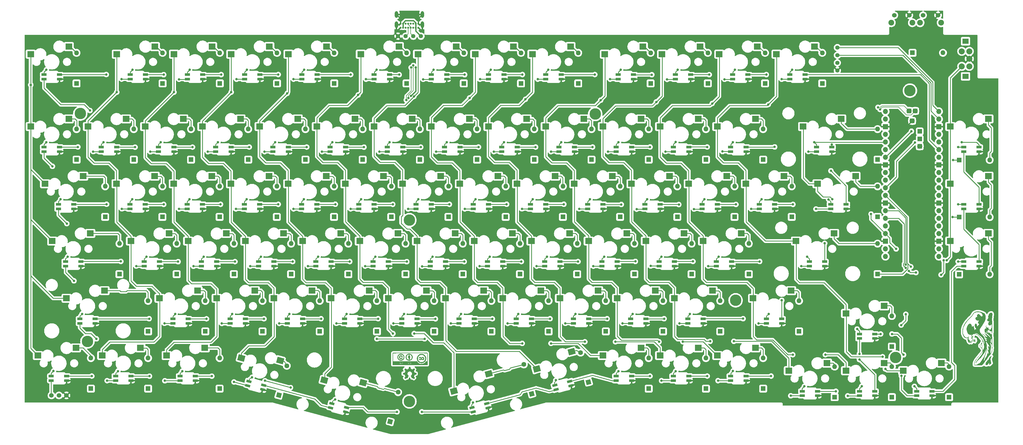
<source format=gbr>
%TF.GenerationSoftware,KiCad,Pcbnew,(6.0.7)*%
%TF.CreationDate,2022-12-11T22:06:55+01:00*%
%TF.ProjectId,middle,6d696464-6c65-42e6-9b69-6361645f7063,rev?*%
%TF.SameCoordinates,Original*%
%TF.FileFunction,Copper,L2,Bot*%
%TF.FilePolarity,Positive*%
%FSLAX46Y46*%
G04 Gerber Fmt 4.6, Leading zero omitted, Abs format (unit mm)*
G04 Created by KiCad (PCBNEW (6.0.7)) date 2022-12-11 22:06:55*
%MOMM*%
%LPD*%
G01*
G04 APERTURE LIST*
G04 Aperture macros list*
%AMRoundRect*
0 Rectangle with rounded corners*
0 $1 Rounding radius*
0 $2 $3 $4 $5 $6 $7 $8 $9 X,Y pos of 4 corners*
0 Add a 4 corners polygon primitive as box body*
4,1,4,$2,$3,$4,$5,$6,$7,$8,$9,$2,$3,0*
0 Add four circle primitives for the rounded corners*
1,1,$1+$1,$2,$3*
1,1,$1+$1,$4,$5*
1,1,$1+$1,$6,$7*
1,1,$1+$1,$8,$9*
0 Add four rect primitives between the rounded corners*
20,1,$1+$1,$2,$3,$4,$5,0*
20,1,$1+$1,$4,$5,$6,$7,0*
20,1,$1+$1,$6,$7,$8,$9,0*
20,1,$1+$1,$8,$9,$2,$3,0*%
%AMHorizOval*
0 Thick line with rounded ends*
0 $1 width*
0 $2 $3 position (X,Y) of the first rounded end (center of the circle)*
0 $4 $5 position (X,Y) of the second rounded end (center of the circle)*
0 Add line between two ends*
20,1,$1,$2,$3,$4,$5,0*
0 Add two circle primitives to create the rounded ends*
1,1,$1,$2,$3*
1,1,$1,$4,$5*%
%AMRotRect*
0 Rectangle, with rotation*
0 The origin of the aperture is its center*
0 $1 length*
0 $2 width*
0 $3 Rotation angle, in degrees counterclockwise*
0 Add horizontal line*
21,1,$1,$2,0,0,$3*%
G04 Aperture macros list end*
%TA.AperFunction,EtchedComponent*%
%ADD10C,0.010000*%
%TD*%
%TA.AperFunction,SMDPad,CuDef*%
%ADD11R,2.300000X2.000000*%
%TD*%
%TA.AperFunction,SMDPad,CuDef*%
%ADD12R,1.700000X0.820000*%
%TD*%
%TA.AperFunction,SMDPad,CuDef*%
%ADD13RoundRect,0.205000X-0.645000X-0.205000X0.645000X-0.205000X0.645000X0.205000X-0.645000X0.205000X0*%
%TD*%
%TA.AperFunction,ComponentPad*%
%ADD14R,1.600000X1.600000*%
%TD*%
%TA.AperFunction,ComponentPad*%
%ADD15O,1.600000X1.600000*%
%TD*%
%TA.AperFunction,ComponentPad*%
%ADD16C,1.524000*%
%TD*%
%TA.AperFunction,ComponentPad*%
%ADD17C,2.000000*%
%TD*%
%TA.AperFunction,ComponentPad*%
%ADD18R,2.100000X1.800000*%
%TD*%
%TA.AperFunction,ComponentPad*%
%ADD19C,1.900000*%
%TD*%
%TA.AperFunction,SMDPad,CuDef*%
%ADD20RotRect,2.300000X2.000000X165.000000*%
%TD*%
%TA.AperFunction,SMDPad,CuDef*%
%ADD21RotRect,1.700000X0.820000X345.000000*%
%TD*%
%TA.AperFunction,SMDPad,CuDef*%
%ADD22RoundRect,0.205000X-0.676080X-0.031077X0.569964X-0.364953X0.676080X0.031077X-0.569964X0.364953X0*%
%TD*%
%TA.AperFunction,ComponentPad*%
%ADD23RotRect,1.600000X1.600000X105.000000*%
%TD*%
%TA.AperFunction,ComponentPad*%
%ADD24HorizOval,1.600000X0.000000X0.000000X0.000000X0.000000X0*%
%TD*%
%TA.AperFunction,ComponentPad*%
%ADD25C,3.800000*%
%TD*%
%TA.AperFunction,SMDPad,CuDef*%
%ADD26RotRect,2.300000X2.000000X195.000000*%
%TD*%
%TA.AperFunction,SMDPad,CuDef*%
%ADD27RotRect,1.700000X0.820000X15.000000*%
%TD*%
%TA.AperFunction,SMDPad,CuDef*%
%ADD28RoundRect,0.205000X-0.569964X-0.364953X0.676080X-0.031077X0.569964X0.364953X-0.676080X0.031077X0*%
%TD*%
%TA.AperFunction,ComponentPad*%
%ADD29RotRect,1.600000X1.600000X75.000000*%
%TD*%
%TA.AperFunction,ComponentPad*%
%ADD30HorizOval,1.600000X0.000000X0.000000X0.000000X0.000000X0*%
%TD*%
%TA.AperFunction,ComponentPad*%
%ADD31C,1.397000*%
%TD*%
%TA.AperFunction,ComponentPad*%
%ADD32C,0.650000*%
%TD*%
%TA.AperFunction,ComponentPad*%
%ADD33O,1.108000X2.216000*%
%TD*%
%TA.AperFunction,ComponentPad*%
%ADD34O,1.700000X1.700000*%
%TD*%
%TA.AperFunction,ComponentPad*%
%ADD35R,1.700000X1.700000*%
%TD*%
%TA.AperFunction,ComponentPad*%
%ADD36C,1.700000*%
%TD*%
%TA.AperFunction,SMDPad,CuDef*%
%ADD37R,1.500000X1.500000*%
%TD*%
%TA.AperFunction,ViaPad*%
%ADD38C,0.800000*%
%TD*%
%TA.AperFunction,Conductor*%
%ADD39C,0.254000*%
%TD*%
%TA.AperFunction,Conductor*%
%ADD40C,0.400000*%
%TD*%
%TA.AperFunction,Conductor*%
%ADD41C,0.200000*%
%TD*%
G04 APERTURE END LIST*
%TO.C,G\u002A\u002A\u002A*%
G36*
X177690848Y-173623142D02*
G01*
X177717875Y-173623200D01*
X177744209Y-173623304D01*
X177769459Y-173623453D01*
X177793231Y-173623649D01*
X177815133Y-173623891D01*
X177834773Y-173624178D01*
X177851757Y-173624512D01*
X177865694Y-173624891D01*
X177876190Y-173625316D01*
X177882854Y-173625787D01*
X177885292Y-173626304D01*
X177885477Y-173627125D01*
X177886444Y-173632007D01*
X177888178Y-173641026D01*
X177890629Y-173653918D01*
X177893748Y-173670418D01*
X177897485Y-173690263D01*
X177901791Y-173713188D01*
X177906616Y-173738929D01*
X177911910Y-173767224D01*
X177917625Y-173797806D01*
X177923710Y-173830413D01*
X177930117Y-173864781D01*
X177936795Y-173900645D01*
X177943695Y-173937742D01*
X178001058Y-174246294D01*
X178034688Y-174253777D01*
X178070471Y-174262194D01*
X178150907Y-174284444D01*
X178230670Y-174311097D01*
X178309400Y-174342008D01*
X178386740Y-174377030D01*
X178462332Y-174416015D01*
X178535816Y-174458817D01*
X178538307Y-174460341D01*
X178547973Y-174465986D01*
X178556152Y-174470345D01*
X178562046Y-174473013D01*
X178564856Y-174473584D01*
X178565425Y-174473206D01*
X178569325Y-174470551D01*
X178576704Y-174465507D01*
X178587341Y-174458226D01*
X178601012Y-174448860D01*
X178617495Y-174437563D01*
X178636568Y-174424485D01*
X178658008Y-174409781D01*
X178681593Y-174393603D01*
X178707099Y-174376104D01*
X178734305Y-174357435D01*
X178762988Y-174337750D01*
X178792926Y-174317201D01*
X178823895Y-174295940D01*
X178838810Y-174285703D01*
X178869291Y-174264796D01*
X178898626Y-174244694D01*
X178926595Y-174225548D01*
X178952975Y-174207508D01*
X178977544Y-174190726D01*
X179000082Y-174175353D01*
X179020365Y-174161540D01*
X179038174Y-174149437D01*
X179053286Y-174139196D01*
X179065479Y-174130969D01*
X179074532Y-174124905D01*
X179080223Y-174121155D01*
X179082330Y-174119872D01*
X179082813Y-174120218D01*
X179086107Y-174123230D01*
X179092248Y-174129112D01*
X179100957Y-174137586D01*
X179111957Y-174148373D01*
X179124969Y-174161195D01*
X179139714Y-174175773D01*
X179155913Y-174191831D01*
X179173289Y-174209088D01*
X179191562Y-174227268D01*
X179210454Y-174246093D01*
X179229686Y-174265282D01*
X179248981Y-174284560D01*
X179268059Y-174303647D01*
X179286642Y-174322266D01*
X179304452Y-174340137D01*
X179321209Y-174356983D01*
X179336636Y-174372527D01*
X179350453Y-174386488D01*
X179362383Y-174398590D01*
X179372147Y-174408554D01*
X179379465Y-174416102D01*
X179384061Y-174420955D01*
X179385655Y-174422836D01*
X179385417Y-174423269D01*
X179383060Y-174426898D01*
X179378303Y-174434016D01*
X179371298Y-174444400D01*
X179362196Y-174457828D01*
X179351150Y-174474078D01*
X179338309Y-174492928D01*
X179323827Y-174514155D01*
X179307854Y-174537537D01*
X179290542Y-174562853D01*
X179272042Y-174589880D01*
X179252506Y-174618395D01*
X179232086Y-174648177D01*
X179210934Y-174679004D01*
X179201859Y-174692227D01*
X179180995Y-174722655D01*
X179160929Y-174751955D01*
X179141812Y-174779903D01*
X179123798Y-174806276D01*
X179107036Y-174830852D01*
X179091679Y-174853408D01*
X179077878Y-174873720D01*
X179065785Y-174891565D01*
X179055551Y-174906721D01*
X179047329Y-174918964D01*
X179041269Y-174928072D01*
X179037524Y-174933821D01*
X179036244Y-174935988D01*
X179036871Y-174937542D01*
X179039628Y-174942546D01*
X179044199Y-174950218D01*
X179050166Y-174959859D01*
X179057111Y-174970772D01*
X179090403Y-175024844D01*
X179129647Y-175095562D01*
X179165587Y-175168535D01*
X179197969Y-175243172D01*
X179226542Y-175318884D01*
X179251053Y-175395082D01*
X179271251Y-175471176D01*
X179274224Y-175483387D01*
X179277259Y-175494720D01*
X179279741Y-175502369D01*
X179281829Y-175506807D01*
X179283679Y-175508508D01*
X179283982Y-175508576D01*
X179287889Y-175509341D01*
X179295992Y-175510881D01*
X179308022Y-175513146D01*
X179323707Y-175516086D01*
X179342779Y-175519650D01*
X179364965Y-175523788D01*
X179389997Y-175528450D01*
X179417604Y-175533584D01*
X179447515Y-175539142D01*
X179479460Y-175545072D01*
X179513170Y-175551325D01*
X179548373Y-175557849D01*
X179584800Y-175564595D01*
X179882082Y-175619627D01*
X179882096Y-175834699D01*
X179882109Y-176049772D01*
X179876914Y-176050978D01*
X179876825Y-176050998D01*
X179873506Y-176051643D01*
X179865949Y-176053072D01*
X179854430Y-176055235D01*
X179839224Y-176058078D01*
X179820607Y-176061553D01*
X179798854Y-176065606D01*
X179774240Y-176070187D01*
X179747043Y-176075245D01*
X179717536Y-176080727D01*
X179685995Y-176086584D01*
X179652697Y-176092763D01*
X179617916Y-176099214D01*
X179581927Y-176105885D01*
X179577416Y-176106721D01*
X179541672Y-176113346D01*
X179507232Y-176119733D01*
X179474367Y-176125830D01*
X179443346Y-176131589D01*
X179414440Y-176136957D01*
X179387916Y-176141887D01*
X179364047Y-176146326D01*
X179343100Y-176150226D01*
X179325346Y-176153536D01*
X179311054Y-176156206D01*
X179300494Y-176158185D01*
X179293936Y-176159424D01*
X179291649Y-176159872D01*
X179291626Y-176159908D01*
X179290933Y-176162595D01*
X179289470Y-176169035D01*
X179287389Y-176178533D01*
X179284844Y-176190396D01*
X179281987Y-176203930D01*
X179268056Y-176264355D01*
X179245294Y-176345723D01*
X179218195Y-176426197D01*
X179186917Y-176505384D01*
X179151619Y-176582889D01*
X179112460Y-176658318D01*
X179069599Y-176731276D01*
X179068071Y-176733733D01*
X179062220Y-176743285D01*
X179057481Y-176751251D01*
X179054305Y-176756859D01*
X179053146Y-176759337D01*
X179053147Y-176759347D01*
X179054514Y-176761548D01*
X179058337Y-176767318D01*
X179064458Y-176776427D01*
X179072722Y-176788647D01*
X179082973Y-176803749D01*
X179095055Y-176821504D01*
X179108811Y-176841681D01*
X179124085Y-176864054D01*
X179140722Y-176888391D01*
X179158565Y-176914465D01*
X179177457Y-176942047D01*
X179197244Y-176970906D01*
X179217767Y-177000815D01*
X179218225Y-177001482D01*
X179238768Y-177031409D01*
X179258598Y-177060300D01*
X179277555Y-177087927D01*
X179295482Y-177114057D01*
X179312221Y-177138459D01*
X179327612Y-177160903D01*
X179341497Y-177181158D01*
X179353719Y-177198991D01*
X179364118Y-177214173D01*
X179372537Y-177226473D01*
X179378816Y-177235658D01*
X179382798Y-177241499D01*
X179384324Y-177243763D01*
X179384358Y-177243947D01*
X179383236Y-177245978D01*
X179379951Y-177250069D01*
X179374388Y-177256336D01*
X179366433Y-177264898D01*
X179355975Y-177275871D01*
X179342898Y-177289373D01*
X179327089Y-177305521D01*
X179308437Y-177324431D01*
X179286825Y-177346223D01*
X179262142Y-177371012D01*
X179234275Y-177398916D01*
X179229675Y-177403514D01*
X179207840Y-177425294D01*
X179186955Y-177446045D01*
X179167253Y-177465542D01*
X179148964Y-177483562D01*
X179132317Y-177499879D01*
X179117543Y-177514269D01*
X179104873Y-177526506D01*
X179094538Y-177536368D01*
X179086767Y-177543628D01*
X179081791Y-177548062D01*
X179079841Y-177549446D01*
X179079781Y-177549408D01*
X179077168Y-177547648D01*
X179071059Y-177543487D01*
X179061734Y-177537118D01*
X179049474Y-177528735D01*
X179034561Y-177518529D01*
X179017275Y-177506694D01*
X178997898Y-177493423D01*
X178976710Y-177478907D01*
X178953993Y-177463340D01*
X178930027Y-177446915D01*
X178905093Y-177429823D01*
X178879473Y-177412259D01*
X178853448Y-177394414D01*
X178827298Y-177376481D01*
X178801305Y-177358654D01*
X178775749Y-177341123D01*
X178750912Y-177324084D01*
X178727075Y-177307727D01*
X178704518Y-177292247D01*
X178683522Y-177277835D01*
X178664370Y-177264684D01*
X178647341Y-177252987D01*
X178632717Y-177242936D01*
X178620778Y-177234725D01*
X178611807Y-177228547D01*
X178606083Y-177224593D01*
X178603887Y-177223056D01*
X178603158Y-177222869D01*
X178598952Y-177224162D01*
X178592014Y-177227809D01*
X178583020Y-177233473D01*
X178568615Y-177242903D01*
X178549742Y-177254816D01*
X178529128Y-177267458D01*
X178507703Y-177280277D01*
X178486397Y-177292725D01*
X178466140Y-177304254D01*
X178447861Y-177314313D01*
X178432492Y-177322354D01*
X178417974Y-177329662D01*
X178414301Y-177320926D01*
X178413369Y-177318688D01*
X178410705Y-177312271D01*
X178406439Y-177301984D01*
X178400657Y-177288041D01*
X178393451Y-177270656D01*
X178384909Y-177250046D01*
X178375120Y-177226426D01*
X178364174Y-177200010D01*
X178352159Y-177171014D01*
X178339165Y-177139653D01*
X178325280Y-177106142D01*
X178310595Y-177070697D01*
X178295198Y-177033532D01*
X178279178Y-176994863D01*
X178262625Y-176954904D01*
X178245627Y-176913872D01*
X178230927Y-176878386D01*
X178214374Y-176838427D01*
X178198366Y-176799784D01*
X178182990Y-176762667D01*
X178168334Y-176727289D01*
X178154484Y-176693858D01*
X178141529Y-176662587D01*
X178129555Y-176633686D01*
X178118651Y-176607365D01*
X178108902Y-176583836D01*
X178100397Y-176563308D01*
X178093222Y-176545994D01*
X178087466Y-176532103D01*
X178083215Y-176521846D01*
X178080557Y-176515435D01*
X178079579Y-176513079D01*
X178079558Y-176512996D01*
X178081233Y-176510687D01*
X178086049Y-176506512D01*
X178093302Y-176501037D01*
X178102288Y-176494828D01*
X178143060Y-176465909D01*
X178189802Y-176427682D01*
X178233290Y-176386242D01*
X178273401Y-176341728D01*
X178310010Y-176294278D01*
X178342996Y-176244032D01*
X178372235Y-176191127D01*
X178395226Y-176141496D01*
X178415881Y-176086998D01*
X178432312Y-176031188D01*
X178444632Y-175973667D01*
X178452960Y-175914036D01*
X178454012Y-175901522D01*
X178455010Y-175881679D01*
X178455552Y-175859318D01*
X178455647Y-175835624D01*
X178455305Y-175811783D01*
X178454534Y-175788983D01*
X178453343Y-175768408D01*
X178451741Y-175751245D01*
X178451396Y-175748400D01*
X178442608Y-175691718D01*
X178430385Y-175637550D01*
X178414489Y-175585108D01*
X178394681Y-175533599D01*
X178370725Y-175482236D01*
X178355960Y-175454492D01*
X178325183Y-175404001D01*
X178290878Y-175356263D01*
X178253262Y-175311427D01*
X178212552Y-175269639D01*
X178168964Y-175231047D01*
X178122717Y-175195799D01*
X178074027Y-175164042D01*
X178023111Y-175135925D01*
X177970185Y-175111594D01*
X177915469Y-175091198D01*
X177859177Y-175074884D01*
X177801527Y-175062799D01*
X177742737Y-175055092D01*
X177731236Y-175054254D01*
X177713547Y-175053476D01*
X177693360Y-175053005D01*
X177671852Y-175052840D01*
X177650197Y-175052979D01*
X177629571Y-175053423D01*
X177611150Y-175054169D01*
X177596109Y-175055217D01*
X177570757Y-175058089D01*
X177532214Y-175064181D01*
X177492991Y-175072233D01*
X177454827Y-175081876D01*
X177419464Y-175092741D01*
X177414524Y-175094439D01*
X177359054Y-175116094D01*
X177305527Y-175141760D01*
X177254187Y-175171243D01*
X177205279Y-175204354D01*
X177159048Y-175240899D01*
X177115739Y-175280686D01*
X177075595Y-175323523D01*
X177038861Y-175369219D01*
X177005782Y-175417581D01*
X176993896Y-175437046D01*
X176966212Y-175487551D01*
X176942693Y-175538856D01*
X176923173Y-175591439D01*
X176907488Y-175645778D01*
X176895472Y-175702351D01*
X176886961Y-175761636D01*
X176886377Y-175767720D01*
X176885424Y-175782880D01*
X176884768Y-175801059D01*
X176884408Y-175821194D01*
X176884343Y-175842223D01*
X176884572Y-175863084D01*
X176885096Y-175882714D01*
X176885915Y-175900052D01*
X176887026Y-175914036D01*
X176890235Y-175940661D01*
X176900588Y-176000615D01*
X176915090Y-176058592D01*
X176933784Y-176114710D01*
X176956713Y-176169088D01*
X176983918Y-176221845D01*
X177015443Y-176273100D01*
X177016107Y-176274094D01*
X177033957Y-176299858D01*
X177051766Y-176323491D01*
X177070506Y-176346169D01*
X177091144Y-176369066D01*
X177114650Y-176393358D01*
X177131532Y-176409970D01*
X177155662Y-176432283D01*
X177179535Y-176452449D01*
X177204443Y-176471542D01*
X177231678Y-176490637D01*
X177242479Y-176497996D01*
X177250504Y-176503708D01*
X177255659Y-176507827D01*
X177258462Y-176510818D01*
X177259431Y-176513148D01*
X177259083Y-176515280D01*
X177258674Y-176516305D01*
X177256608Y-176521363D01*
X177252951Y-176530259D01*
X177247807Y-176542741D01*
X177241282Y-176558554D01*
X177233480Y-176577446D01*
X177224506Y-176599163D01*
X177214465Y-176623453D01*
X177203462Y-176650060D01*
X177191602Y-176678733D01*
X177178990Y-176709218D01*
X177165731Y-176741262D01*
X177151929Y-176774611D01*
X177137690Y-176809012D01*
X177123118Y-176844212D01*
X177108318Y-176879957D01*
X177093396Y-176915995D01*
X177078456Y-176952071D01*
X177063603Y-176987933D01*
X177048941Y-177023327D01*
X177034577Y-177058000D01*
X177020614Y-177091699D01*
X177007158Y-177124169D01*
X176994313Y-177155159D01*
X176982185Y-177184415D01*
X176970878Y-177211682D01*
X176960497Y-177236709D01*
X176951148Y-177259242D01*
X176942934Y-177279027D01*
X176935961Y-177295811D01*
X176930334Y-177309341D01*
X176926158Y-177319363D01*
X176923537Y-177325625D01*
X176922577Y-177327872D01*
X176921487Y-177327995D01*
X176916834Y-177326386D01*
X176909018Y-177322780D01*
X176898508Y-177317444D01*
X176885776Y-177310648D01*
X176871294Y-177302657D01*
X176855532Y-177293740D01*
X176838961Y-177284164D01*
X176822053Y-177274197D01*
X176805277Y-177264106D01*
X176789106Y-177254160D01*
X176774011Y-177244625D01*
X176760461Y-177235769D01*
X176738767Y-177221282D01*
X176707352Y-177242838D01*
X176701444Y-177246892D01*
X176691862Y-177253467D01*
X176679051Y-177262257D01*
X176663305Y-177273060D01*
X176644919Y-177285675D01*
X176624188Y-177299898D01*
X176601406Y-177315529D01*
X176576868Y-177332364D01*
X176550869Y-177350203D01*
X176523702Y-177368841D01*
X176495664Y-177388078D01*
X176467048Y-177407712D01*
X176258159Y-177551029D01*
X176106829Y-177400437D01*
X176103290Y-177396914D01*
X176081455Y-177375135D01*
X176060617Y-177354276D01*
X176041005Y-177334570D01*
X176022847Y-177316251D01*
X176006372Y-177299550D01*
X175991808Y-177284701D01*
X175979384Y-177271937D01*
X175969328Y-177261490D01*
X175961869Y-177253593D01*
X175957235Y-177248479D01*
X175955655Y-177246381D01*
X175955661Y-177246346D01*
X175957125Y-177243814D01*
X175961042Y-177237723D01*
X175967257Y-177228305D01*
X175975613Y-177215789D01*
X175985955Y-177200406D01*
X175998126Y-177182387D01*
X176011970Y-177161962D01*
X176027331Y-177139361D01*
X176044053Y-177114815D01*
X176061979Y-177088555D01*
X176080953Y-177060810D01*
X176100820Y-177031811D01*
X176121423Y-177001788D01*
X176123579Y-176998649D01*
X176147884Y-176963213D01*
X176170520Y-176930126D01*
X176191400Y-176899518D01*
X176210436Y-176871521D01*
X176227538Y-176846266D01*
X176242620Y-176823884D01*
X176255592Y-176804507D01*
X176266368Y-176788264D01*
X176274858Y-176775288D01*
X176280975Y-176765709D01*
X176284630Y-176759660D01*
X176285736Y-176757269D01*
X176285208Y-176756188D01*
X176282540Y-176751463D01*
X176278111Y-176743978D01*
X176272381Y-176734508D01*
X176265812Y-176723825D01*
X176233900Y-176669873D01*
X176194918Y-176596355D01*
X176159496Y-176520342D01*
X176127814Y-176442286D01*
X176100052Y-176362634D01*
X176076389Y-176281838D01*
X176057005Y-176200348D01*
X176048500Y-176159924D01*
X175757237Y-176105814D01*
X175752125Y-176104865D01*
X175716226Y-176098193D01*
X175681587Y-176091752D01*
X175648482Y-176085593D01*
X175617184Y-176079767D01*
X175587967Y-176074325D01*
X175561104Y-176069317D01*
X175536868Y-176064795D01*
X175515533Y-176060810D01*
X175497371Y-176057412D01*
X175482657Y-176054653D01*
X175471664Y-176052584D01*
X175464664Y-176051256D01*
X175461932Y-176050719D01*
X175461417Y-176050495D01*
X175460794Y-176049755D01*
X175460249Y-176048261D01*
X175459777Y-176045739D01*
X175459372Y-176041910D01*
X175459029Y-176036500D01*
X175458744Y-176029233D01*
X175458511Y-176019831D01*
X175458324Y-176008020D01*
X175458180Y-175993523D01*
X175458073Y-175976064D01*
X175457997Y-175955368D01*
X175457947Y-175931157D01*
X175457919Y-175903156D01*
X175457906Y-175871089D01*
X175457905Y-175834680D01*
X175457919Y-175619627D01*
X175749428Y-175565517D01*
X175753734Y-175564717D01*
X175789802Y-175558020D01*
X175824689Y-175551538D01*
X175858117Y-175545324D01*
X175889806Y-175539430D01*
X175919474Y-175533908D01*
X175946842Y-175528809D01*
X175971631Y-175524188D01*
X175993559Y-175520095D01*
X176012347Y-175516583D01*
X176027715Y-175513704D01*
X176039382Y-175511511D01*
X176047068Y-175510055D01*
X176050494Y-175509389D01*
X176060052Y-175507371D01*
X176068661Y-175471135D01*
X176069054Y-175469484D01*
X176081143Y-175422869D01*
X176095558Y-175374009D01*
X176111830Y-175324273D01*
X176129490Y-175275030D01*
X176148070Y-175227650D01*
X176167102Y-175183500D01*
X176173555Y-175169492D01*
X176193867Y-175127636D01*
X176215947Y-175085074D01*
X176239086Y-175043107D01*
X176262576Y-175003034D01*
X176285707Y-174966154D01*
X176288173Y-174962349D01*
X176294314Y-174952658D01*
X176299266Y-174944536D01*
X176302572Y-174938742D01*
X176303778Y-174936034D01*
X176303544Y-174935567D01*
X176301195Y-174931856D01*
X176296445Y-174924658D01*
X176289445Y-174914196D01*
X176280347Y-174900693D01*
X176269302Y-174884372D01*
X176256463Y-174865456D01*
X176241980Y-174844167D01*
X176226006Y-174820730D01*
X176208691Y-174795366D01*
X176190189Y-174768300D01*
X176170649Y-174739753D01*
X176150225Y-174709949D01*
X176129067Y-174679111D01*
X176119936Y-174665808D01*
X176099078Y-174635401D01*
X176079017Y-174606133D01*
X176059906Y-174578226D01*
X176041895Y-174551903D01*
X176025137Y-174527385D01*
X176009783Y-174504895D01*
X175995984Y-174484655D01*
X175983893Y-174466887D01*
X175973660Y-174451814D01*
X175965437Y-174439657D01*
X175959376Y-174430640D01*
X175955629Y-174424983D01*
X175954346Y-174422910D01*
X175954690Y-174422427D01*
X175957703Y-174419136D01*
X175963589Y-174413000D01*
X175972070Y-174404298D01*
X175982866Y-174393308D01*
X175995700Y-174380308D01*
X176010293Y-174365577D01*
X176026367Y-174349393D01*
X176043642Y-174332034D01*
X176061841Y-174313779D01*
X176080685Y-174294904D01*
X176099896Y-174275690D01*
X176119195Y-174256414D01*
X176138303Y-174237354D01*
X176156943Y-174218789D01*
X176174835Y-174200997D01*
X176191701Y-174184256D01*
X176207263Y-174168844D01*
X176221242Y-174155040D01*
X176233359Y-174143121D01*
X176243337Y-174133367D01*
X176250896Y-174126056D01*
X176255758Y-174121464D01*
X176257645Y-174119872D01*
X176258192Y-174120169D01*
X176262041Y-174122650D01*
X176269367Y-174127525D01*
X176279949Y-174134642D01*
X176293566Y-174143851D01*
X176309995Y-174155001D01*
X176329015Y-174167941D01*
X176350405Y-174182519D01*
X176373941Y-174198584D01*
X176399404Y-174215986D01*
X176426572Y-174234574D01*
X176455221Y-174254196D01*
X176485132Y-174274702D01*
X176516083Y-174295940D01*
X176530797Y-174306042D01*
X176561309Y-174326986D01*
X176590683Y-174347147D01*
X176618698Y-174366372D01*
X176645131Y-174384509D01*
X176669760Y-174401404D01*
X176692362Y-174416907D01*
X176712715Y-174430863D01*
X176730596Y-174443120D01*
X176745782Y-174453526D01*
X176758052Y-174461928D01*
X176767182Y-174468173D01*
X176772950Y-174472110D01*
X176775134Y-174473584D01*
X176775492Y-174473660D01*
X176779131Y-174472541D01*
X176785658Y-174469424D01*
X176794276Y-174464714D01*
X176804185Y-174458817D01*
X176826739Y-174445133D01*
X176902360Y-174402712D01*
X176979936Y-174364375D01*
X177059243Y-174330213D01*
X177140058Y-174300318D01*
X177222156Y-174274781D01*
X177305314Y-174253695D01*
X177338946Y-174246121D01*
X177396278Y-173937655D01*
X177399953Y-173917892D01*
X177406739Y-173881419D01*
X177413278Y-173846319D01*
X177419519Y-173812855D01*
X177425414Y-173781292D01*
X177430912Y-173751893D01*
X177435964Y-173724922D01*
X177440520Y-173700644D01*
X177444532Y-173679323D01*
X177447948Y-173661222D01*
X177450721Y-173646605D01*
X177452800Y-173635738D01*
X177454136Y-173628882D01*
X177454680Y-173626304D01*
X177455414Y-173626026D01*
X177460130Y-173625533D01*
X177468863Y-173625087D01*
X177481223Y-173624686D01*
X177496816Y-173624330D01*
X177515249Y-173624021D01*
X177536131Y-173623758D01*
X177559068Y-173623540D01*
X177583668Y-173623369D01*
X177609539Y-173623243D01*
X177636287Y-173623164D01*
X177663521Y-173623130D01*
X177690848Y-173623142D01*
G37*
D10*
X177690848Y-173623142D02*
X177717875Y-173623200D01*
X177744209Y-173623304D01*
X177769459Y-173623453D01*
X177793231Y-173623649D01*
X177815133Y-173623891D01*
X177834773Y-173624178D01*
X177851757Y-173624512D01*
X177865694Y-173624891D01*
X177876190Y-173625316D01*
X177882854Y-173625787D01*
X177885292Y-173626304D01*
X177885477Y-173627125D01*
X177886444Y-173632007D01*
X177888178Y-173641026D01*
X177890629Y-173653918D01*
X177893748Y-173670418D01*
X177897485Y-173690263D01*
X177901791Y-173713188D01*
X177906616Y-173738929D01*
X177911910Y-173767224D01*
X177917625Y-173797806D01*
X177923710Y-173830413D01*
X177930117Y-173864781D01*
X177936795Y-173900645D01*
X177943695Y-173937742D01*
X178001058Y-174246294D01*
X178034688Y-174253777D01*
X178070471Y-174262194D01*
X178150907Y-174284444D01*
X178230670Y-174311097D01*
X178309400Y-174342008D01*
X178386740Y-174377030D01*
X178462332Y-174416015D01*
X178535816Y-174458817D01*
X178538307Y-174460341D01*
X178547973Y-174465986D01*
X178556152Y-174470345D01*
X178562046Y-174473013D01*
X178564856Y-174473584D01*
X178565425Y-174473206D01*
X178569325Y-174470551D01*
X178576704Y-174465507D01*
X178587341Y-174458226D01*
X178601012Y-174448860D01*
X178617495Y-174437563D01*
X178636568Y-174424485D01*
X178658008Y-174409781D01*
X178681593Y-174393603D01*
X178707099Y-174376104D01*
X178734305Y-174357435D01*
X178762988Y-174337750D01*
X178792926Y-174317201D01*
X178823895Y-174295940D01*
X178838810Y-174285703D01*
X178869291Y-174264796D01*
X178898626Y-174244694D01*
X178926595Y-174225548D01*
X178952975Y-174207508D01*
X178977544Y-174190726D01*
X179000082Y-174175353D01*
X179020365Y-174161540D01*
X179038174Y-174149437D01*
X179053286Y-174139196D01*
X179065479Y-174130969D01*
X179074532Y-174124905D01*
X179080223Y-174121155D01*
X179082330Y-174119872D01*
X179082813Y-174120218D01*
X179086107Y-174123230D01*
X179092248Y-174129112D01*
X179100957Y-174137586D01*
X179111957Y-174148373D01*
X179124969Y-174161195D01*
X179139714Y-174175773D01*
X179155913Y-174191831D01*
X179173289Y-174209088D01*
X179191562Y-174227268D01*
X179210454Y-174246093D01*
X179229686Y-174265282D01*
X179248981Y-174284560D01*
X179268059Y-174303647D01*
X179286642Y-174322266D01*
X179304452Y-174340137D01*
X179321209Y-174356983D01*
X179336636Y-174372527D01*
X179350453Y-174386488D01*
X179362383Y-174398590D01*
X179372147Y-174408554D01*
X179379465Y-174416102D01*
X179384061Y-174420955D01*
X179385655Y-174422836D01*
X179385417Y-174423269D01*
X179383060Y-174426898D01*
X179378303Y-174434016D01*
X179371298Y-174444400D01*
X179362196Y-174457828D01*
X179351150Y-174474078D01*
X179338309Y-174492928D01*
X179323827Y-174514155D01*
X179307854Y-174537537D01*
X179290542Y-174562853D01*
X179272042Y-174589880D01*
X179252506Y-174618395D01*
X179232086Y-174648177D01*
X179210934Y-174679004D01*
X179201859Y-174692227D01*
X179180995Y-174722655D01*
X179160929Y-174751955D01*
X179141812Y-174779903D01*
X179123798Y-174806276D01*
X179107036Y-174830852D01*
X179091679Y-174853408D01*
X179077878Y-174873720D01*
X179065785Y-174891565D01*
X179055551Y-174906721D01*
X179047329Y-174918964D01*
X179041269Y-174928072D01*
X179037524Y-174933821D01*
X179036244Y-174935988D01*
X179036871Y-174937542D01*
X179039628Y-174942546D01*
X179044199Y-174950218D01*
X179050166Y-174959859D01*
X179057111Y-174970772D01*
X179090403Y-175024844D01*
X179129647Y-175095562D01*
X179165587Y-175168535D01*
X179197969Y-175243172D01*
X179226542Y-175318884D01*
X179251053Y-175395082D01*
X179271251Y-175471176D01*
X179274224Y-175483387D01*
X179277259Y-175494720D01*
X179279741Y-175502369D01*
X179281829Y-175506807D01*
X179283679Y-175508508D01*
X179283982Y-175508576D01*
X179287889Y-175509341D01*
X179295992Y-175510881D01*
X179308022Y-175513146D01*
X179323707Y-175516086D01*
X179342779Y-175519650D01*
X179364965Y-175523788D01*
X179389997Y-175528450D01*
X179417604Y-175533584D01*
X179447515Y-175539142D01*
X179479460Y-175545072D01*
X179513170Y-175551325D01*
X179548373Y-175557849D01*
X179584800Y-175564595D01*
X179882082Y-175619627D01*
X179882096Y-175834699D01*
X179882109Y-176049772D01*
X179876914Y-176050978D01*
X179876825Y-176050998D01*
X179873506Y-176051643D01*
X179865949Y-176053072D01*
X179854430Y-176055235D01*
X179839224Y-176058078D01*
X179820607Y-176061553D01*
X179798854Y-176065606D01*
X179774240Y-176070187D01*
X179747043Y-176075245D01*
X179717536Y-176080727D01*
X179685995Y-176086584D01*
X179652697Y-176092763D01*
X179617916Y-176099214D01*
X179581927Y-176105885D01*
X179577416Y-176106721D01*
X179541672Y-176113346D01*
X179507232Y-176119733D01*
X179474367Y-176125830D01*
X179443346Y-176131589D01*
X179414440Y-176136957D01*
X179387916Y-176141887D01*
X179364047Y-176146326D01*
X179343100Y-176150226D01*
X179325346Y-176153536D01*
X179311054Y-176156206D01*
X179300494Y-176158185D01*
X179293936Y-176159424D01*
X179291649Y-176159872D01*
X179291626Y-176159908D01*
X179290933Y-176162595D01*
X179289470Y-176169035D01*
X179287389Y-176178533D01*
X179284844Y-176190396D01*
X179281987Y-176203930D01*
X179268056Y-176264355D01*
X179245294Y-176345723D01*
X179218195Y-176426197D01*
X179186917Y-176505384D01*
X179151619Y-176582889D01*
X179112460Y-176658318D01*
X179069599Y-176731276D01*
X179068071Y-176733733D01*
X179062220Y-176743285D01*
X179057481Y-176751251D01*
X179054305Y-176756859D01*
X179053146Y-176759337D01*
X179053147Y-176759347D01*
X179054514Y-176761548D01*
X179058337Y-176767318D01*
X179064458Y-176776427D01*
X179072722Y-176788647D01*
X179082973Y-176803749D01*
X179095055Y-176821504D01*
X179108811Y-176841681D01*
X179124085Y-176864054D01*
X179140722Y-176888391D01*
X179158565Y-176914465D01*
X179177457Y-176942047D01*
X179197244Y-176970906D01*
X179217767Y-177000815D01*
X179218225Y-177001482D01*
X179238768Y-177031409D01*
X179258598Y-177060300D01*
X179277555Y-177087927D01*
X179295482Y-177114057D01*
X179312221Y-177138459D01*
X179327612Y-177160903D01*
X179341497Y-177181158D01*
X179353719Y-177198991D01*
X179364118Y-177214173D01*
X179372537Y-177226473D01*
X179378816Y-177235658D01*
X179382798Y-177241499D01*
X179384324Y-177243763D01*
X179384358Y-177243947D01*
X179383236Y-177245978D01*
X179379951Y-177250069D01*
X179374388Y-177256336D01*
X179366433Y-177264898D01*
X179355975Y-177275871D01*
X179342898Y-177289373D01*
X179327089Y-177305521D01*
X179308437Y-177324431D01*
X179286825Y-177346223D01*
X179262142Y-177371012D01*
X179234275Y-177398916D01*
X179229675Y-177403514D01*
X179207840Y-177425294D01*
X179186955Y-177446045D01*
X179167253Y-177465542D01*
X179148964Y-177483562D01*
X179132317Y-177499879D01*
X179117543Y-177514269D01*
X179104873Y-177526506D01*
X179094538Y-177536368D01*
X179086767Y-177543628D01*
X179081791Y-177548062D01*
X179079841Y-177549446D01*
X179079781Y-177549408D01*
X179077168Y-177547648D01*
X179071059Y-177543487D01*
X179061734Y-177537118D01*
X179049474Y-177528735D01*
X179034561Y-177518529D01*
X179017275Y-177506694D01*
X178997898Y-177493423D01*
X178976710Y-177478907D01*
X178953993Y-177463340D01*
X178930027Y-177446915D01*
X178905093Y-177429823D01*
X178879473Y-177412259D01*
X178853448Y-177394414D01*
X178827298Y-177376481D01*
X178801305Y-177358654D01*
X178775749Y-177341123D01*
X178750912Y-177324084D01*
X178727075Y-177307727D01*
X178704518Y-177292247D01*
X178683522Y-177277835D01*
X178664370Y-177264684D01*
X178647341Y-177252987D01*
X178632717Y-177242936D01*
X178620778Y-177234725D01*
X178611807Y-177228547D01*
X178606083Y-177224593D01*
X178603887Y-177223056D01*
X178603158Y-177222869D01*
X178598952Y-177224162D01*
X178592014Y-177227809D01*
X178583020Y-177233473D01*
X178568615Y-177242903D01*
X178549742Y-177254816D01*
X178529128Y-177267458D01*
X178507703Y-177280277D01*
X178486397Y-177292725D01*
X178466140Y-177304254D01*
X178447861Y-177314313D01*
X178432492Y-177322354D01*
X178417974Y-177329662D01*
X178414301Y-177320926D01*
X178413369Y-177318688D01*
X178410705Y-177312271D01*
X178406439Y-177301984D01*
X178400657Y-177288041D01*
X178393451Y-177270656D01*
X178384909Y-177250046D01*
X178375120Y-177226426D01*
X178364174Y-177200010D01*
X178352159Y-177171014D01*
X178339165Y-177139653D01*
X178325280Y-177106142D01*
X178310595Y-177070697D01*
X178295198Y-177033532D01*
X178279178Y-176994863D01*
X178262625Y-176954904D01*
X178245627Y-176913872D01*
X178230927Y-176878386D01*
X178214374Y-176838427D01*
X178198366Y-176799784D01*
X178182990Y-176762667D01*
X178168334Y-176727289D01*
X178154484Y-176693858D01*
X178141529Y-176662587D01*
X178129555Y-176633686D01*
X178118651Y-176607365D01*
X178108902Y-176583836D01*
X178100397Y-176563308D01*
X178093222Y-176545994D01*
X178087466Y-176532103D01*
X178083215Y-176521846D01*
X178080557Y-176515435D01*
X178079579Y-176513079D01*
X178079558Y-176512996D01*
X178081233Y-176510687D01*
X178086049Y-176506512D01*
X178093302Y-176501037D01*
X178102288Y-176494828D01*
X178143060Y-176465909D01*
X178189802Y-176427682D01*
X178233290Y-176386242D01*
X178273401Y-176341728D01*
X178310010Y-176294278D01*
X178342996Y-176244032D01*
X178372235Y-176191127D01*
X178395226Y-176141496D01*
X178415881Y-176086998D01*
X178432312Y-176031188D01*
X178444632Y-175973667D01*
X178452960Y-175914036D01*
X178454012Y-175901522D01*
X178455010Y-175881679D01*
X178455552Y-175859318D01*
X178455647Y-175835624D01*
X178455305Y-175811783D01*
X178454534Y-175788983D01*
X178453343Y-175768408D01*
X178451741Y-175751245D01*
X178451396Y-175748400D01*
X178442608Y-175691718D01*
X178430385Y-175637550D01*
X178414489Y-175585108D01*
X178394681Y-175533599D01*
X178370725Y-175482236D01*
X178355960Y-175454492D01*
X178325183Y-175404001D01*
X178290878Y-175356263D01*
X178253262Y-175311427D01*
X178212552Y-175269639D01*
X178168964Y-175231047D01*
X178122717Y-175195799D01*
X178074027Y-175164042D01*
X178023111Y-175135925D01*
X177970185Y-175111594D01*
X177915469Y-175091198D01*
X177859177Y-175074884D01*
X177801527Y-175062799D01*
X177742737Y-175055092D01*
X177731236Y-175054254D01*
X177713547Y-175053476D01*
X177693360Y-175053005D01*
X177671852Y-175052840D01*
X177650197Y-175052979D01*
X177629571Y-175053423D01*
X177611150Y-175054169D01*
X177596109Y-175055217D01*
X177570757Y-175058089D01*
X177532214Y-175064181D01*
X177492991Y-175072233D01*
X177454827Y-175081876D01*
X177419464Y-175092741D01*
X177414524Y-175094439D01*
X177359054Y-175116094D01*
X177305527Y-175141760D01*
X177254187Y-175171243D01*
X177205279Y-175204354D01*
X177159048Y-175240899D01*
X177115739Y-175280686D01*
X177075595Y-175323523D01*
X177038861Y-175369219D01*
X177005782Y-175417581D01*
X176993896Y-175437046D01*
X176966212Y-175487551D01*
X176942693Y-175538856D01*
X176923173Y-175591439D01*
X176907488Y-175645778D01*
X176895472Y-175702351D01*
X176886961Y-175761636D01*
X176886377Y-175767720D01*
X176885424Y-175782880D01*
X176884768Y-175801059D01*
X176884408Y-175821194D01*
X176884343Y-175842223D01*
X176884572Y-175863084D01*
X176885096Y-175882714D01*
X176885915Y-175900052D01*
X176887026Y-175914036D01*
X176890235Y-175940661D01*
X176900588Y-176000615D01*
X176915090Y-176058592D01*
X176933784Y-176114710D01*
X176956713Y-176169088D01*
X176983918Y-176221845D01*
X177015443Y-176273100D01*
X177016107Y-176274094D01*
X177033957Y-176299858D01*
X177051766Y-176323491D01*
X177070506Y-176346169D01*
X177091144Y-176369066D01*
X177114650Y-176393358D01*
X177131532Y-176409970D01*
X177155662Y-176432283D01*
X177179535Y-176452449D01*
X177204443Y-176471542D01*
X177231678Y-176490637D01*
X177242479Y-176497996D01*
X177250504Y-176503708D01*
X177255659Y-176507827D01*
X177258462Y-176510818D01*
X177259431Y-176513148D01*
X177259083Y-176515280D01*
X177258674Y-176516305D01*
X177256608Y-176521363D01*
X177252951Y-176530259D01*
X177247807Y-176542741D01*
X177241282Y-176558554D01*
X177233480Y-176577446D01*
X177224506Y-176599163D01*
X177214465Y-176623453D01*
X177203462Y-176650060D01*
X177191602Y-176678733D01*
X177178990Y-176709218D01*
X177165731Y-176741262D01*
X177151929Y-176774611D01*
X177137690Y-176809012D01*
X177123118Y-176844212D01*
X177108318Y-176879957D01*
X177093396Y-176915995D01*
X177078456Y-176952071D01*
X177063603Y-176987933D01*
X177048941Y-177023327D01*
X177034577Y-177058000D01*
X177020614Y-177091699D01*
X177007158Y-177124169D01*
X176994313Y-177155159D01*
X176982185Y-177184415D01*
X176970878Y-177211682D01*
X176960497Y-177236709D01*
X176951148Y-177259242D01*
X176942934Y-177279027D01*
X176935961Y-177295811D01*
X176930334Y-177309341D01*
X176926158Y-177319363D01*
X176923537Y-177325625D01*
X176922577Y-177327872D01*
X176921487Y-177327995D01*
X176916834Y-177326386D01*
X176909018Y-177322780D01*
X176898508Y-177317444D01*
X176885776Y-177310648D01*
X176871294Y-177302657D01*
X176855532Y-177293740D01*
X176838961Y-177284164D01*
X176822053Y-177274197D01*
X176805277Y-177264106D01*
X176789106Y-177254160D01*
X176774011Y-177244625D01*
X176760461Y-177235769D01*
X176738767Y-177221282D01*
X176707352Y-177242838D01*
X176701444Y-177246892D01*
X176691862Y-177253467D01*
X176679051Y-177262257D01*
X176663305Y-177273060D01*
X176644919Y-177285675D01*
X176624188Y-177299898D01*
X176601406Y-177315529D01*
X176576868Y-177332364D01*
X176550869Y-177350203D01*
X176523702Y-177368841D01*
X176495664Y-177388078D01*
X176467048Y-177407712D01*
X176258159Y-177551029D01*
X176106829Y-177400437D01*
X176103290Y-177396914D01*
X176081455Y-177375135D01*
X176060617Y-177354276D01*
X176041005Y-177334570D01*
X176022847Y-177316251D01*
X176006372Y-177299550D01*
X175991808Y-177284701D01*
X175979384Y-177271937D01*
X175969328Y-177261490D01*
X175961869Y-177253593D01*
X175957235Y-177248479D01*
X175955655Y-177246381D01*
X175955661Y-177246346D01*
X175957125Y-177243814D01*
X175961042Y-177237723D01*
X175967257Y-177228305D01*
X175975613Y-177215789D01*
X175985955Y-177200406D01*
X175998126Y-177182387D01*
X176011970Y-177161962D01*
X176027331Y-177139361D01*
X176044053Y-177114815D01*
X176061979Y-177088555D01*
X176080953Y-177060810D01*
X176100820Y-177031811D01*
X176121423Y-177001788D01*
X176123579Y-176998649D01*
X176147884Y-176963213D01*
X176170520Y-176930126D01*
X176191400Y-176899518D01*
X176210436Y-176871521D01*
X176227538Y-176846266D01*
X176242620Y-176823884D01*
X176255592Y-176804507D01*
X176266368Y-176788264D01*
X176274858Y-176775288D01*
X176280975Y-176765709D01*
X176284630Y-176759660D01*
X176285736Y-176757269D01*
X176285208Y-176756188D01*
X176282540Y-176751463D01*
X176278111Y-176743978D01*
X176272381Y-176734508D01*
X176265812Y-176723825D01*
X176233900Y-176669873D01*
X176194918Y-176596355D01*
X176159496Y-176520342D01*
X176127814Y-176442286D01*
X176100052Y-176362634D01*
X176076389Y-176281838D01*
X176057005Y-176200348D01*
X176048500Y-176159924D01*
X175757237Y-176105814D01*
X175752125Y-176104865D01*
X175716226Y-176098193D01*
X175681587Y-176091752D01*
X175648482Y-176085593D01*
X175617184Y-176079767D01*
X175587967Y-176074325D01*
X175561104Y-176069317D01*
X175536868Y-176064795D01*
X175515533Y-176060810D01*
X175497371Y-176057412D01*
X175482657Y-176054653D01*
X175471664Y-176052584D01*
X175464664Y-176051256D01*
X175461932Y-176050719D01*
X175461417Y-176050495D01*
X175460794Y-176049755D01*
X175460249Y-176048261D01*
X175459777Y-176045739D01*
X175459372Y-176041910D01*
X175459029Y-176036500D01*
X175458744Y-176029233D01*
X175458511Y-176019831D01*
X175458324Y-176008020D01*
X175458180Y-175993523D01*
X175458073Y-175976064D01*
X175457997Y-175955368D01*
X175457947Y-175931157D01*
X175457919Y-175903156D01*
X175457906Y-175871089D01*
X175457905Y-175834680D01*
X175457919Y-175619627D01*
X175749428Y-175565517D01*
X175753734Y-175564717D01*
X175789802Y-175558020D01*
X175824689Y-175551538D01*
X175858117Y-175545324D01*
X175889806Y-175539430D01*
X175919474Y-175533908D01*
X175946842Y-175528809D01*
X175971631Y-175524188D01*
X175993559Y-175520095D01*
X176012347Y-175516583D01*
X176027715Y-175513704D01*
X176039382Y-175511511D01*
X176047068Y-175510055D01*
X176050494Y-175509389D01*
X176060052Y-175507371D01*
X176068661Y-175471135D01*
X176069054Y-175469484D01*
X176081143Y-175422869D01*
X176095558Y-175374009D01*
X176111830Y-175324273D01*
X176129490Y-175275030D01*
X176148070Y-175227650D01*
X176167102Y-175183500D01*
X176173555Y-175169492D01*
X176193867Y-175127636D01*
X176215947Y-175085074D01*
X176239086Y-175043107D01*
X176262576Y-175003034D01*
X176285707Y-174966154D01*
X176288173Y-174962349D01*
X176294314Y-174952658D01*
X176299266Y-174944536D01*
X176302572Y-174938742D01*
X176303778Y-174936034D01*
X176303544Y-174935567D01*
X176301195Y-174931856D01*
X176296445Y-174924658D01*
X176289445Y-174914196D01*
X176280347Y-174900693D01*
X176269302Y-174884372D01*
X176256463Y-174865456D01*
X176241980Y-174844167D01*
X176226006Y-174820730D01*
X176208691Y-174795366D01*
X176190189Y-174768300D01*
X176170649Y-174739753D01*
X176150225Y-174709949D01*
X176129067Y-174679111D01*
X176119936Y-174665808D01*
X176099078Y-174635401D01*
X176079017Y-174606133D01*
X176059906Y-174578226D01*
X176041895Y-174551903D01*
X176025137Y-174527385D01*
X176009783Y-174504895D01*
X175995984Y-174484655D01*
X175983893Y-174466887D01*
X175973660Y-174451814D01*
X175965437Y-174439657D01*
X175959376Y-174430640D01*
X175955629Y-174424983D01*
X175954346Y-174422910D01*
X175954690Y-174422427D01*
X175957703Y-174419136D01*
X175963589Y-174413000D01*
X175972070Y-174404298D01*
X175982866Y-174393308D01*
X175995700Y-174380308D01*
X176010293Y-174365577D01*
X176026367Y-174349393D01*
X176043642Y-174332034D01*
X176061841Y-174313779D01*
X176080685Y-174294904D01*
X176099896Y-174275690D01*
X176119195Y-174256414D01*
X176138303Y-174237354D01*
X176156943Y-174218789D01*
X176174835Y-174200997D01*
X176191701Y-174184256D01*
X176207263Y-174168844D01*
X176221242Y-174155040D01*
X176233359Y-174143121D01*
X176243337Y-174133367D01*
X176250896Y-174126056D01*
X176255758Y-174121464D01*
X176257645Y-174119872D01*
X176258192Y-174120169D01*
X176262041Y-174122650D01*
X176269367Y-174127525D01*
X176279949Y-174134642D01*
X176293566Y-174143851D01*
X176309995Y-174155001D01*
X176329015Y-174167941D01*
X176350405Y-174182519D01*
X176373941Y-174198584D01*
X176399404Y-174215986D01*
X176426572Y-174234574D01*
X176455221Y-174254196D01*
X176485132Y-174274702D01*
X176516083Y-174295940D01*
X176530797Y-174306042D01*
X176561309Y-174326986D01*
X176590683Y-174347147D01*
X176618698Y-174366372D01*
X176645131Y-174384509D01*
X176669760Y-174401404D01*
X176692362Y-174416907D01*
X176712715Y-174430863D01*
X176730596Y-174443120D01*
X176745782Y-174453526D01*
X176758052Y-174461928D01*
X176767182Y-174468173D01*
X176772950Y-174472110D01*
X176775134Y-174473584D01*
X176775492Y-174473660D01*
X176779131Y-174472541D01*
X176785658Y-174469424D01*
X176794276Y-174464714D01*
X176804185Y-174458817D01*
X176826739Y-174445133D01*
X176902360Y-174402712D01*
X176979936Y-174364375D01*
X177059243Y-174330213D01*
X177140058Y-174300318D01*
X177222156Y-174274781D01*
X177305314Y-174253695D01*
X177338946Y-174246121D01*
X177396278Y-173937655D01*
X177399953Y-173917892D01*
X177406739Y-173881419D01*
X177413278Y-173846319D01*
X177419519Y-173812855D01*
X177425414Y-173781292D01*
X177430912Y-173751893D01*
X177435964Y-173724922D01*
X177440520Y-173700644D01*
X177444532Y-173679323D01*
X177447948Y-173661222D01*
X177450721Y-173646605D01*
X177452800Y-173635738D01*
X177454136Y-173628882D01*
X177454680Y-173626304D01*
X177455414Y-173626026D01*
X177460130Y-173625533D01*
X177468863Y-173625087D01*
X177481223Y-173624686D01*
X177496816Y-173624330D01*
X177515249Y-173624021D01*
X177536131Y-173623758D01*
X177559068Y-173623540D01*
X177583668Y-173623369D01*
X177609539Y-173623243D01*
X177636287Y-173623164D01*
X177663521Y-173623130D01*
X177690848Y-173623142D01*
%TO.C,LogoMiddleBack*%
G36*
X369803819Y-166048814D02*
G01*
X369816161Y-166105902D01*
X369826347Y-166161150D01*
X369831549Y-166195399D01*
X369842811Y-166307819D01*
X369849400Y-166438207D01*
X369851291Y-166576802D01*
X369848455Y-166713844D01*
X369840867Y-166839570D01*
X369828500Y-166944218D01*
X369805395Y-167086383D01*
X369847672Y-167189057D01*
X369863947Y-167230661D01*
X369875795Y-167269222D01*
X369883409Y-167310228D01*
X369887723Y-167360964D01*
X369889670Y-167428718D01*
X369890185Y-167520773D01*
X369889532Y-167603662D01*
X369886381Y-167686608D01*
X369879651Y-167764036D01*
X369868285Y-167841862D01*
X369851225Y-167926007D01*
X369827415Y-168022388D01*
X369795795Y-168136925D01*
X369755309Y-168275536D01*
X369745159Y-168310033D01*
X369711375Y-168427899D01*
X369675996Y-168555132D01*
X369642652Y-168678546D01*
X369614976Y-168784953D01*
X369566124Y-168969616D01*
X369450696Y-169356273D01*
X369315434Y-169752483D01*
X369303372Y-169786185D01*
X369267165Y-169891505D01*
X369229054Y-170007615D01*
X369190546Y-170129427D01*
X369153153Y-170251854D01*
X369118382Y-170369808D01*
X369087745Y-170478201D01*
X369062750Y-170571947D01*
X369044907Y-170645958D01*
X369035726Y-170695147D01*
X369034170Y-170706490D01*
X369021380Y-170772788D01*
X369004683Y-170835156D01*
X368991861Y-170879183D01*
X368972651Y-170955684D01*
X368950849Y-171051191D01*
X368927403Y-171160721D01*
X368903259Y-171279289D01*
X368879364Y-171401911D01*
X368856663Y-171523602D01*
X368836103Y-171639379D01*
X368818630Y-171744258D01*
X368805192Y-171833253D01*
X368796733Y-171901381D01*
X368794202Y-171943659D01*
X368797082Y-171947862D01*
X368808913Y-171932071D01*
X368827775Y-171895381D01*
X368851391Y-171842923D01*
X368877482Y-171779828D01*
X368903772Y-171711229D01*
X368927982Y-171642257D01*
X368938076Y-171613250D01*
X368977932Y-171512300D01*
X369031377Y-171390823D01*
X369096031Y-171253467D01*
X369169517Y-171104879D01*
X369249456Y-170949709D01*
X369333468Y-170792604D01*
X369419175Y-170638212D01*
X369504199Y-170491181D01*
X369586160Y-170356159D01*
X369602856Y-170329379D01*
X369682999Y-170198372D01*
X369748454Y-170085242D01*
X369802119Y-169983238D01*
X369846892Y-169885611D01*
X369885671Y-169785611D01*
X369921354Y-169676488D01*
X369956840Y-169551492D01*
X369995025Y-169403875D01*
X369997277Y-169394898D01*
X370026826Y-169273259D01*
X370048071Y-169176530D01*
X370061918Y-169099747D01*
X370069268Y-169037943D01*
X370071026Y-168986153D01*
X370071010Y-168985080D01*
X370071559Y-168929453D01*
X370074490Y-168887294D01*
X370079181Y-168867653D01*
X370094658Y-168868940D01*
X370115563Y-168894671D01*
X370137974Y-168939514D01*
X370158379Y-168997701D01*
X370167152Y-169027960D01*
X370210301Y-169175538D01*
X370245898Y-169294314D01*
X370274619Y-169385698D01*
X370297137Y-169451100D01*
X370314126Y-169491929D01*
X370326262Y-169509594D01*
X370334218Y-169505505D01*
X370338668Y-169481071D01*
X370340287Y-169437701D01*
X370339749Y-169376806D01*
X370339176Y-169338677D01*
X370340310Y-169269855D01*
X370340705Y-169266233D01*
X371020630Y-169266233D01*
X371028528Y-169274131D01*
X371036426Y-169266233D01*
X371028528Y-169258335D01*
X371020630Y-169266233D01*
X370340705Y-169266233D01*
X370346150Y-169216348D01*
X370358328Y-169166921D01*
X370378477Y-169110342D01*
X370406901Y-169019600D01*
X370420237Y-168912891D01*
X370415155Y-168845388D01*
X370397347Y-168744369D01*
X370367851Y-168623645D01*
X370327828Y-168487889D01*
X370278438Y-168341777D01*
X370254795Y-168274121D01*
X370228263Y-168194219D01*
X370206384Y-168124083D01*
X370192344Y-168073634D01*
X370191983Y-168072152D01*
X370176335Y-168011708D01*
X370155830Y-167937322D01*
X370134808Y-167864748D01*
X370129880Y-167847810D01*
X370115708Y-167792398D01*
X370108173Y-167751261D01*
X370108822Y-167732291D01*
X370114191Y-167729438D01*
X370142195Y-167736876D01*
X370186515Y-167766366D01*
X370244789Y-167815803D01*
X370314651Y-167883081D01*
X370393740Y-167966094D01*
X370479693Y-168062736D01*
X370489275Y-168073820D01*
X370538336Y-168129547D01*
X370578952Y-168174031D01*
X370607130Y-168202984D01*
X370618876Y-168212121D01*
X370619276Y-168210600D01*
X370615393Y-168187988D01*
X370604013Y-168144832D01*
X370587099Y-168088752D01*
X370568896Y-168024886D01*
X370546735Y-167937077D01*
X370522260Y-167832838D01*
X370497066Y-167719520D01*
X370472747Y-167604475D01*
X370450896Y-167495056D01*
X370433108Y-167398614D01*
X370420976Y-167322501D01*
X370410760Y-167262433D01*
X370396484Y-167200112D01*
X370382154Y-167155025D01*
X370367907Y-167115316D01*
X370349589Y-167054625D01*
X370332678Y-166989989D01*
X370317733Y-166933163D01*
X370295285Y-166859163D01*
X370273649Y-166797927D01*
X370257153Y-166751544D01*
X370251876Y-166713331D01*
X370266721Y-166696380D01*
X370304364Y-166698383D01*
X370367480Y-166717033D01*
X370387675Y-166724714D01*
X370470476Y-166768936D01*
X370558578Y-166832811D01*
X370644034Y-166910066D01*
X370718897Y-166994429D01*
X370741683Y-167022490D01*
X370766356Y-167049477D01*
X370778192Y-167057656D01*
X370778383Y-167057300D01*
X370776320Y-167037798D01*
X370767489Y-166992959D01*
X370752985Y-166927573D01*
X370733904Y-166846430D01*
X370711339Y-166754320D01*
X370686386Y-166656034D01*
X370682659Y-166643799D01*
X370661553Y-166592990D01*
X370629915Y-166530283D01*
X370593064Y-166466482D01*
X370585249Y-166453885D01*
X370540718Y-166382144D01*
X370495438Y-166309246D01*
X370458107Y-166249194D01*
X370422815Y-166195133D01*
X370373020Y-166123730D01*
X370325347Y-166059641D01*
X370303706Y-166031188D01*
X370256060Y-165965922D01*
X370203621Y-165891603D01*
X370154343Y-165819408D01*
X370126392Y-165778224D01*
X370075933Y-165706351D01*
X370027683Y-165640277D01*
X369989119Y-165590366D01*
X369977657Y-165576025D01*
X369933072Y-165517358D01*
X369882884Y-165448119D01*
X369835929Y-165380413D01*
X369833126Y-165376343D01*
X370822041Y-165376343D01*
X370822055Y-165397735D01*
X370832970Y-165440230D01*
X370852206Y-165496793D01*
X370877184Y-165560389D01*
X370905327Y-165623982D01*
X370934054Y-165680537D01*
X370968065Y-165747068D01*
X371021492Y-165870914D01*
X371028528Y-165890117D01*
X371074594Y-166015844D01*
X371125141Y-166175612D01*
X371170902Y-166343970D01*
X371230112Y-166580910D01*
X371231005Y-166936320D01*
X371231068Y-167004854D01*
X371230360Y-167115646D01*
X371228220Y-167204716D01*
X371224239Y-167278544D01*
X371218009Y-167343611D01*
X371209122Y-167406398D01*
X371197170Y-167473385D01*
X371195204Y-167483677D01*
X371168680Y-167625286D01*
X371147541Y-167746349D01*
X371131228Y-167853382D01*
X371119181Y-167952900D01*
X371110840Y-168051420D01*
X371105647Y-168155455D01*
X371103040Y-168271523D01*
X371102462Y-168406139D01*
X371103351Y-168565818D01*
X371103700Y-168608784D01*
X371104618Y-168739165D01*
X371104920Y-168842999D01*
X371104401Y-168924206D01*
X371102858Y-168986703D01*
X371100086Y-169034408D01*
X371095882Y-169071238D01*
X371090042Y-169101112D01*
X371082361Y-169127947D01*
X371072636Y-169155661D01*
X371071770Y-169158028D01*
X371057404Y-169200394D01*
X371052050Y-169222972D01*
X371056879Y-169220916D01*
X371067184Y-169205835D01*
X371094544Y-169167409D01*
X371132365Y-169115231D01*
X371175727Y-169056123D01*
X371205561Y-169015147D01*
X371246575Y-168956992D01*
X371278887Y-168908999D01*
X371297336Y-168878699D01*
X371303432Y-168866483D01*
X371330762Y-168805471D01*
X371363959Y-168724317D01*
X371400066Y-168630818D01*
X371436124Y-168532772D01*
X371469177Y-168437977D01*
X371496265Y-168354231D01*
X371506684Y-168319590D01*
X371524206Y-168255291D01*
X371535874Y-168197903D01*
X371543014Y-168137802D01*
X371546948Y-168065362D01*
X371549003Y-167970960D01*
X371550010Y-167909077D01*
X371552095Y-167801665D01*
X371554735Y-167680867D01*
X371557694Y-167557352D01*
X371560735Y-167441793D01*
X371562867Y-167350500D01*
X371564494Y-167241018D01*
X371565113Y-167137759D01*
X371564680Y-167049173D01*
X371563150Y-166983709D01*
X371560800Y-166925382D01*
X371557383Y-166838914D01*
X371553390Y-166736657D01*
X371549142Y-166626849D01*
X371544960Y-166517726D01*
X371542617Y-166455745D01*
X371538107Y-166354858D01*
X371531605Y-166271709D01*
X371520865Y-166201831D01*
X371503639Y-166140756D01*
X371477682Y-166084017D01*
X371440748Y-166027147D01*
X371390590Y-165965678D01*
X371324962Y-165895143D01*
X371241617Y-165811075D01*
X371138310Y-165709006D01*
X371133886Y-165704637D01*
X371053484Y-165624529D01*
X370981176Y-165551182D01*
X370919872Y-165487653D01*
X370872481Y-165436994D01*
X370841914Y-165402260D01*
X370831078Y-165386504D01*
X370830347Y-165379528D01*
X370822391Y-165375936D01*
X370822041Y-165376343D01*
X369833126Y-165376343D01*
X369790166Y-165313966D01*
X369708645Y-165202422D01*
X369631704Y-165105573D01*
X369564460Y-165030024D01*
X369552105Y-165016210D01*
X369529309Y-164981637D01*
X369524441Y-164957255D01*
X369533513Y-164944811D01*
X369570224Y-164929229D01*
X369626969Y-164924605D01*
X369697661Y-164930266D01*
X369776217Y-164945543D01*
X369856551Y-164969764D01*
X369932578Y-165002257D01*
X369967413Y-165018797D01*
X370003504Y-165032850D01*
X370020569Y-165035179D01*
X370021010Y-165033855D01*
X370013361Y-165013692D01*
X369992143Y-164975942D01*
X369961154Y-164927494D01*
X369908457Y-164851243D01*
X369795144Y-164701090D01*
X369682986Y-164570484D01*
X369576334Y-164464658D01*
X369556656Y-164446764D01*
X369490610Y-164381905D01*
X369439082Y-164323478D01*
X369405587Y-164275749D01*
X369393640Y-164242983D01*
X369400688Y-164236353D01*
X369434704Y-164236036D01*
X369495337Y-164246252D01*
X369580856Y-164266623D01*
X369689534Y-164296768D01*
X369819639Y-164336311D01*
X369904611Y-164362745D01*
X369981810Y-164386174D01*
X370043343Y-164404217D01*
X370084401Y-164415465D01*
X370100175Y-164418509D01*
X370096802Y-164409528D01*
X370078804Y-164381587D01*
X370049992Y-164342164D01*
X370041846Y-164331944D01*
X369992440Y-164278700D01*
X369924501Y-164214493D01*
X369844317Y-164144656D01*
X369758177Y-164074523D01*
X369672367Y-164009426D01*
X369593175Y-163954699D01*
X369541158Y-163921001D01*
X369466822Y-163872799D01*
X369385293Y-163819898D01*
X369306762Y-163768908D01*
X369306456Y-163768709D01*
X369233130Y-163721297D01*
X369161828Y-163675568D01*
X369100692Y-163636721D01*
X369057861Y-163609957D01*
X369029171Y-163590611D01*
X368988686Y-163554392D01*
X368968073Y-163522109D01*
X368971437Y-163499029D01*
X368979051Y-163498896D01*
X369011396Y-163505827D01*
X369062601Y-163519985D01*
X369125861Y-163539584D01*
X369145425Y-163545687D01*
X369232787Y-163568790D01*
X369322957Y-163587331D01*
X369399805Y-163597878D01*
X369526498Y-163608444D01*
X369479814Y-163551859D01*
X369469777Y-163540234D01*
X369429822Y-163498064D01*
X369377879Y-163446893D01*
X369322569Y-163395306D01*
X369295214Y-163370424D01*
X369226666Y-163307280D01*
X369152856Y-163238471D01*
X369085629Y-163175012D01*
X369049229Y-163141147D01*
X368983971Y-163083472D01*
X368921809Y-163031792D01*
X368872371Y-162994270D01*
X368851768Y-162979928D01*
X368791273Y-162937725D01*
X368721221Y-162888768D01*
X368652947Y-162840976D01*
X368619568Y-162818223D01*
X368553367Y-162776218D01*
X368492749Y-162741375D01*
X368447599Y-162719538D01*
X368447481Y-162719492D01*
X368396784Y-162693809D01*
X368372075Y-162668415D01*
X368374753Y-162646321D01*
X368406219Y-162630536D01*
X368438018Y-162629319D01*
X368489220Y-162642251D01*
X368561279Y-162671752D01*
X368603970Y-162693134D01*
X368677904Y-162734845D01*
X368765270Y-162787696D01*
X368859279Y-162847274D01*
X368953140Y-162909169D01*
X369040064Y-162968968D01*
X369113260Y-163022259D01*
X369165939Y-163064632D01*
X369207532Y-163099969D01*
X369265935Y-163147352D01*
X369323899Y-163192532D01*
X369364019Y-163224705D01*
X369425866Y-163277701D01*
X369493969Y-163338776D01*
X369559498Y-163400151D01*
X369572540Y-163412603D01*
X369663717Y-163494200D01*
X369741816Y-163554028D01*
X369805015Y-163590818D01*
X369851491Y-163603301D01*
X369855176Y-163603009D01*
X369886900Y-163592608D01*
X369926756Y-163571941D01*
X369938353Y-163564341D01*
X369967792Y-163533957D01*
X369976922Y-163495388D01*
X369965976Y-163443104D01*
X369935186Y-163371580D01*
X369934733Y-163370656D01*
X369914600Y-163331329D01*
X369894656Y-163298765D01*
X369870095Y-163267468D01*
X369836111Y-163231939D01*
X369787896Y-163186681D01*
X369720643Y-163126196D01*
X369657094Y-163064289D01*
X369575302Y-162968276D01*
X369505466Y-162867224D01*
X369452490Y-162768455D01*
X369421280Y-162679293D01*
X369408642Y-162619970D01*
X369398033Y-162551401D01*
X369398395Y-162510928D01*
X369409671Y-162497639D01*
X369426037Y-162501903D01*
X369468150Y-162522057D01*
X369527665Y-162556041D01*
X369599890Y-162600832D01*
X369680133Y-162653408D01*
X369763703Y-162710750D01*
X369845907Y-162769834D01*
X369922056Y-162827639D01*
X370040343Y-162921859D01*
X370263015Y-163106228D01*
X370480139Y-163294712D01*
X370680581Y-163477767D01*
X370711291Y-163506228D01*
X370784229Y-163571533D01*
X370822391Y-163604431D01*
X370858785Y-163635804D01*
X370922855Y-163688513D01*
X370930144Y-163694321D01*
X371024103Y-163777793D01*
X371094761Y-163861670D01*
X371146494Y-163953615D01*
X371183682Y-164061292D01*
X371210702Y-164192362D01*
X371213647Y-164211662D01*
X371219246Y-164258842D01*
X371222544Y-164309679D01*
X371223406Y-164368141D01*
X371221700Y-164438194D01*
X371217294Y-164523805D01*
X371210054Y-164628941D01*
X371199848Y-164757569D01*
X371186542Y-164913657D01*
X371184632Y-164935806D01*
X371175570Y-165053563D01*
X371171306Y-165146832D01*
X371172465Y-165221490D01*
X371179675Y-165283410D01*
X371193560Y-165338468D01*
X371214748Y-165392538D01*
X371243864Y-165451495D01*
X371256281Y-165474095D01*
X371305749Y-165550657D01*
X371361632Y-165621260D01*
X371417466Y-165678289D01*
X371466787Y-165714130D01*
X371514882Y-165739000D01*
X371504641Y-165338562D01*
X371501604Y-165220930D01*
X371496666Y-165036296D01*
X371492179Y-164879689D01*
X371488021Y-164748834D01*
X371484070Y-164641459D01*
X371480204Y-164555290D01*
X371476300Y-164488052D01*
X371472238Y-164437473D01*
X371467895Y-164401279D01*
X371463149Y-164377195D01*
X371457878Y-164362950D01*
X371451961Y-164356267D01*
X371442729Y-164346641D01*
X371420238Y-164312418D01*
X371391234Y-164260698D01*
X371359702Y-164198307D01*
X371321608Y-164121734D01*
X371266250Y-164015843D01*
X371204481Y-163901945D01*
X371141338Y-163789155D01*
X371081853Y-163686589D01*
X371031064Y-163603360D01*
X370975638Y-163519278D01*
X370887584Y-163395240D01*
X370791278Y-163268610D01*
X370690849Y-163144309D01*
X370590427Y-163027254D01*
X370494141Y-162922367D01*
X370406122Y-162834566D01*
X370330497Y-162768772D01*
X370255501Y-162712958D01*
X370155552Y-162644274D01*
X370047621Y-162574867D01*
X369938322Y-162508721D01*
X369834268Y-162449824D01*
X369742073Y-162402160D01*
X369668349Y-162369714D01*
X369626246Y-162353575D01*
X369579364Y-162333852D01*
X369555215Y-162319574D01*
X369549373Y-162307780D01*
X369557409Y-162295508D01*
X369565093Y-162288853D01*
X369610397Y-162263411D01*
X369675114Y-162238766D01*
X369749751Y-162217709D01*
X369824816Y-162203028D01*
X369890815Y-162197514D01*
X369896708Y-162197600D01*
X369955505Y-162203160D01*
X370036365Y-162216259D01*
X370132149Y-162235299D01*
X370235715Y-162258679D01*
X370339922Y-162284800D01*
X370437630Y-162312060D01*
X370521698Y-162338862D01*
X370566425Y-162353486D01*
X370604220Y-162363796D01*
X370620935Y-162365535D01*
X370613325Y-162355382D01*
X370583602Y-162334247D01*
X370537695Y-162305876D01*
X370481788Y-162273810D01*
X370422066Y-162241592D01*
X370364714Y-162212762D01*
X370315916Y-162190864D01*
X370212053Y-162155690D01*
X370097447Y-162132454D01*
X369967994Y-162121514D01*
X369816170Y-162121831D01*
X369622682Y-162128376D01*
X369480235Y-162201743D01*
X369474667Y-162204620D01*
X369413469Y-162238042D01*
X369360689Y-162271741D01*
X369310615Y-162310529D01*
X369257532Y-162359217D01*
X369195727Y-162422616D01*
X369119488Y-162505537D01*
X369082667Y-162543558D01*
X369050148Y-162568274D01*
X369031574Y-162568245D01*
X369030154Y-162555240D01*
X369041480Y-162520757D01*
X369064284Y-162473355D01*
X369094624Y-162420330D01*
X369128559Y-162368977D01*
X369162145Y-162326593D01*
X369178615Y-162304797D01*
X369188292Y-162281704D01*
X369190334Y-162276542D01*
X369209344Y-162251735D01*
X369244036Y-162213878D01*
X369289146Y-162168861D01*
X369390001Y-162072015D01*
X369320072Y-162031035D01*
X369309162Y-162024462D01*
X369262205Y-161988524D01*
X369691679Y-161988524D01*
X369909917Y-161995698D01*
X369943556Y-161996871D01*
X370029615Y-162001083D01*
X370096636Y-162007358D01*
X370154094Y-162017179D01*
X370211462Y-162032031D01*
X370278217Y-162053398D01*
X370355261Y-162081036D01*
X370503797Y-162143291D01*
X370645875Y-162213931D01*
X370773224Y-162288677D01*
X370877569Y-162363254D01*
X370908051Y-162387688D01*
X370983064Y-162446345D01*
X371064515Y-162508550D01*
X371139465Y-162564366D01*
X371179800Y-162594804D01*
X371249869Y-162651292D01*
X371314017Y-162707020D01*
X371362175Y-162753441D01*
X371442356Y-162838221D01*
X371460271Y-162703471D01*
X371463496Y-162678063D01*
X371472148Y-162602864D01*
X371482002Y-162509846D01*
X371492079Y-162408441D01*
X371501397Y-162308087D01*
X371503831Y-162279947D01*
X371512618Y-162165437D01*
X371520521Y-162043712D01*
X371526754Y-161927652D01*
X371530531Y-161830138D01*
X371532575Y-161746571D01*
X371533105Y-161686518D01*
X371531558Y-161649470D01*
X371527481Y-161631059D01*
X371520415Y-161626920D01*
X371509905Y-161632688D01*
X371496166Y-161643003D01*
X371459195Y-161670863D01*
X371415302Y-161704018D01*
X371376415Y-161731345D01*
X371299892Y-161769387D01*
X371223831Y-161782328D01*
X371139158Y-161772416D01*
X371073063Y-161750327D01*
X370975226Y-161693650D01*
X370873968Y-161608423D01*
X370771125Y-161496026D01*
X370768128Y-161492379D01*
X370708449Y-161422677D01*
X370660359Y-161374624D01*
X370617974Y-161343917D01*
X370575409Y-161326250D01*
X370526777Y-161317319D01*
X370523851Y-161317003D01*
X370485975Y-161316108D01*
X370448276Y-161323773D01*
X370401794Y-161342773D01*
X370337569Y-161375880D01*
X370286745Y-161404474D01*
X370224447Y-161446409D01*
X370181278Y-161489070D01*
X370150694Y-161539549D01*
X370126149Y-161604936D01*
X370118357Y-161631243D01*
X370107030Y-161696013D01*
X370116359Y-161743304D01*
X370149028Y-161779957D01*
X370207723Y-161812813D01*
X370262362Y-161842489D01*
X370289387Y-161870008D01*
X370285404Y-161894137D01*
X370250574Y-161915261D01*
X370206757Y-161922453D01*
X370144807Y-161916108D01*
X370083219Y-161897235D01*
X370035915Y-161868843D01*
X370027774Y-161861011D01*
X369985063Y-161796534D01*
X369964286Y-161717499D01*
X369966530Y-161632022D01*
X369992887Y-161548221D01*
X370023478Y-161484906D01*
X369966349Y-161489749D01*
X369940092Y-161492857D01*
X369917048Y-161502809D01*
X369903004Y-161526911D01*
X369890334Y-161573572D01*
X369875673Y-161628647D01*
X369842441Y-161727996D01*
X369803413Y-161820986D01*
X369762229Y-161899346D01*
X369722531Y-161954804D01*
X369691679Y-161988524D01*
X369262205Y-161988524D01*
X369240894Y-161972214D01*
X369188059Y-161907759D01*
X369149291Y-161827459D01*
X369123222Y-161727675D01*
X369108487Y-161604768D01*
X369103719Y-161455102D01*
X369103702Y-161441002D01*
X369104065Y-161353388D01*
X369105980Y-161288998D01*
X369110426Y-161240467D01*
X369118381Y-161200433D01*
X369130824Y-161161530D01*
X369148735Y-161116394D01*
X369153229Y-161105764D01*
X369215293Y-160994680D01*
X369294158Y-160910250D01*
X369390270Y-160852195D01*
X369504079Y-160820238D01*
X369636032Y-160814101D01*
X369767745Y-160820333D01*
X369698517Y-160715174D01*
X369678004Y-160681814D01*
X369625356Y-160575322D01*
X369580675Y-160453926D01*
X369568133Y-160412841D01*
X369549850Y-160345062D01*
X369540118Y-160289648D01*
X369537268Y-160235020D01*
X369539626Y-160169598D01*
X369546597Y-160100647D01*
X369570951Y-159987551D01*
X369608618Y-159888623D01*
X369656906Y-159812069D01*
X369675017Y-159792188D01*
X369707742Y-159767594D01*
X369728070Y-159768918D01*
X369734663Y-159793464D01*
X369726182Y-159838535D01*
X369701287Y-159901435D01*
X369694069Y-159917169D01*
X369665142Y-160002274D01*
X369658880Y-160082382D01*
X369675628Y-160166122D01*
X369715731Y-160262122D01*
X369719706Y-160270025D01*
X369755193Y-160332136D01*
X369793441Y-160387584D01*
X369826832Y-160425189D01*
X369865365Y-160453570D01*
X369951588Y-160496608D01*
X370056474Y-160530890D01*
X370172198Y-160554557D01*
X370290931Y-160565747D01*
X370404846Y-160562600D01*
X370455144Y-160559084D01*
X370500441Y-160560213D01*
X370520985Y-160567174D01*
X370519245Y-160580469D01*
X370501538Y-160611836D01*
X370470953Y-160651525D01*
X370424549Y-160709565D01*
X370388501Y-160771360D01*
X370375907Y-160827424D01*
X370385482Y-160884739D01*
X370415939Y-160950289D01*
X370448734Y-161001225D01*
X370484558Y-161034639D01*
X370485975Y-161035246D01*
X370532293Y-161055100D01*
X370601778Y-161068886D01*
X370616119Y-161071529D01*
X370677976Y-161093584D01*
X370731615Y-161128126D01*
X370769398Y-161169196D01*
X370783690Y-161210835D01*
X370788669Y-161234405D01*
X370814591Y-161257432D01*
X370823351Y-161259804D01*
X370884679Y-161258885D01*
X370953058Y-161233229D01*
X371024172Y-161186691D01*
X371093704Y-161123127D01*
X371157337Y-161046394D01*
X371210753Y-160960348D01*
X371249636Y-160868844D01*
X371279395Y-160789867D01*
X371317070Y-160708457D01*
X371358179Y-160632962D01*
X371398339Y-160571431D01*
X371433165Y-160531912D01*
X371440861Y-160524945D01*
X371459875Y-160501484D01*
X371475251Y-160469985D01*
X371487267Y-160427507D01*
X371496200Y-160371111D01*
X371502327Y-160297856D01*
X371505927Y-160204801D01*
X371507275Y-160089007D01*
X371506649Y-159947534D01*
X371504328Y-159777441D01*
X371503310Y-159716468D01*
X371501326Y-159599550D01*
X371499511Y-159495057D01*
X371497933Y-159406822D01*
X371496662Y-159338677D01*
X371495767Y-159294455D01*
X371495317Y-159277988D01*
X371493929Y-159277020D01*
X371479904Y-159289799D01*
X371454254Y-159321150D01*
X371421139Y-159365187D01*
X371384719Y-159416025D01*
X371349152Y-159467780D01*
X371318597Y-159514566D01*
X371297214Y-159550497D01*
X371289162Y-159569689D01*
X371289159Y-159569993D01*
X371276480Y-159596343D01*
X371243856Y-159633053D01*
X371198124Y-159673993D01*
X371146118Y-159713036D01*
X371094673Y-159744054D01*
X371002509Y-159778434D01*
X370894693Y-159795171D01*
X370787622Y-159790819D01*
X370692158Y-159764817D01*
X370688936Y-159763395D01*
X370627335Y-159726203D01*
X370558561Y-159669929D01*
X370490616Y-159602477D01*
X370431501Y-159531747D01*
X370389218Y-159465643D01*
X370358450Y-159391608D01*
X370335497Y-159275091D01*
X370339717Y-159149181D01*
X370371325Y-159012586D01*
X370430539Y-158864017D01*
X370517576Y-158702182D01*
X370532732Y-158677655D01*
X370576721Y-158613115D01*
X370620829Y-158556225D01*
X370657460Y-158517042D01*
X370719676Y-158461756D01*
X370605570Y-158467243D01*
X370495213Y-158465894D01*
X370362632Y-158443240D01*
X370248779Y-158397889D01*
X370155314Y-158331110D01*
X370083899Y-158244173D01*
X370036195Y-158138349D01*
X370013864Y-158014907D01*
X370013710Y-157941741D01*
X370026336Y-157865269D01*
X370054428Y-157785184D01*
X370100231Y-157695199D01*
X370165992Y-157589026D01*
X370220581Y-157510855D01*
X370288992Y-157427794D01*
X370350955Y-157370225D01*
X370404417Y-157340292D01*
X370424088Y-157331361D01*
X370432418Y-157319153D01*
X370395232Y-157245497D01*
X370339105Y-157117556D01*
X370302386Y-157003969D01*
X370283454Y-156899168D01*
X370280688Y-156797583D01*
X370286392Y-156730128D01*
X370306407Y-156643637D01*
X370342991Y-156577746D01*
X370399715Y-156526864D01*
X370480153Y-156485400D01*
X370480668Y-156480202D01*
X370476717Y-156452251D01*
X370467837Y-156408575D01*
X370458076Y-156301904D01*
X370476926Y-156191496D01*
X370525150Y-156077486D01*
X370603227Y-155958746D01*
X370711635Y-155834148D01*
X370784762Y-155760573D01*
X370848704Y-155702967D01*
X370908262Y-155659665D01*
X370971531Y-155625599D01*
X371046602Y-155595701D01*
X371141569Y-155564903D01*
X371194708Y-155549037D01*
X371273023Y-155528675D01*
X371333198Y-155519311D01*
X371382571Y-155520730D01*
X371428479Y-155532717D01*
X371478260Y-155555058D01*
X371479946Y-155555919D01*
X371561727Y-155614784D01*
X371630514Y-155697978D01*
X371682496Y-155799695D01*
X371713863Y-155914126D01*
X371720335Y-155961551D01*
X371728001Y-156087457D01*
X371726128Y-156235560D01*
X371714705Y-156400375D01*
X371712017Y-156428933D01*
X371702653Y-156529936D01*
X371692861Y-156637288D01*
X371684370Y-156732092D01*
X371681515Y-156763928D01*
X371672431Y-156861243D01*
X371662636Y-156961710D01*
X371653807Y-157048012D01*
X371646580Y-157116720D01*
X371636739Y-157214047D01*
X371628756Y-157301214D01*
X371622534Y-157382397D01*
X371617978Y-157461768D01*
X371614992Y-157543501D01*
X371613479Y-157631772D01*
X371613345Y-157730752D01*
X371614493Y-157844616D01*
X371616827Y-157977538D01*
X371620252Y-158133692D01*
X371624672Y-158317251D01*
X371627565Y-158438784D01*
X371631363Y-158610730D01*
X371634834Y-158782071D01*
X371637888Y-158947643D01*
X371640438Y-159102286D01*
X371642394Y-159240836D01*
X371643667Y-159358130D01*
X371644169Y-159449007D01*
X371644187Y-159459847D01*
X371644736Y-159560538D01*
X371645946Y-159686080D01*
X371647731Y-159830510D01*
X371650005Y-159987864D01*
X371652684Y-160152178D01*
X371655681Y-160317487D01*
X371658912Y-160477827D01*
X371661078Y-160583623D01*
X371663590Y-160726016D01*
X371665238Y-160857101D01*
X371665933Y-160980770D01*
X371665584Y-161100921D01*
X371664102Y-161221448D01*
X371661397Y-161346246D01*
X371657378Y-161479211D01*
X371651956Y-161624237D01*
X371645040Y-161785220D01*
X371636542Y-161966055D01*
X371626369Y-162170638D01*
X371614434Y-162402863D01*
X371613545Y-162419997D01*
X371605757Y-162572435D01*
X371599732Y-162698950D01*
X371595475Y-162804644D01*
X371592995Y-162894620D01*
X371592298Y-162973979D01*
X371593391Y-163047825D01*
X371596283Y-163121259D01*
X371600978Y-163199384D01*
X371607486Y-163287302D01*
X371615813Y-163390114D01*
X371618097Y-163418543D01*
X371623330Y-163491199D01*
X371627824Y-163567180D01*
X371631632Y-163649313D01*
X371634810Y-163740425D01*
X371637409Y-163843342D01*
X371639484Y-163960891D01*
X371641089Y-164095898D01*
X371642277Y-164251190D01*
X371643102Y-164429594D01*
X371643618Y-164633935D01*
X371643879Y-164867042D01*
X371644131Y-165049143D01*
X371645181Y-165326196D01*
X371647077Y-165575268D01*
X371649883Y-165798606D01*
X371653665Y-165998455D01*
X371658487Y-166177059D01*
X371664414Y-166336666D01*
X371671510Y-166479519D01*
X371679840Y-166607865D01*
X371689469Y-166723948D01*
X371700462Y-166830015D01*
X371706496Y-166894196D01*
X371713383Y-167025544D01*
X371715984Y-167178781D01*
X371714382Y-167347974D01*
X371708665Y-167527192D01*
X371698916Y-167710504D01*
X371685222Y-167891980D01*
X371674564Y-168012699D01*
X371664846Y-168117764D01*
X371656319Y-168200008D01*
X371648214Y-168263941D01*
X371639759Y-168314073D01*
X371630185Y-168354913D01*
X371618722Y-168390969D01*
X371604599Y-168426752D01*
X371587046Y-168466770D01*
X371586593Y-168467784D01*
X371564061Y-168520884D01*
X371548014Y-168563761D01*
X371541899Y-168587217D01*
X371541889Y-168587655D01*
X371534710Y-168612843D01*
X371515900Y-168660465D01*
X371487941Y-168724949D01*
X371453318Y-168800722D01*
X371414515Y-168882212D01*
X371374015Y-168963848D01*
X371320044Y-169062503D01*
X371241977Y-169188921D01*
X371154193Y-169317714D01*
X371062306Y-169441060D01*
X370971929Y-169551137D01*
X370888675Y-169640124D01*
X370831133Y-169696243D01*
X370767859Y-169758044D01*
X370711934Y-169812757D01*
X370671003Y-169852909D01*
X370654843Y-169869816D01*
X370608844Y-169924689D01*
X370558815Y-169991520D01*
X370513043Y-170059476D01*
X370509151Y-170065623D01*
X370464987Y-170132778D01*
X370409198Y-170214270D01*
X370348535Y-170300372D01*
X370289745Y-170381353D01*
X370229104Y-170465143D01*
X370157289Y-170567554D01*
X370086651Y-170671040D01*
X370026223Y-170762534D01*
X369946008Y-170885663D01*
X369860668Y-171012717D01*
X369778162Y-171130343D01*
X369692537Y-171246802D01*
X369597840Y-171370356D01*
X369488117Y-171509268D01*
X369419198Y-171597178D01*
X369336091Y-171706381D01*
X369253033Y-171818410D01*
X369176725Y-171924214D01*
X369113870Y-172014741D01*
X369081536Y-172062327D01*
X369015013Y-172158637D01*
X368946686Y-172255819D01*
X368882963Y-172344797D01*
X368830251Y-172416494D01*
X368781567Y-172481618D01*
X368722660Y-172561002D01*
X368667883Y-172635375D01*
X368624698Y-172694643D01*
X368621967Y-172698409D01*
X368521917Y-172815913D01*
X368404977Y-172914393D01*
X368264225Y-172999708D01*
X368153652Y-173057278D01*
X366965369Y-173061613D01*
X365777085Y-173065947D01*
X365722111Y-173030021D01*
X365713130Y-173023599D01*
X365670626Y-172980840D01*
X365638815Y-172930999D01*
X365626941Y-172895689D01*
X365615336Y-172812793D01*
X365615287Y-172708155D01*
X365619239Y-172663334D01*
X365732957Y-172663334D01*
X365734736Y-172683053D01*
X365750276Y-172771805D01*
X365778515Y-172836994D01*
X365822911Y-172884383D01*
X365886924Y-172919731D01*
X365927014Y-172935153D01*
X365965996Y-172945489D01*
X366009824Y-172950491D01*
X366067383Y-172951136D01*
X366147558Y-172948402D01*
X366186003Y-172946453D01*
X366275965Y-172938355D01*
X366355076Y-172923976D01*
X366432748Y-172900707D01*
X366518398Y-172865937D01*
X366621439Y-172817057D01*
X366871231Y-172685328D01*
X367117042Y-172536678D01*
X367336564Y-172382439D01*
X367528481Y-172223620D01*
X367691477Y-172061228D01*
X367824236Y-171896271D01*
X367940119Y-171731318D01*
X368058860Y-171560486D01*
X368175111Y-171391500D01*
X368286879Y-171227336D01*
X368392173Y-171070973D01*
X368489000Y-170925386D01*
X368575367Y-170793553D01*
X368649283Y-170678450D01*
X368708755Y-170583054D01*
X368751791Y-170510341D01*
X368786444Y-170448885D01*
X368856508Y-170322864D01*
X368913366Y-170217427D01*
X368959275Y-170128096D01*
X368996498Y-170050396D01*
X369027294Y-169979849D01*
X369053923Y-169911980D01*
X369066180Y-169879509D01*
X369100704Y-169791505D01*
X369136787Y-169703373D01*
X369168361Y-169630061D01*
X369194925Y-169568931D01*
X369263273Y-169395925D01*
X369331456Y-169202089D01*
X369396894Y-168994997D01*
X369457009Y-168782224D01*
X369476382Y-168710882D01*
X369512465Y-168583658D01*
X369551606Y-168451133D01*
X369590240Y-168325292D01*
X369624803Y-168218121D01*
X369643660Y-168160731D01*
X369675128Y-168061150D01*
X369703933Y-167965576D01*
X369727506Y-167882622D01*
X369743278Y-167820898D01*
X369750626Y-167783372D01*
X369759745Y-167722035D01*
X369767966Y-167651683D01*
X369774974Y-167577369D01*
X369780453Y-167504145D01*
X369784087Y-167437064D01*
X369785561Y-167381178D01*
X369784560Y-167341541D01*
X369780767Y-167323204D01*
X369773867Y-167331221D01*
X369770751Y-167340166D01*
X369758074Y-167379942D01*
X369739466Y-167440801D01*
X369716902Y-167516239D01*
X369692357Y-167599753D01*
X369687053Y-167617712D01*
X369632053Y-167784718D01*
X369564086Y-167964143D01*
X369487918Y-168144023D01*
X369408318Y-168312399D01*
X369403618Y-168321397D01*
X369375668Y-168369872D01*
X369333590Y-168438374D01*
X369280459Y-168522240D01*
X369219351Y-168616807D01*
X369153341Y-168717411D01*
X369085505Y-168819388D01*
X369018919Y-168918076D01*
X368956657Y-169008810D01*
X368901796Y-169086927D01*
X368857411Y-169147763D01*
X368841707Y-169168775D01*
X368786864Y-169243685D01*
X368728107Y-169325696D01*
X368675722Y-169400500D01*
X368656000Y-169428869D01*
X368606317Y-169499143D01*
X368546611Y-169582485D01*
X368482712Y-169670780D01*
X368420449Y-169755910D01*
X368389992Y-169797622D01*
X368326064Y-169886975D01*
X368263538Y-169976475D01*
X368208284Y-170057662D01*
X368166177Y-170122081D01*
X368129430Y-170177120D01*
X368067766Y-170261625D01*
X367995222Y-170354752D01*
X367915995Y-170451613D01*
X367834282Y-170547315D01*
X367754280Y-170636970D01*
X367680187Y-170715687D01*
X367616199Y-170778575D01*
X367566515Y-170820746D01*
X367554145Y-170830310D01*
X367512763Y-170864934D01*
X367456828Y-170913911D01*
X367392106Y-170972151D01*
X367324361Y-171034564D01*
X367306425Y-171051242D01*
X367228794Y-171122477D01*
X367148643Y-171194757D01*
X367074448Y-171260482D01*
X367014689Y-171312057D01*
X366941967Y-171378387D01*
X366856739Y-171465672D01*
X366771085Y-171561718D01*
X366691182Y-171659280D01*
X366623203Y-171751112D01*
X366573323Y-171829969D01*
X366539866Y-171887838D01*
X366495603Y-171960406D01*
X366452870Y-172027099D01*
X366412646Y-172088869D01*
X366372794Y-172151838D01*
X366342002Y-172202280D01*
X366327906Y-172223924D01*
X366285073Y-172268787D01*
X366241567Y-172289899D01*
X366202546Y-172287076D01*
X366173167Y-172260132D01*
X366158585Y-172208882D01*
X366158170Y-172196015D01*
X366165167Y-172152677D01*
X366186031Y-172095839D01*
X366222866Y-172019295D01*
X366244538Y-171978739D01*
X366304189Y-171876173D01*
X366377279Y-171759317D01*
X366459157Y-171634999D01*
X366545170Y-171510045D01*
X366630665Y-171391282D01*
X366710990Y-171285535D01*
X366781492Y-171199633D01*
X366795286Y-171183428D01*
X366838722Y-171130280D01*
X366893007Y-171061837D01*
X366952556Y-170985184D01*
X367011786Y-170907406D01*
X367039227Y-170871003D01*
X367095978Y-170795943D01*
X367148383Y-170726912D01*
X367191569Y-170670324D01*
X367220661Y-170632589D01*
X367249796Y-170594484D01*
X367295727Y-170532623D01*
X367338749Y-170472999D01*
X367347472Y-170460926D01*
X367392497Y-170402794D01*
X367446999Y-170336973D01*
X367501080Y-170275508D01*
X367530095Y-170243655D01*
X367682829Y-170071178D01*
X367825012Y-169902520D01*
X367953997Y-169741077D01*
X368067138Y-169590242D01*
X368161787Y-169453410D01*
X368235297Y-169333976D01*
X368248593Y-169309630D01*
X368288900Y-169228496D01*
X368332977Y-169131328D01*
X368376337Y-169028257D01*
X368414491Y-168929416D01*
X368423936Y-168903665D01*
X368464997Y-168794005D01*
X368510047Y-168676587D01*
X368554247Y-168563926D01*
X368592755Y-168468534D01*
X368603924Y-168441271D01*
X368635301Y-168362761D01*
X368661997Y-168293222D01*
X368681476Y-168239364D01*
X368691202Y-168207900D01*
X368701730Y-168160512D01*
X368660088Y-168207900D01*
X368625533Y-168248469D01*
X368530397Y-168371111D01*
X368431635Y-168512813D01*
X368334640Y-168665985D01*
X368315722Y-168697003D01*
X368230960Y-168827749D01*
X368137409Y-168958562D01*
X368031181Y-169094463D01*
X367908391Y-169240471D01*
X367765153Y-169401605D01*
X367707993Y-169465422D01*
X367631643Y-169553009D01*
X367558359Y-169639437D01*
X367494314Y-169717403D01*
X367445681Y-169779604D01*
X367372085Y-169876799D01*
X367287435Y-169986787D01*
X367197097Y-170102703D01*
X367105186Y-170219353D01*
X367015819Y-170331541D01*
X366933109Y-170434075D01*
X366861172Y-170521759D01*
X366804123Y-170589399D01*
X366754230Y-170647308D01*
X366680115Y-170734055D01*
X366620498Y-170805350D01*
X366571292Y-170866460D01*
X366528413Y-170922651D01*
X366487777Y-170979188D01*
X366445297Y-171041338D01*
X366396889Y-171114368D01*
X366384919Y-171132563D01*
X366327163Y-171220053D01*
X366267590Y-171309869D01*
X366212571Y-171392424D01*
X366168477Y-171458129D01*
X366135619Y-171508263D01*
X366048888Y-171655088D01*
X365969032Y-171810969D01*
X365897814Y-171971029D01*
X365836994Y-172130391D01*
X365788337Y-172284179D01*
X365753603Y-172427517D01*
X365734556Y-172555527D01*
X365732957Y-172663334D01*
X365619239Y-172663334D01*
X365626025Y-172586358D01*
X365646783Y-172451988D01*
X365676794Y-172309630D01*
X365715290Y-172163869D01*
X365761503Y-172019288D01*
X365814666Y-171880475D01*
X365895166Y-171706460D01*
X366004293Y-171504645D01*
X366131684Y-171296523D01*
X366273351Y-171088239D01*
X366425305Y-170885941D01*
X366583558Y-170695773D01*
X366641418Y-170629314D01*
X366844624Y-170386312D01*
X367048538Y-170128358D01*
X367244367Y-169866482D01*
X367326374Y-169754739D01*
X367398347Y-169660054D01*
X367465912Y-169575785D01*
X367535667Y-169493958D01*
X367614208Y-169406596D01*
X367708130Y-169305723D01*
X367732538Y-169279616D01*
X367892093Y-169098416D01*
X368035336Y-168914768D01*
X368169338Y-168719084D01*
X368301172Y-168501778D01*
X368325820Y-168458786D01*
X368374388Y-168373056D01*
X368416097Y-168298078D01*
X368448687Y-168237987D01*
X368469898Y-168196923D01*
X368477471Y-168179021D01*
X368477236Y-168175535D01*
X368469491Y-168142274D01*
X368452513Y-168087463D01*
X368428650Y-168017489D01*
X368400247Y-167938738D01*
X368369651Y-167857597D01*
X368339207Y-167780453D01*
X368311263Y-167713691D01*
X368288164Y-167663700D01*
X368285799Y-167659083D01*
X368251888Y-167600341D01*
X368202693Y-167523687D01*
X368142497Y-167435081D01*
X368075586Y-167340484D01*
X368006243Y-167245853D01*
X367938750Y-167157150D01*
X367877394Y-167080333D01*
X367826456Y-167021363D01*
X367794358Y-166988778D01*
X367736038Y-166936953D01*
X367673837Y-166888451D01*
X367614356Y-166847979D01*
X367564198Y-166820243D01*
X367529963Y-166809952D01*
X367526938Y-166809925D01*
X367504066Y-166803668D01*
X367505971Y-166782309D01*
X367520569Y-166743631D01*
X367535283Y-166684643D01*
X367536962Y-166632348D01*
X367630171Y-166632348D01*
X367632670Y-166677184D01*
X367645612Y-166713474D01*
X367672840Y-166747908D01*
X367718194Y-166787179D01*
X367785516Y-166837978D01*
X367871934Y-166907219D01*
X367996758Y-167030849D01*
X368113821Y-167178650D01*
X368200358Y-167300227D01*
X368239514Y-167216999D01*
X368247463Y-167199566D01*
X368261406Y-167163063D01*
X368270825Y-167124220D01*
X368276779Y-167075724D01*
X368280332Y-167010263D01*
X368282544Y-166920524D01*
X368282272Y-166811521D01*
X368276306Y-166700561D01*
X368264719Y-166610187D01*
X368247995Y-166543975D01*
X368226614Y-166505502D01*
X368217846Y-166499921D01*
X368181473Y-166490045D01*
X368133005Y-166486134D01*
X368058876Y-166486134D01*
X368062817Y-166409996D01*
X368065758Y-166379764D01*
X368072805Y-166333281D01*
X368183803Y-166333281D01*
X368199891Y-166354877D01*
X368243613Y-166380031D01*
X368278976Y-166399393D01*
X368306889Y-166424302D01*
X368330804Y-166461737D01*
X368357793Y-166520393D01*
X368375053Y-166562202D01*
X368388428Y-166601701D01*
X368396833Y-166641584D01*
X368401375Y-166689652D01*
X368403157Y-166753705D01*
X368403286Y-166841544D01*
X368403048Y-166884135D01*
X368401406Y-166964284D01*
X368397322Y-167025279D01*
X368389660Y-167075805D01*
X368377288Y-167124549D01*
X368359070Y-167180197D01*
X368315543Y-167305602D01*
X368352608Y-167335616D01*
X368389674Y-167365630D01*
X368354296Y-167427102D01*
X368318917Y-167488573D01*
X368396173Y-167642888D01*
X368415914Y-167683543D01*
X368453242Y-167766197D01*
X368486490Y-167846608D01*
X368510232Y-167911977D01*
X368514249Y-167924217D01*
X368533384Y-167975500D01*
X368550235Y-168010391D01*
X368561548Y-168021914D01*
X368566084Y-168018055D01*
X368584434Y-167992082D01*
X368610947Y-167947529D01*
X368641546Y-167891066D01*
X368652302Y-167870581D01*
X368686429Y-167807967D01*
X368717661Y-167753790D01*
X368740350Y-167717945D01*
X368767237Y-167668659D01*
X368785432Y-167615549D01*
X368799932Y-167564421D01*
X368818411Y-167518724D01*
X368848499Y-167450947D01*
X368874486Y-167371124D01*
X368897937Y-167273137D01*
X368920712Y-167150283D01*
X368933155Y-167076201D01*
X368944583Y-167008415D01*
X368953311Y-166956915D01*
X368958082Y-166929139D01*
X368958919Y-166920174D01*
X368958469Y-166878421D01*
X368954852Y-166813771D01*
X368948627Y-166732250D01*
X368940355Y-166639884D01*
X368930595Y-166542700D01*
X368919908Y-166446724D01*
X368908854Y-166357984D01*
X368897992Y-166282504D01*
X368891338Y-166237975D01*
X368883742Y-166177615D01*
X368880035Y-166133797D01*
X368880955Y-166113818D01*
X368882512Y-166105152D01*
X368879820Y-166071751D01*
X368871035Y-166025222D01*
X368857076Y-165964837D01*
X368832364Y-165857790D01*
X368813169Y-165774368D01*
X368798379Y-165709720D01*
X368786884Y-165658998D01*
X368777572Y-165617353D01*
X368774879Y-165605722D01*
X368750664Y-165522697D01*
X368717210Y-165431753D01*
X368678020Y-165340573D01*
X368636595Y-165256838D01*
X368596438Y-165188230D01*
X368561051Y-165142431D01*
X368554291Y-165136089D01*
X368539797Y-165130253D01*
X368526035Y-165144604D01*
X368506938Y-165183779D01*
X368505313Y-165187329D01*
X368479944Y-165234961D01*
X368443740Y-165294725D01*
X368403978Y-165354556D01*
X368353138Y-165427720D01*
X368313298Y-165489200D01*
X368286547Y-165540307D01*
X368270259Y-165589083D01*
X368261809Y-165643569D01*
X368258569Y-165711807D01*
X368257914Y-165801839D01*
X368256470Y-165872963D01*
X368247737Y-166003149D01*
X368232124Y-166127198D01*
X368210811Y-166236683D01*
X368184975Y-166323179D01*
X368183803Y-166333281D01*
X368072805Y-166333281D01*
X368075273Y-166317001D01*
X368089378Y-166241080D01*
X368106256Y-166162350D01*
X368111057Y-166140782D01*
X368129140Y-166043553D01*
X368141267Y-165950731D01*
X368145671Y-165875179D01*
X368145553Y-165831772D01*
X368144324Y-165791940D01*
X368140400Y-165776478D01*
X368132172Y-165781093D01*
X368118028Y-165801495D01*
X368112894Y-165809288D01*
X368087111Y-165848130D01*
X368051702Y-165901226D01*
X368012746Y-165959455D01*
X368007760Y-165966899D01*
X367962282Y-166035315D01*
X367923915Y-166094445D01*
X367884890Y-166156427D01*
X367837440Y-166233398D01*
X367836972Y-166234156D01*
X367810923Y-166270013D01*
X367771294Y-166317897D01*
X367726469Y-166367664D01*
X367697546Y-166398727D01*
X367666934Y-166436125D01*
X367649630Y-166470069D01*
X367640424Y-166512214D01*
X367634105Y-166574212D01*
X367630171Y-166632348D01*
X367536962Y-166632348D01*
X367537208Y-166624703D01*
X367527694Y-166549318D01*
X367527256Y-166546726D01*
X367516162Y-166490062D01*
X367504854Y-166445948D01*
X367495715Y-166423740D01*
X367488827Y-166415006D01*
X367480643Y-166382436D01*
X367502362Y-166354975D01*
X367552724Y-166334595D01*
X367572160Y-166328359D01*
X367617712Y-166303924D01*
X367667994Y-166263402D01*
X367724372Y-166205067D01*
X367788213Y-166127191D01*
X367860884Y-166028049D01*
X367943751Y-165905915D01*
X368038182Y-165759060D01*
X368140400Y-165594061D01*
X368145542Y-165585761D01*
X368165749Y-165552630D01*
X368238307Y-165432445D01*
X368295905Y-165334236D01*
X368340297Y-165254339D01*
X368373239Y-165189091D01*
X368396488Y-165134827D01*
X368411799Y-165087884D01*
X368420928Y-165044599D01*
X368425631Y-165001308D01*
X368426296Y-164991143D01*
X368427333Y-164921162D01*
X368418950Y-164864061D01*
X368398990Y-164803858D01*
X368365235Y-164727921D01*
X368300234Y-164607189D01*
X368219040Y-164476571D01*
X368126125Y-164342428D01*
X368025959Y-164211121D01*
X367923013Y-164089013D01*
X367821757Y-163982465D01*
X367812570Y-163973378D01*
X367753825Y-163911870D01*
X367685212Y-163835664D01*
X367614527Y-163753581D01*
X367549566Y-163674442D01*
X367517945Y-163635654D01*
X367444050Y-163549330D01*
X367359621Y-163454949D01*
X367272790Y-163361520D01*
X367191689Y-163278050D01*
X367059751Y-163152513D01*
X366899845Y-163019975D01*
X366739675Y-162911441D01*
X366573214Y-162823824D01*
X366394433Y-162754038D01*
X366197303Y-162698997D01*
X365975795Y-162655615D01*
X365946626Y-162650927D01*
X365822400Y-162633841D01*
X365720139Y-162626285D01*
X365632922Y-162628815D01*
X365553826Y-162641987D01*
X365475927Y-162666356D01*
X365392305Y-162702479D01*
X365268601Y-162771653D01*
X365151876Y-162863797D01*
X365104302Y-162909711D01*
X365009357Y-163013860D01*
X364943480Y-163108006D01*
X364906298Y-163192901D01*
X364897439Y-163269293D01*
X364916532Y-163337934D01*
X364936864Y-163375290D01*
X364969226Y-163418091D01*
X365004923Y-163439536D01*
X365051195Y-163445400D01*
X365084710Y-163442700D01*
X365113394Y-163430894D01*
X365144705Y-163404672D01*
X365186962Y-163358721D01*
X365191039Y-163354102D01*
X365230381Y-163312553D01*
X365262974Y-163283094D01*
X365282117Y-163271843D01*
X365286849Y-163273391D01*
X365303265Y-163294905D01*
X365317966Y-163333709D01*
X365324514Y-163367439D01*
X365323962Y-163410423D01*
X365311863Y-163458619D01*
X365286358Y-163517036D01*
X365245586Y-163590684D01*
X365187687Y-163684573D01*
X365173305Y-163707455D01*
X365113559Y-163810328D01*
X365072846Y-163898492D01*
X365048985Y-163978869D01*
X365039799Y-164058382D01*
X365043110Y-164143952D01*
X365057272Y-164246530D01*
X365082097Y-164336398D01*
X365119490Y-164406110D01*
X365172583Y-164461319D01*
X365244506Y-164507679D01*
X365312041Y-164535326D01*
X365420860Y-164551338D01*
X365540950Y-164538290D01*
X365671816Y-164496252D01*
X365812964Y-164425297D01*
X365875686Y-164390090D01*
X365955066Y-164351874D01*
X366012976Y-164333660D01*
X366050792Y-164334926D01*
X366057742Y-164337937D01*
X366073345Y-164353093D01*
X366069080Y-164376398D01*
X366043275Y-164411627D01*
X365994259Y-164462551D01*
X365966862Y-164489643D01*
X365896317Y-164562771D01*
X365847762Y-164620657D01*
X365819348Y-164666930D01*
X365809226Y-164705222D01*
X365815546Y-164739164D01*
X365836459Y-164772389D01*
X365838707Y-164775071D01*
X365859299Y-164792266D01*
X365890829Y-164805111D01*
X365940161Y-164815680D01*
X366014164Y-164826046D01*
X366065417Y-164833234D01*
X366128420Y-164846913D01*
X366161054Y-164863450D01*
X366164081Y-164884115D01*
X366138266Y-164910181D01*
X366084374Y-164942919D01*
X366028778Y-164978890D01*
X365980584Y-165033153D01*
X365957976Y-165100627D01*
X365957958Y-165187098D01*
X365960060Y-165211815D01*
X365958069Y-165263916D01*
X365942947Y-165287957D01*
X365913253Y-165285040D01*
X365867547Y-165256267D01*
X365861748Y-165251934D01*
X365787142Y-165205794D01*
X365693994Y-165160805D01*
X365593921Y-165122057D01*
X365498538Y-165094635D01*
X365481336Y-165091092D01*
X365410670Y-165080515D01*
X365323629Y-165071772D01*
X365227037Y-165065104D01*
X365127719Y-165060753D01*
X365032499Y-165058960D01*
X364948201Y-165059966D01*
X364881649Y-165064012D01*
X364839668Y-165071341D01*
X364801078Y-165090177D01*
X364747043Y-165133457D01*
X364702169Y-165186915D01*
X364676685Y-165239969D01*
X364674085Y-165254240D01*
X364679571Y-165319420D01*
X364708410Y-165394480D01*
X364758396Y-165473132D01*
X364784011Y-165509249D01*
X364803872Y-165549888D01*
X364804151Y-165580212D01*
X364799105Y-165592954D01*
X364785601Y-165605384D01*
X364758250Y-165608567D01*
X364708363Y-165604727D01*
X364638865Y-165590860D01*
X364539557Y-165555428D01*
X364433126Y-165503764D01*
X364327143Y-165440066D01*
X364229178Y-165368532D01*
X364146800Y-165293358D01*
X364119060Y-165264836D01*
X364075687Y-165222716D01*
X364042608Y-165193742D01*
X364025374Y-165182962D01*
X364020121Y-165184305D01*
X364012302Y-165205972D01*
X364017754Y-165251683D01*
X364035683Y-165318295D01*
X364065296Y-165402664D01*
X364105800Y-165501646D01*
X364115167Y-165525172D01*
X364127965Y-165578406D01*
X364122345Y-165612941D01*
X364098520Y-165625140D01*
X364082516Y-165620729D01*
X364042875Y-165599632D01*
X363990467Y-165565408D01*
X363931787Y-165522842D01*
X363873333Y-165476716D01*
X363821600Y-165431812D01*
X363783085Y-165392912D01*
X363768658Y-165375416D01*
X363708608Y-165284806D01*
X363650205Y-165168942D01*
X363596085Y-165032900D01*
X363577938Y-164981946D01*
X363552852Y-164912053D01*
X363528030Y-164843348D01*
X363505466Y-164771061D01*
X363479791Y-164625248D01*
X363475920Y-164463680D01*
X363493620Y-164282589D01*
X363503769Y-164218561D01*
X363517383Y-164143247D01*
X363530477Y-164080849D01*
X363541238Y-164040569D01*
X363542354Y-164037312D01*
X363553327Y-164001109D01*
X363552163Y-163987258D01*
X363538515Y-163989213D01*
X363484405Y-164006809D01*
X363399643Y-164028046D01*
X363306752Y-164046499D01*
X363218412Y-164059706D01*
X363147302Y-164065204D01*
X363100385Y-164064862D01*
X363055614Y-164061418D01*
X363007629Y-164053470D01*
X362949744Y-164039638D01*
X362875273Y-164018538D01*
X362777530Y-163988790D01*
X362739158Y-163972964D01*
X362675985Y-163939283D01*
X362601512Y-163894125D01*
X362522989Y-163842127D01*
X362447665Y-163787929D01*
X362382788Y-163736171D01*
X362377285Y-163731303D01*
X362332694Y-163684454D01*
X362278713Y-163618293D01*
X362220534Y-163540041D01*
X362163352Y-163456923D01*
X362112360Y-163376162D01*
X362072752Y-163304982D01*
X362067715Y-163294885D01*
X362033722Y-163223819D01*
X361994332Y-163137618D01*
X361952690Y-163043569D01*
X361911940Y-162948956D01*
X361875228Y-162861063D01*
X361845698Y-162787176D01*
X361826496Y-162734579D01*
X361812507Y-162687240D01*
X361788817Y-162587174D01*
X361766425Y-162469894D01*
X361746829Y-162344429D01*
X361731529Y-162219808D01*
X361722022Y-162105059D01*
X361721171Y-162087376D01*
X361719690Y-162001871D01*
X361720656Y-161908555D01*
X361906387Y-161908555D01*
X361907117Y-162007553D01*
X361911928Y-162153323D01*
X361922030Y-162279723D01*
X361938345Y-162394270D01*
X361961793Y-162504482D01*
X361993296Y-162617876D01*
X361995338Y-162624514D01*
X362065843Y-162810311D01*
X362161225Y-162998824D01*
X362277218Y-163184335D01*
X362409556Y-163361129D01*
X362553974Y-163523489D01*
X362706206Y-163665698D01*
X362861986Y-163782040D01*
X362897344Y-163802180D01*
X362993013Y-163839151D01*
X363103756Y-163863268D01*
X363219092Y-163871893D01*
X363266652Y-163870675D01*
X363319016Y-163863335D01*
X363370323Y-163846144D01*
X363434386Y-163815482D01*
X363472696Y-163794014D01*
X363562591Y-163724673D01*
X363636687Y-163634537D01*
X363699471Y-163518581D01*
X363714657Y-163486482D01*
X363740287Y-163438203D01*
X363760968Y-163405910D01*
X363786053Y-163374318D01*
X363810578Y-163405910D01*
X363811058Y-163406536D01*
X363821036Y-163424891D01*
X363827104Y-163452020D01*
X363829616Y-163493603D01*
X363828927Y-163555320D01*
X363825392Y-163642850D01*
X363820880Y-163728077D01*
X363815427Y-163814491D01*
X363809842Y-163889481D01*
X363804817Y-163942975D01*
X363803182Y-163958795D01*
X363798714Y-164048856D01*
X363799912Y-164150953D01*
X363806108Y-164256378D01*
X363816633Y-164356422D01*
X363830819Y-164442377D01*
X363847998Y-164505534D01*
X363871770Y-164559516D01*
X363905951Y-164612628D01*
X363939667Y-164641545D01*
X363969937Y-164645049D01*
X363993781Y-164621924D01*
X364008220Y-164570953D01*
X364010647Y-164555019D01*
X364019791Y-164514308D01*
X364029325Y-164492180D01*
X364032700Y-164490190D01*
X364051700Y-164497571D01*
X364074605Y-164521720D01*
X364093875Y-164553239D01*
X364101973Y-164582734D01*
X364104418Y-164607109D01*
X364115464Y-164661841D01*
X364133200Y-164731999D01*
X364155185Y-164809150D01*
X364178979Y-164884861D01*
X364202141Y-164950698D01*
X364222230Y-164998229D01*
X364253268Y-165051832D01*
X364314223Y-165131394D01*
X364383787Y-165199839D01*
X364453101Y-165247601D01*
X364512003Y-165278040D01*
X364496540Y-165237371D01*
X364484034Y-165188772D01*
X364487387Y-165111181D01*
X364517159Y-165038865D01*
X364570192Y-164976338D01*
X364643329Y-164928115D01*
X364733412Y-164898710D01*
X364778688Y-164891925D01*
X364889974Y-164884862D01*
X365024654Y-164886271D01*
X365178126Y-164895815D01*
X365345788Y-164913158D01*
X365523036Y-164937962D01*
X365705269Y-164969890D01*
X365721915Y-164973006D01*
X365737813Y-164974283D01*
X365728863Y-164966413D01*
X365693598Y-164946449D01*
X365682365Y-164940017D01*
X365632412Y-164901512D01*
X365597452Y-164850744D01*
X365570418Y-164778054D01*
X365551308Y-164712760D01*
X365415043Y-164706207D01*
X365304062Y-164692860D01*
X365208643Y-164661321D01*
X365122009Y-164607584D01*
X365035454Y-164527553D01*
X365012028Y-164502039D01*
X364976200Y-164455536D01*
X364954611Y-164409986D01*
X364940227Y-164352451D01*
X364932094Y-164310832D01*
X364921291Y-164256713D01*
X364913636Y-164219731D01*
X364903956Y-164197926D01*
X364875179Y-164158206D01*
X364835828Y-164116922D01*
X364826332Y-164108115D01*
X364750328Y-164028051D01*
X364703394Y-163956611D01*
X364684944Y-163891885D01*
X364694394Y-163831963D01*
X364731161Y-163774936D01*
X364744268Y-163760945D01*
X364774685Y-163737164D01*
X364812329Y-163724388D01*
X364869376Y-163717563D01*
X364901697Y-163713217D01*
X364961268Y-163696952D01*
X365013811Y-163673390D01*
X365051255Y-163646530D01*
X365065531Y-163620371D01*
X365064333Y-163617612D01*
X365043531Y-163606864D01*
X365005046Y-163597726D01*
X364939030Y-163577663D01*
X364859598Y-163526079D01*
X364789944Y-163448120D01*
X364769628Y-163416884D01*
X364751517Y-163376833D01*
X364741537Y-163329115D01*
X364736244Y-163261780D01*
X364735094Y-163206784D01*
X364743629Y-163121888D01*
X364768899Y-163048111D01*
X364814508Y-162976594D01*
X364884062Y-162898475D01*
X364906050Y-162875785D01*
X364943349Y-162835753D01*
X364967027Y-162808089D01*
X364972708Y-162797763D01*
X364963164Y-162800788D01*
X364931685Y-162815155D01*
X364888225Y-162837359D01*
X364854838Y-162853829D01*
X364721125Y-162898722D01*
X364571782Y-162919847D01*
X364410589Y-162917454D01*
X364241324Y-162891792D01*
X364067766Y-162843111D01*
X363893695Y-162771660D01*
X363838755Y-162744401D01*
X363766787Y-162702918D01*
X363708237Y-162658340D01*
X363656376Y-162604298D01*
X363604479Y-162534425D01*
X363572171Y-162483716D01*
X365738365Y-162483716D01*
X365743075Y-162489530D01*
X365768453Y-162493211D01*
X365806061Y-162498726D01*
X365863349Y-162508877D01*
X365926414Y-162521271D01*
X365985328Y-162532532D01*
X366060835Y-162545018D01*
X366123864Y-162553477D01*
X366207380Y-162564546D01*
X366290193Y-162579926D01*
X366357106Y-162597114D01*
X366400294Y-162614389D01*
X366424442Y-162626669D01*
X366471146Y-162647771D01*
X366525937Y-162670743D01*
X366621318Y-162713378D01*
X366748785Y-162780209D01*
X366874390Y-162855569D01*
X366984747Y-162931840D01*
X367053011Y-162987313D01*
X367138412Y-163063272D01*
X367234527Y-163153745D01*
X367336426Y-163253886D01*
X367439184Y-163358850D01*
X367537871Y-163463793D01*
X367627561Y-163563870D01*
X367637087Y-163574783D01*
X367701322Y-163646778D01*
X367766542Y-163717542D01*
X367825616Y-163779446D01*
X367871418Y-163824860D01*
X367941378Y-163894516D01*
X368057085Y-164023822D01*
X368177316Y-164173598D01*
X368297931Y-164338349D01*
X368414791Y-164512580D01*
X368523756Y-164690795D01*
X368524431Y-164691956D01*
X368539797Y-164717380D01*
X368568059Y-164764142D01*
X368617601Y-164841975D01*
X368662463Y-164908803D01*
X368731354Y-165019395D01*
X368813779Y-165186929D01*
X368890927Y-165385220D01*
X368962720Y-165614036D01*
X369029080Y-165873145D01*
X369089926Y-166162315D01*
X369100481Y-166217602D01*
X369111410Y-166138621D01*
X369117731Y-166081137D01*
X369123439Y-165944296D01*
X369119417Y-165793271D01*
X369106111Y-165638642D01*
X369083971Y-165490985D01*
X369018324Y-165205241D01*
X368929806Y-164929494D01*
X368816544Y-164659428D01*
X368676607Y-164390445D01*
X368508067Y-164117945D01*
X368415364Y-163981857D01*
X368327768Y-163862017D01*
X368243371Y-163757975D01*
X368156407Y-163663483D01*
X368061112Y-163572291D01*
X367951720Y-163478152D01*
X367822466Y-163374817D01*
X367763384Y-163328163D01*
X367689497Y-163268480D01*
X367621791Y-163212473D01*
X367569730Y-163167889D01*
X367465290Y-163075803D01*
X367360760Y-162984300D01*
X367273154Y-162908776D01*
X367198910Y-162846452D01*
X367134469Y-162794549D01*
X367076270Y-162750286D01*
X367020753Y-162710883D01*
X366964356Y-162673562D01*
X366903521Y-162635543D01*
X366834685Y-162594046D01*
X366674996Y-162506791D01*
X366519002Y-162440074D01*
X366377053Y-162400299D01*
X366248357Y-162387187D01*
X366220090Y-162387417D01*
X366092618Y-162393464D01*
X365975459Y-162406953D01*
X365875605Y-162426870D01*
X365800045Y-162452201D01*
X365757092Y-162472172D01*
X365738365Y-162483716D01*
X363572171Y-162483716D01*
X363545818Y-162442353D01*
X363494302Y-162353969D01*
X363421173Y-162210619D01*
X363356272Y-162057729D01*
X363297547Y-161889787D01*
X363242948Y-161701280D01*
X363190426Y-161486694D01*
X363175514Y-161420534D01*
X363157629Y-161336549D01*
X363145406Y-161267768D01*
X363137822Y-161204834D01*
X363133858Y-161138388D01*
X363132492Y-161059072D01*
X363132704Y-160957527D01*
X363132712Y-160956181D01*
X363133830Y-160852127D01*
X363136342Y-160771825D01*
X363141044Y-160707527D01*
X363148730Y-160651484D01*
X363160195Y-160595951D01*
X363176234Y-160533179D01*
X363180083Y-160519048D01*
X363215743Y-160398821D01*
X363256165Y-160278197D01*
X363298449Y-160164987D01*
X363339699Y-160067000D01*
X363377016Y-159992047D01*
X363396256Y-159955858D01*
X363415353Y-159913709D01*
X363422744Y-159888122D01*
X363430796Y-159865841D01*
X363453349Y-159826472D01*
X363485319Y-159779472D01*
X363515394Y-159738106D01*
X363565288Y-159668907D01*
X363610537Y-159605579D01*
X363644294Y-159561586D01*
X363690070Y-159509472D01*
X363730062Y-159471313D01*
X363732708Y-159469165D01*
X363774593Y-159434251D01*
X363828212Y-159388419D01*
X363882644Y-159340998D01*
X363887692Y-159336589D01*
X363943635Y-159291587D01*
X363999576Y-159252311D01*
X364044108Y-159226824D01*
X364127054Y-159202549D01*
X364230571Y-159197580D01*
X364340555Y-159213760D01*
X364449332Y-159249904D01*
X364549230Y-159304827D01*
X364555688Y-159309395D01*
X364627756Y-159376869D01*
X364695479Y-159468458D01*
X364755532Y-159577298D01*
X364804587Y-159696524D01*
X364839320Y-159819274D01*
X364856403Y-159938684D01*
X364861185Y-159999533D01*
X364869282Y-160051679D01*
X364881919Y-160087900D01*
X364901260Y-160116793D01*
X364917509Y-160140798D01*
X364943538Y-160192979D01*
X364965053Y-160251059D01*
X364965584Y-160252806D01*
X365000326Y-160333807D01*
X365047636Y-160400427D01*
X365061147Y-160414476D01*
X365093308Y-160443823D01*
X365108592Y-160451038D01*
X365105048Y-160436186D01*
X365080723Y-160399331D01*
X365070484Y-160384546D01*
X365055686Y-160352540D01*
X365050560Y-160312836D01*
X365052858Y-160253701D01*
X365057704Y-160203332D01*
X365067759Y-160163594D01*
X365088023Y-160131860D01*
X365124208Y-160095460D01*
X365173828Y-160057442D01*
X365252593Y-160026187D01*
X365334885Y-160025506D01*
X365418518Y-160055284D01*
X365501310Y-160115406D01*
X365508652Y-160122269D01*
X365553819Y-160171798D01*
X365582714Y-160222902D01*
X365597211Y-160282775D01*
X365599187Y-160358610D01*
X365590516Y-160457601D01*
X365585896Y-160495417D01*
X365577183Y-160560978D01*
X365569422Y-160612621D01*
X365563877Y-160641607D01*
X365562837Y-160658414D01*
X365578009Y-160684327D01*
X365617660Y-160715943D01*
X365650415Y-160740146D01*
X365681956Y-160771011D01*
X365705037Y-160807676D01*
X365721313Y-160855296D01*
X365732440Y-160919033D01*
X365740073Y-161004044D01*
X365745866Y-161115487D01*
X365748182Y-161165139D01*
X365754864Y-161269123D01*
X365763506Y-161350561D01*
X365774903Y-161415895D01*
X365789851Y-161471568D01*
X365798367Y-161496178D01*
X365822101Y-161553333D01*
X365849580Y-161608826D01*
X365877510Y-161657206D01*
X365902597Y-161693022D01*
X365921545Y-161710824D01*
X365931059Y-161705163D01*
X365931363Y-161701596D01*
X365921372Y-161671694D01*
X365896371Y-161636935D01*
X365858708Y-161583793D01*
X365832167Y-161504837D01*
X365829034Y-161419530D01*
X365846668Y-161332499D01*
X365882430Y-161248369D01*
X365933682Y-161171769D01*
X365997783Y-161107325D01*
X366072093Y-161059663D01*
X366153974Y-161033411D01*
X366240786Y-161033196D01*
X366248357Y-161034425D01*
X366294461Y-161041906D01*
X366285967Y-160912838D01*
X366277472Y-160783771D01*
X366136460Y-160637308D01*
X366090586Y-160588768D01*
X366039647Y-160530458D01*
X365998549Y-160474979D01*
X365965301Y-160417452D01*
X365937910Y-160352997D01*
X365914386Y-160276735D01*
X365892737Y-160183786D01*
X365870971Y-160069271D01*
X365847097Y-159928311D01*
X365842215Y-159898377D01*
X365832608Y-159833424D01*
X365828730Y-159785271D01*
X365830827Y-159743423D01*
X365839145Y-159697381D01*
X365853930Y-159636647D01*
X365873281Y-159568425D01*
X365906658Y-159473004D01*
X365944262Y-159384724D01*
X365982613Y-159311531D01*
X366018235Y-159261368D01*
X366040890Y-159239704D01*
X366111248Y-159198861D01*
X366190344Y-159182870D01*
X366272743Y-159190063D01*
X366353007Y-159218773D01*
X366425701Y-159267331D01*
X366485388Y-159334070D01*
X366526632Y-159417323D01*
X366535114Y-159449576D01*
X366547074Y-159513027D01*
X366558217Y-159590293D01*
X366566934Y-159671222D01*
X366572953Y-159736065D01*
X366582923Y-159821234D01*
X366594758Y-159887541D01*
X366610401Y-159942865D01*
X366631797Y-159995087D01*
X366660889Y-160052086D01*
X366669627Y-160067979D01*
X366705617Y-160127173D01*
X366732702Y-160160526D01*
X366749768Y-160166946D01*
X366755705Y-160145337D01*
X366759651Y-160113860D01*
X366785589Y-160050465D01*
X366829422Y-159989566D01*
X366883701Y-159940517D01*
X366940980Y-159912669D01*
X366941359Y-159912574D01*
X366965516Y-159902771D01*
X366973288Y-159883398D01*
X366968956Y-159843935D01*
X366967027Y-159828504D01*
X366973569Y-159757257D01*
X367001917Y-159692419D01*
X367047634Y-159645200D01*
X367072427Y-159633467D01*
X367131894Y-159621038D01*
X367199709Y-159619889D01*
X367262048Y-159630938D01*
X367278355Y-159635047D01*
X367288493Y-159630937D01*
X367292813Y-159612555D01*
X367292601Y-159574149D01*
X367289147Y-159509964D01*
X367285857Y-159466010D01*
X367268234Y-159353409D01*
X367237116Y-159263666D01*
X367190253Y-159191583D01*
X367125394Y-159131966D01*
X367059879Y-159077946D01*
X367000962Y-159008982D01*
X366965561Y-158933385D01*
X366949445Y-158844239D01*
X366948718Y-158834578D01*
X366949528Y-158714833D01*
X366971226Y-158605988D01*
X367016061Y-158502751D01*
X367086281Y-158399835D01*
X367184132Y-158291949D01*
X367190537Y-158285536D01*
X367240364Y-158233846D01*
X367278249Y-158191326D01*
X367300590Y-158162227D01*
X367303783Y-158150798D01*
X367283885Y-158149851D01*
X367237331Y-158148892D01*
X367169683Y-158148027D01*
X367086288Y-158147324D01*
X366992495Y-158146849D01*
X366700119Y-158145835D01*
X366530472Y-158063549D01*
X366430865Y-158011587D01*
X366333270Y-157948612D01*
X366256521Y-157881204D01*
X366194927Y-157804208D01*
X366142798Y-157712474D01*
X366118053Y-157660299D01*
X366099589Y-157613142D01*
X366089486Y-157568845D01*
X366085258Y-157515928D01*
X366084417Y-157442913D01*
X366084422Y-157438362D01*
X366085931Y-157362340D01*
X366091155Y-157308281D01*
X366101550Y-157267089D01*
X366118574Y-157229666D01*
X366155615Y-157172623D01*
X366234728Y-157091936D01*
X366329212Y-157034249D01*
X366370766Y-157018330D01*
X366446613Y-156996890D01*
X366525403Y-156981718D01*
X366596409Y-156974708D01*
X366648901Y-156977758D01*
X366676176Y-156982663D01*
X366689800Y-156978416D01*
X366685021Y-156958961D01*
X366652128Y-156873587D01*
X366625597Y-156780658D01*
X366611869Y-156688168D01*
X366608067Y-156582029D01*
X366608977Y-156532886D01*
X366620289Y-156418603D01*
X366646398Y-156324407D01*
X366689681Y-156243510D01*
X366752513Y-156169121D01*
X366752816Y-156168818D01*
X366830846Y-156104077D01*
X366919098Y-156052294D01*
X367008365Y-156017940D01*
X367089441Y-156005487D01*
X367138594Y-156008423D01*
X367193868Y-156019901D01*
X367250926Y-156041745D01*
X367312027Y-156075728D01*
X367379434Y-156123626D01*
X367455406Y-156187212D01*
X367542204Y-156268262D01*
X367642091Y-156368549D01*
X367757325Y-156489848D01*
X367890169Y-156633933D01*
X367942958Y-156691305D01*
X367988411Y-156738520D01*
X368021722Y-156768853D01*
X368047564Y-156785976D01*
X368070605Y-156793556D01*
X368095517Y-156795263D01*
X368130553Y-156790444D01*
X368192187Y-156771478D01*
X368261591Y-156742283D01*
X368328419Y-156707337D01*
X368382328Y-156671117D01*
X368382808Y-156670731D01*
X368403341Y-156650482D01*
X368415449Y-156625164D01*
X368421667Y-156585941D01*
X368424529Y-156523973D01*
X368420170Y-156387067D01*
X368397051Y-156236436D01*
X368356496Y-156094553D01*
X368300453Y-155965795D01*
X368230870Y-155854542D01*
X368149695Y-155765172D01*
X368058876Y-155702063D01*
X368036094Y-155689709D01*
X367979189Y-155655311D01*
X367924610Y-155618607D01*
X367902967Y-155603549D01*
X367766089Y-155526683D01*
X367605961Y-155462805D01*
X367427617Y-155412675D01*
X367236091Y-155377051D01*
X367036418Y-155356691D01*
X366833633Y-155352354D01*
X366632769Y-155364798D01*
X366438862Y-155394781D01*
X366310129Y-155424636D01*
X366128591Y-155476697D01*
X365954410Y-155537585D01*
X365799695Y-155603349D01*
X365705525Y-155658746D01*
X365592389Y-155753148D01*
X365480046Y-155877006D01*
X365369656Y-156029169D01*
X365331572Y-156086356D01*
X365285495Y-156153738D01*
X365244967Y-156211157D01*
X365215764Y-156250313D01*
X365188891Y-156287054D01*
X365149388Y-156347312D01*
X365113317Y-156408273D01*
X365066804Y-156489740D01*
X365014206Y-156574515D01*
X364957642Y-156657054D01*
X364894333Y-156740705D01*
X364821499Y-156828816D01*
X364736363Y-156924738D01*
X364636146Y-157031818D01*
X364518069Y-157153406D01*
X364379353Y-157292850D01*
X364167416Y-157505613D01*
X363970840Y-157706077D01*
X363792950Y-157890860D01*
X363634570Y-158059080D01*
X363496519Y-158209851D01*
X363379619Y-158342290D01*
X363284692Y-158455512D01*
X363212559Y-158548634D01*
X363209760Y-158552453D01*
X363159855Y-158617943D01*
X363101648Y-158690800D01*
X363047163Y-158755953D01*
X363029210Y-158777654D01*
X362982663Y-158838721D01*
X362927770Y-158915422D01*
X362869944Y-159000095D01*
X362814598Y-159085078D01*
X362782891Y-159135076D01*
X362733783Y-159212256D01*
X362690039Y-159280705D01*
X362655493Y-159334430D01*
X362633979Y-159367436D01*
X362615959Y-159396586D01*
X362578661Y-159463765D01*
X362533131Y-159551658D01*
X362481839Y-159655087D01*
X362427253Y-159768877D01*
X362371842Y-159887850D01*
X362318077Y-160006829D01*
X362268425Y-160120639D01*
X362225357Y-160224101D01*
X362131348Y-160474974D01*
X362046697Y-160749857D01*
X361983230Y-161023503D01*
X361939592Y-161303065D01*
X361914429Y-161595698D01*
X361906387Y-161908555D01*
X361720656Y-161908555D01*
X361720812Y-161893537D01*
X361724230Y-161769212D01*
X361729636Y-161635735D01*
X361736725Y-161499945D01*
X361745189Y-161368679D01*
X361754722Y-161248778D01*
X361765015Y-161147079D01*
X361773189Y-161094483D01*
X361789723Y-161011257D01*
X361812431Y-160909489D01*
X361839764Y-160795435D01*
X361870175Y-160675351D01*
X361902115Y-160555493D01*
X361934035Y-160442118D01*
X361964388Y-160341482D01*
X361964717Y-160340442D01*
X361986559Y-160278540D01*
X362019864Y-160193253D01*
X362062504Y-160089586D01*
X362112348Y-159972541D01*
X362167266Y-159847121D01*
X362225129Y-159718330D01*
X362283806Y-159591171D01*
X362313624Y-159532249D01*
X362368722Y-159434872D01*
X362439341Y-159318916D01*
X362523135Y-159187902D01*
X362617759Y-159045349D01*
X362720865Y-158894779D01*
X362830108Y-158739711D01*
X362943142Y-158583666D01*
X363057619Y-158430164D01*
X363075474Y-158406694D01*
X363105628Y-158367725D01*
X363136406Y-158329118D01*
X363169897Y-158288523D01*
X363208190Y-158243589D01*
X363253371Y-158191966D01*
X363307530Y-158131302D01*
X363372753Y-158059248D01*
X363451129Y-157973453D01*
X363544745Y-157871566D01*
X363655691Y-157751237D01*
X363786053Y-157610116D01*
X363818858Y-157574835D01*
X364011195Y-157377292D01*
X364199017Y-157201211D01*
X364389176Y-157040114D01*
X364403314Y-157028050D01*
X364448577Y-156984988D01*
X364505731Y-156926434D01*
X364568880Y-156858519D01*
X364632129Y-156787378D01*
X364658284Y-156756880D01*
X364710977Y-156693007D01*
X364763820Y-156625151D01*
X364819102Y-156550006D01*
X364879113Y-156464263D01*
X364946142Y-156364614D01*
X365022477Y-156247751D01*
X365110409Y-156110368D01*
X365212227Y-155949154D01*
X365229305Y-155922205D01*
X365281355Y-155842390D01*
X365332229Y-155767391D01*
X365376845Y-155704601D01*
X365410121Y-155661407D01*
X365450332Y-155618062D01*
X365550150Y-155533482D01*
X365673703Y-155451161D01*
X365815816Y-155373560D01*
X365971313Y-155303136D01*
X366135019Y-155242350D01*
X366301757Y-155193660D01*
X366466353Y-155159526D01*
X366475509Y-155158095D01*
X366570063Y-155146848D01*
X366680675Y-155138666D01*
X366799442Y-155133673D01*
X366833633Y-155133190D01*
X366918460Y-155131993D01*
X367029827Y-155133749D01*
X367125640Y-155139065D01*
X367197993Y-155148066D01*
X367251803Y-155157833D01*
X367328607Y-155171293D01*
X367416273Y-155186318D01*
X367504424Y-155201112D01*
X367689050Y-155239929D01*
X367907223Y-155306209D01*
X367991515Y-155335898D01*
X368081089Y-155366525D01*
X368162393Y-155393466D01*
X368224735Y-155413119D01*
X368385781Y-155466985D01*
X368549727Y-155532521D01*
X368707340Y-155605788D01*
X368853666Y-155684131D01*
X368983753Y-155764891D01*
X369092646Y-155845413D01*
X369175392Y-155923038D01*
X369221206Y-155978922D01*
X369276713Y-156065954D01*
X369324145Y-156167662D01*
X369365105Y-156288266D01*
X369401198Y-156431982D01*
X369434028Y-156603030D01*
X369435155Y-156609667D01*
X369450683Y-156709073D01*
X369461420Y-156799258D01*
X369468130Y-156890414D01*
X369471577Y-156992730D01*
X369472527Y-157116400D01*
X369470702Y-157252438D01*
X369463891Y-157395077D01*
X369451073Y-157531331D01*
X369431239Y-157663887D01*
X369403382Y-157795436D01*
X369366494Y-157928669D01*
X369319567Y-158066275D01*
X369261594Y-158210945D01*
X369191567Y-158365367D01*
X369108479Y-158532232D01*
X369011321Y-158714231D01*
X368899086Y-158914053D01*
X368770766Y-159134387D01*
X368625354Y-159377925D01*
X368560625Y-159482760D01*
X368488237Y-159595637D01*
X368414390Y-159707129D01*
X368344826Y-159808570D01*
X368285282Y-159891296D01*
X368265395Y-159918091D01*
X368182845Y-160032281D01*
X368096019Y-160156562D01*
X368007184Y-160287356D01*
X367918604Y-160421082D01*
X367832544Y-160554161D01*
X367751269Y-160683016D01*
X367677044Y-160804067D01*
X367612133Y-160913734D01*
X367558802Y-161008439D01*
X367519315Y-161084603D01*
X367495937Y-161138646D01*
X367494980Y-161141601D01*
X367487545Y-161186070D01*
X367484303Y-161250820D01*
X367485801Y-161325760D01*
X367486020Y-161329822D01*
X367492521Y-161403796D01*
X367504848Y-161472004D01*
X367525632Y-161545855D01*
X367557503Y-161636756D01*
X367591182Y-161736041D01*
X367617314Y-161834103D01*
X367629927Y-161912617D01*
X367630625Y-161920823D01*
X367641844Y-161991311D01*
X367663737Y-162062256D01*
X367698381Y-162137165D01*
X367747860Y-162219543D01*
X367814251Y-162312896D01*
X367899637Y-162420730D01*
X368006096Y-162546550D01*
X368024891Y-162568223D01*
X368103538Y-162658105D01*
X368182968Y-162747739D01*
X368257853Y-162831183D01*
X368322871Y-162902492D01*
X368372695Y-162955723D01*
X368398928Y-162983368D01*
X368494610Y-163088068D01*
X368593166Y-163201135D01*
X368688214Y-163314971D01*
X368773371Y-163421981D01*
X368842254Y-163514569D01*
X368886120Y-163579901D01*
X368977146Y-163735864D01*
X369069019Y-163919847D01*
X369160685Y-164129512D01*
X369251090Y-164362520D01*
X369339179Y-164616535D01*
X369346199Y-164637893D01*
X369385874Y-164757908D01*
X369431625Y-164895386D01*
X369480000Y-165040000D01*
X369527546Y-165181423D01*
X369570811Y-165309330D01*
X369625560Y-165471192D01*
X369672937Y-165612990D01*
X369711845Y-165731900D01*
X369743334Y-165831429D01*
X369768458Y-165915086D01*
X369780767Y-165959381D01*
X369788269Y-165986378D01*
X369803819Y-166048814D01*
G37*
G36*
X371447387Y-170032626D02*
G01*
X371471373Y-170036963D01*
X371474811Y-170051406D01*
X371456639Y-170079535D01*
X371415794Y-170124933D01*
X371364612Y-170191261D01*
X371311118Y-170283498D01*
X371258792Y-170394190D01*
X371210209Y-170516832D01*
X371167939Y-170644921D01*
X371134556Y-170771951D01*
X371112633Y-170891420D01*
X371111186Y-170902575D01*
X371105627Y-170963892D01*
X371104419Y-171028712D01*
X371108015Y-171101584D01*
X371116866Y-171187056D01*
X371131424Y-171289677D01*
X371152139Y-171413993D01*
X371179465Y-171564554D01*
X371199347Y-171665171D01*
X371235450Y-171825139D01*
X371274918Y-171976484D01*
X371315712Y-172111591D01*
X371355791Y-172222843D01*
X371364595Y-172245266D01*
X371377972Y-172288437D01*
X371378906Y-172320349D01*
X371368601Y-172353249D01*
X371355342Y-172375865D01*
X371319511Y-172417270D01*
X371274455Y-172456231D01*
X371255555Y-172471247D01*
X371209016Y-172512263D01*
X371149726Y-172567792D01*
X371083346Y-172632482D01*
X371015539Y-172700981D01*
X370993881Y-172723246D01*
X370930024Y-172787995D01*
X370882558Y-172833780D01*
X370847446Y-172863808D01*
X370820653Y-172881286D01*
X370798143Y-172889421D01*
X370775879Y-172891420D01*
X370739290Y-172887657D01*
X370714233Y-172870503D01*
X370690686Y-172831709D01*
X370684558Y-172819408D01*
X370634095Y-172679901D01*
X370613474Y-172530930D01*
X370622738Y-172373454D01*
X370661932Y-172208429D01*
X370665693Y-172196576D01*
X370681913Y-172139042D01*
X370687421Y-172105194D01*
X370681710Y-172097857D01*
X370656050Y-172119335D01*
X370614430Y-172164614D01*
X370563397Y-172227008D01*
X370506793Y-172301308D01*
X370448456Y-172382307D01*
X370392227Y-172464800D01*
X370341947Y-172543577D01*
X370301457Y-172613434D01*
X370290426Y-172633666D01*
X370226406Y-172739875D01*
X370162448Y-172821996D01*
X370093394Y-172882931D01*
X370014089Y-172925587D01*
X369919374Y-172952866D01*
X369804092Y-172967673D01*
X369663086Y-172972912D01*
X369622434Y-172973234D01*
X369561709Y-172972808D01*
X369522055Y-172969716D01*
X369496473Y-172962465D01*
X369477961Y-172949563D01*
X369459519Y-172929519D01*
X369450709Y-172919049D01*
X369436796Y-172898695D01*
X369428827Y-172875272D01*
X369425861Y-172841669D01*
X369426956Y-172790773D01*
X369431169Y-172715472D01*
X369441870Y-172602957D01*
X369473587Y-172425625D01*
X369521224Y-172257408D01*
X369582220Y-172108593D01*
X369583003Y-172107010D01*
X369615743Y-172048462D01*
X369662385Y-171974769D01*
X369719061Y-171891148D01*
X369781903Y-171802820D01*
X369847044Y-171715001D01*
X369910614Y-171632909D01*
X369968746Y-171561764D01*
X370017571Y-171506784D01*
X370053222Y-171473186D01*
X370057154Y-171470159D01*
X370098849Y-171436166D01*
X370151862Y-171390735D01*
X370205711Y-171342826D01*
X370205755Y-171342785D01*
X370266513Y-171289653D01*
X370333325Y-171234427D01*
X370391734Y-171189058D01*
X370396600Y-171185458D01*
X370442891Y-171149128D01*
X370469875Y-171120176D01*
X370484094Y-171089370D01*
X370492094Y-171047478D01*
X370496404Y-171024191D01*
X370514933Y-170956226D01*
X370543571Y-170871382D01*
X370579431Y-170777412D01*
X370619627Y-170682067D01*
X370661273Y-170593099D01*
X370678578Y-170560320D01*
X370730480Y-170474848D01*
X370791911Y-170386278D01*
X370855274Y-170305202D01*
X370912973Y-170242211D01*
X370974504Y-170194940D01*
X371060160Y-170146693D01*
X371159093Y-170102685D01*
X371262066Y-170066568D01*
X371359839Y-170041993D01*
X371443174Y-170032615D01*
X371447387Y-170032626D01*
G37*
%TO.C,G\u002A\u002A\u002A*%
G36*
X174819628Y-169742258D02*
G01*
X174865169Y-169748861D01*
X174907734Y-169759303D01*
X174949170Y-169774038D01*
X174991323Y-169793523D01*
X175024181Y-169812189D01*
X175068863Y-169844426D01*
X175109401Y-169882197D01*
X175145467Y-169925044D01*
X175176731Y-169972509D01*
X175202864Y-170024132D01*
X175223538Y-170079456D01*
X175238424Y-170138021D01*
X175244708Y-170169771D01*
X175332600Y-170169771D01*
X175109457Y-170392914D01*
X174997886Y-170281342D01*
X174886315Y-170169771D01*
X174927129Y-170169771D01*
X174941520Y-170169748D01*
X174954364Y-170169509D01*
X174962179Y-170168789D01*
X174966214Y-170167322D01*
X174967719Y-170164841D01*
X174967943Y-170161082D01*
X174966902Y-170153304D01*
X174964167Y-170141243D01*
X174960332Y-170127518D01*
X174956133Y-170114902D01*
X174939717Y-170078893D01*
X174918390Y-170048153D01*
X174892257Y-170022789D01*
X174861420Y-170002906D01*
X174825982Y-169988613D01*
X174808671Y-169983927D01*
X174770548Y-169976962D01*
X174731197Y-169973762D01*
X174693009Y-169974461D01*
X174658373Y-169979194D01*
X174629319Y-169987339D01*
X174594468Y-170003414D01*
X174563599Y-170025511D01*
X174536740Y-170053586D01*
X174513919Y-170087596D01*
X174495164Y-170127496D01*
X174480505Y-170173242D01*
X174469968Y-170224791D01*
X174463583Y-170282097D01*
X174461907Y-170315544D01*
X174462604Y-170373789D01*
X174467992Y-170428659D01*
X174477921Y-170479781D01*
X174492243Y-170526783D01*
X174510811Y-170569292D01*
X174533477Y-170606936D01*
X174560091Y-170639342D01*
X174590507Y-170666139D01*
X174624577Y-170686953D01*
X174651608Y-170698159D01*
X174684139Y-170706204D01*
X174719576Y-170709292D01*
X174759300Y-170707635D01*
X174774930Y-170705960D01*
X174794563Y-170703335D01*
X174811958Y-170700473D01*
X174824615Y-170697753D01*
X174833021Y-170695362D01*
X174868594Y-170681340D01*
X174898802Y-170662431D01*
X174923639Y-170638644D01*
X174943098Y-170609983D01*
X174957173Y-170576457D01*
X174965860Y-170538071D01*
X174970120Y-170509043D01*
X175111946Y-170508094D01*
X175253773Y-170507145D01*
X175248823Y-170533494D01*
X175248177Y-170536889D01*
X175232989Y-170599016D01*
X175212328Y-170656381D01*
X175186191Y-170708992D01*
X175154572Y-170756858D01*
X175117469Y-170799986D01*
X175099202Y-170817805D01*
X175057698Y-170852264D01*
X175013325Y-170881012D01*
X174965505Y-170904309D01*
X174913660Y-170922411D01*
X174857213Y-170935579D01*
X174795586Y-170944070D01*
X174786808Y-170944568D01*
X174769832Y-170944703D01*
X174749023Y-170944271D01*
X174726346Y-170943357D01*
X174703768Y-170942044D01*
X174683254Y-170940417D01*
X174666772Y-170938560D01*
X174608788Y-170927568D01*
X174547933Y-170909429D01*
X174490719Y-170885258D01*
X174437404Y-170855321D01*
X174388246Y-170819882D01*
X174343504Y-170779208D01*
X174303435Y-170733564D01*
X174268298Y-170683217D01*
X174238352Y-170628431D01*
X174213854Y-170569472D01*
X174195062Y-170506607D01*
X174182236Y-170440100D01*
X174180081Y-170420497D01*
X174178330Y-170392564D01*
X174177417Y-170361275D01*
X174177343Y-170328710D01*
X174178110Y-170296949D01*
X174179717Y-170268071D01*
X174182165Y-170244157D01*
X174192837Y-170184330D01*
X174210318Y-170119765D01*
X174233294Y-170059527D01*
X174261630Y-170003796D01*
X174295191Y-169952750D01*
X174333842Y-169906569D01*
X174377448Y-169865432D01*
X174425874Y-169829517D01*
X174478985Y-169799004D01*
X174536646Y-169774072D01*
X174586059Y-169758389D01*
X174644310Y-169746120D01*
X174705389Y-169739724D01*
X174770186Y-169739070D01*
X174819628Y-169742258D01*
G37*
X174819628Y-169742258D02*
X174865169Y-169748861D01*
X174907734Y-169759303D01*
X174949170Y-169774038D01*
X174991323Y-169793523D01*
X175024181Y-169812189D01*
X175068863Y-169844426D01*
X175109401Y-169882197D01*
X175145467Y-169925044D01*
X175176731Y-169972509D01*
X175202864Y-170024132D01*
X175223538Y-170079456D01*
X175238424Y-170138021D01*
X175244708Y-170169771D01*
X175332600Y-170169771D01*
X175109457Y-170392914D01*
X174997886Y-170281342D01*
X174886315Y-170169771D01*
X174927129Y-170169771D01*
X174941520Y-170169748D01*
X174954364Y-170169509D01*
X174962179Y-170168789D01*
X174966214Y-170167322D01*
X174967719Y-170164841D01*
X174967943Y-170161082D01*
X174966902Y-170153304D01*
X174964167Y-170141243D01*
X174960332Y-170127518D01*
X174956133Y-170114902D01*
X174939717Y-170078893D01*
X174918390Y-170048153D01*
X174892257Y-170022789D01*
X174861420Y-170002906D01*
X174825982Y-169988613D01*
X174808671Y-169983927D01*
X174770548Y-169976962D01*
X174731197Y-169973762D01*
X174693009Y-169974461D01*
X174658373Y-169979194D01*
X174629319Y-169987339D01*
X174594468Y-170003414D01*
X174563599Y-170025511D01*
X174536740Y-170053586D01*
X174513919Y-170087596D01*
X174495164Y-170127496D01*
X174480505Y-170173242D01*
X174469968Y-170224791D01*
X174463583Y-170282097D01*
X174461907Y-170315544D01*
X174462604Y-170373789D01*
X174467992Y-170428659D01*
X174477921Y-170479781D01*
X174492243Y-170526783D01*
X174510811Y-170569292D01*
X174533477Y-170606936D01*
X174560091Y-170639342D01*
X174590507Y-170666139D01*
X174624577Y-170686953D01*
X174651608Y-170698159D01*
X174684139Y-170706204D01*
X174719576Y-170709292D01*
X174759300Y-170707635D01*
X174774930Y-170705960D01*
X174794563Y-170703335D01*
X174811958Y-170700473D01*
X174824615Y-170697753D01*
X174833021Y-170695362D01*
X174868594Y-170681340D01*
X174898802Y-170662431D01*
X174923639Y-170638644D01*
X174943098Y-170609983D01*
X174957173Y-170576457D01*
X174965860Y-170538071D01*
X174970120Y-170509043D01*
X175111946Y-170508094D01*
X175253773Y-170507145D01*
X175248823Y-170533494D01*
X175248177Y-170536889D01*
X175232989Y-170599016D01*
X175212328Y-170656381D01*
X175186191Y-170708992D01*
X175154572Y-170756858D01*
X175117469Y-170799986D01*
X175099202Y-170817805D01*
X175057698Y-170852264D01*
X175013325Y-170881012D01*
X174965505Y-170904309D01*
X174913660Y-170922411D01*
X174857213Y-170935579D01*
X174795586Y-170944070D01*
X174786808Y-170944568D01*
X174769832Y-170944703D01*
X174749023Y-170944271D01*
X174726346Y-170943357D01*
X174703768Y-170942044D01*
X174683254Y-170940417D01*
X174666772Y-170938560D01*
X174608788Y-170927568D01*
X174547933Y-170909429D01*
X174490719Y-170885258D01*
X174437404Y-170855321D01*
X174388246Y-170819882D01*
X174343504Y-170779208D01*
X174303435Y-170733564D01*
X174268298Y-170683217D01*
X174238352Y-170628431D01*
X174213854Y-170569472D01*
X174195062Y-170506607D01*
X174182236Y-170440100D01*
X174180081Y-170420497D01*
X174178330Y-170392564D01*
X174177417Y-170361275D01*
X174177343Y-170328710D01*
X174178110Y-170296949D01*
X174179717Y-170268071D01*
X174182165Y-170244157D01*
X174192837Y-170184330D01*
X174210318Y-170119765D01*
X174233294Y-170059527D01*
X174261630Y-170003796D01*
X174295191Y-169952750D01*
X174333842Y-169906569D01*
X174377448Y-169865432D01*
X174425874Y-169829517D01*
X174478985Y-169799004D01*
X174536646Y-169774072D01*
X174586059Y-169758389D01*
X174644310Y-169746120D01*
X174705389Y-169739724D01*
X174770186Y-169739070D01*
X174819628Y-169742258D01*
G36*
X183108699Y-170961208D02*
G01*
X183093380Y-171063199D01*
X183071269Y-171162716D01*
X183042385Y-171259702D01*
X183006746Y-171354100D01*
X182964371Y-171445851D01*
X182915277Y-171534899D01*
X182859484Y-171621187D01*
X182797009Y-171704657D01*
X182785034Y-171719288D01*
X182760747Y-171747713D01*
X182733804Y-171777979D01*
X182705954Y-171808174D01*
X182678945Y-171836381D01*
X182654527Y-171860686D01*
X182633179Y-171880930D01*
X182552324Y-171951950D01*
X182469297Y-172016066D01*
X182383987Y-172073330D01*
X182296281Y-172123792D01*
X182206068Y-172167503D01*
X182113234Y-172204514D01*
X182017669Y-172234875D01*
X181919259Y-172258638D01*
X181817893Y-172275852D01*
X181713457Y-172286569D01*
X181700218Y-172287207D01*
X181678685Y-172287644D01*
X181652378Y-172287741D01*
X181622636Y-172287531D01*
X181590794Y-172287043D01*
X181558190Y-172286309D01*
X181526159Y-172285360D01*
X181496039Y-172284227D01*
X181469166Y-172282940D01*
X181446877Y-172281531D01*
X181430508Y-172280030D01*
X181333505Y-172265812D01*
X181234042Y-172245041D01*
X181138256Y-172218296D01*
X181045660Y-172185385D01*
X180955768Y-172146113D01*
X180868094Y-172100287D01*
X180782153Y-172047714D01*
X180697457Y-171988200D01*
X180636727Y-171940362D01*
X180560540Y-171873156D01*
X180488646Y-171801367D01*
X180421743Y-171725747D01*
X180360528Y-171647048D01*
X180305700Y-171566023D01*
X180280561Y-171523500D01*
X180253482Y-171472537D01*
X180227307Y-171418192D01*
X180202945Y-171362450D01*
X180181303Y-171307296D01*
X180163291Y-171254714D01*
X180141359Y-171177051D01*
X180120258Y-171079998D01*
X180105109Y-170980328D01*
X180095937Y-170878915D01*
X180092798Y-170777723D01*
X180367440Y-170777723D01*
X180367693Y-170811965D01*
X180368371Y-170844451D01*
X180369475Y-170873467D01*
X180371005Y-170897300D01*
X180371213Y-170899699D01*
X180373415Y-170920896D01*
X180376491Y-170945913D01*
X180380064Y-170971828D01*
X180383753Y-170995715D01*
X180395294Y-171056949D01*
X180416422Y-171141562D01*
X180443089Y-171222172D01*
X180475622Y-171299531D01*
X180514348Y-171374388D01*
X180559592Y-171447494D01*
X180611683Y-171519600D01*
X180620482Y-171530509D01*
X180638238Y-171550988D01*
X180659814Y-171574539D01*
X180684184Y-171600138D01*
X180710325Y-171626761D01*
X180737211Y-171653385D01*
X180763817Y-171678987D01*
X180789120Y-171702541D01*
X180812094Y-171723026D01*
X180831715Y-171739417D01*
X180879897Y-171776121D01*
X180959183Y-171829698D01*
X181040386Y-171876292D01*
X181123576Y-171915933D01*
X181208823Y-171948648D01*
X181296197Y-171974466D01*
X181385766Y-171993417D01*
X181477600Y-172005528D01*
X181499484Y-172007400D01*
X181594977Y-172011439D01*
X181689207Y-172008707D01*
X181781818Y-171999266D01*
X181872453Y-171983174D01*
X181960755Y-171960492D01*
X182046366Y-171931281D01*
X182128929Y-171895601D01*
X182162873Y-171878565D01*
X182239973Y-171834434D01*
X182315055Y-171783886D01*
X182387409Y-171727455D01*
X182456326Y-171665680D01*
X182521096Y-171599095D01*
X182549412Y-171567052D01*
X182608140Y-171494131D01*
X182659940Y-171419925D01*
X182705021Y-171343988D01*
X182743592Y-171265874D01*
X182775860Y-171185134D01*
X182802035Y-171101323D01*
X182822325Y-171013994D01*
X182836939Y-170922700D01*
X182839213Y-170900081D01*
X182841128Y-170870660D01*
X182842512Y-170837276D01*
X182843353Y-170801528D01*
X182843640Y-170765015D01*
X182843361Y-170729337D01*
X182842504Y-170696092D01*
X182841057Y-170666880D01*
X182839008Y-170643300D01*
X182835932Y-170618528D01*
X182822392Y-170535016D01*
X182804310Y-170455922D01*
X182781329Y-170380014D01*
X182753087Y-170306059D01*
X182719225Y-170232826D01*
X182676276Y-170154668D01*
X182626265Y-170077720D01*
X182569551Y-170002817D01*
X182505933Y-169929671D01*
X182457422Y-169879736D01*
X182387168Y-169815334D01*
X182314452Y-169757719D01*
X182239130Y-169706818D01*
X182161057Y-169662559D01*
X182080087Y-169624870D01*
X181996076Y-169593678D01*
X181908878Y-169568909D01*
X181818349Y-169550493D01*
X181724343Y-169538355D01*
X181723461Y-169538273D01*
X181699899Y-169536647D01*
X181670943Y-169535488D01*
X181638362Y-169534797D01*
X181603927Y-169534572D01*
X181569407Y-169534815D01*
X181536574Y-169535525D01*
X181507196Y-169536702D01*
X181483043Y-169538347D01*
X181425205Y-169544816D01*
X181332564Y-169560800D01*
X181242776Y-169583455D01*
X181155822Y-169612790D01*
X181071682Y-169648812D01*
X180990335Y-169691529D01*
X180911763Y-169740950D01*
X180835946Y-169797082D01*
X180818525Y-169811528D01*
X180792713Y-169834315D01*
X180764794Y-169860232D01*
X180736061Y-169887998D01*
X180707808Y-169916334D01*
X180681329Y-169943962D01*
X180657917Y-169969601D01*
X180638867Y-169991971D01*
X180590562Y-170055303D01*
X180539229Y-170132730D01*
X180494739Y-170212328D01*
X180456983Y-170294368D01*
X180425851Y-170379121D01*
X180401232Y-170466858D01*
X180383018Y-170557851D01*
X180371097Y-170652371D01*
X180370666Y-170657463D01*
X180369225Y-170681594D01*
X180368207Y-170710824D01*
X180367612Y-170743438D01*
X180367440Y-170777723D01*
X180092798Y-170777723D01*
X180092764Y-170776628D01*
X180095611Y-170674341D01*
X180104502Y-170572925D01*
X180119460Y-170473250D01*
X180140506Y-170376190D01*
X180142631Y-170367872D01*
X180171047Y-170271499D01*
X180205642Y-170178530D01*
X180246525Y-170088776D01*
X180293806Y-170002053D01*
X180347595Y-169918171D01*
X180408003Y-169836945D01*
X180475139Y-169758187D01*
X180549113Y-169681711D01*
X180592825Y-169640463D01*
X180659197Y-169583047D01*
X180726399Y-169531394D01*
X180795629Y-169484660D01*
X180868086Y-169442000D01*
X180944969Y-169402569D01*
X181016737Y-169370431D01*
X181093347Y-169341189D01*
X181171650Y-169316599D01*
X181252835Y-169296328D01*
X181338094Y-169280044D01*
X181428615Y-169267414D01*
X181438467Y-169266376D01*
X181466686Y-169264220D01*
X181500017Y-169262566D01*
X181537089Y-169261414D01*
X181576529Y-169260765D01*
X181616964Y-169260616D01*
X181657021Y-169260970D01*
X181695329Y-169261826D01*
X181730515Y-169263184D01*
X181761205Y-169265044D01*
X181786029Y-169267406D01*
X181824848Y-169272473D01*
X181905290Y-169285405D01*
X181980776Y-169301193D01*
X182052627Y-169320205D01*
X182122162Y-169342814D01*
X182190699Y-169369388D01*
X182259557Y-169400298D01*
X182272854Y-169406744D01*
X182359532Y-169453313D01*
X182443645Y-169506425D01*
X182524801Y-169565730D01*
X182602607Y-169630882D01*
X182676668Y-169701531D01*
X182746592Y-169777330D01*
X182811985Y-169857931D01*
X182872455Y-169942986D01*
X182901247Y-169987576D01*
X182936155Y-170046031D01*
X182966767Y-170103290D01*
X182993971Y-170161152D01*
X183018656Y-170221417D01*
X183041708Y-170285886D01*
X183050687Y-170313405D01*
X183072552Y-170388982D01*
X183089826Y-170463740D01*
X183102840Y-170539505D01*
X183111927Y-170618102D01*
X183117421Y-170701357D01*
X183118891Y-170750032D01*
X183118654Y-170765015D01*
X183117209Y-170856800D01*
X183108699Y-170961208D01*
G37*
X183108699Y-170961208D02*
X183093380Y-171063199D01*
X183071269Y-171162716D01*
X183042385Y-171259702D01*
X183006746Y-171354100D01*
X182964371Y-171445851D01*
X182915277Y-171534899D01*
X182859484Y-171621187D01*
X182797009Y-171704657D01*
X182785034Y-171719288D01*
X182760747Y-171747713D01*
X182733804Y-171777979D01*
X182705954Y-171808174D01*
X182678945Y-171836381D01*
X182654527Y-171860686D01*
X182633179Y-171880930D01*
X182552324Y-171951950D01*
X182469297Y-172016066D01*
X182383987Y-172073330D01*
X182296281Y-172123792D01*
X182206068Y-172167503D01*
X182113234Y-172204514D01*
X182017669Y-172234875D01*
X181919259Y-172258638D01*
X181817893Y-172275852D01*
X181713457Y-172286569D01*
X181700218Y-172287207D01*
X181678685Y-172287644D01*
X181652378Y-172287741D01*
X181622636Y-172287531D01*
X181590794Y-172287043D01*
X181558190Y-172286309D01*
X181526159Y-172285360D01*
X181496039Y-172284227D01*
X181469166Y-172282940D01*
X181446877Y-172281531D01*
X181430508Y-172280030D01*
X181333505Y-172265812D01*
X181234042Y-172245041D01*
X181138256Y-172218296D01*
X181045660Y-172185385D01*
X180955768Y-172146113D01*
X180868094Y-172100287D01*
X180782153Y-172047714D01*
X180697457Y-171988200D01*
X180636727Y-171940362D01*
X180560540Y-171873156D01*
X180488646Y-171801367D01*
X180421743Y-171725747D01*
X180360528Y-171647048D01*
X180305700Y-171566023D01*
X180280561Y-171523500D01*
X180253482Y-171472537D01*
X180227307Y-171418192D01*
X180202945Y-171362450D01*
X180181303Y-171307296D01*
X180163291Y-171254714D01*
X180141359Y-171177051D01*
X180120258Y-171079998D01*
X180105109Y-170980328D01*
X180095937Y-170878915D01*
X180092798Y-170777723D01*
X180367440Y-170777723D01*
X180367693Y-170811965D01*
X180368371Y-170844451D01*
X180369475Y-170873467D01*
X180371005Y-170897300D01*
X180371213Y-170899699D01*
X180373415Y-170920896D01*
X180376491Y-170945913D01*
X180380064Y-170971828D01*
X180383753Y-170995715D01*
X180395294Y-171056949D01*
X180416422Y-171141562D01*
X180443089Y-171222172D01*
X180475622Y-171299531D01*
X180514348Y-171374388D01*
X180559592Y-171447494D01*
X180611683Y-171519600D01*
X180620482Y-171530509D01*
X180638238Y-171550988D01*
X180659814Y-171574539D01*
X180684184Y-171600138D01*
X180710325Y-171626761D01*
X180737211Y-171653385D01*
X180763817Y-171678987D01*
X180789120Y-171702541D01*
X180812094Y-171723026D01*
X180831715Y-171739417D01*
X180879897Y-171776121D01*
X180959183Y-171829698D01*
X181040386Y-171876292D01*
X181123576Y-171915933D01*
X181208823Y-171948648D01*
X181296197Y-171974466D01*
X181385766Y-171993417D01*
X181477600Y-172005528D01*
X181499484Y-172007400D01*
X181594977Y-172011439D01*
X181689207Y-172008707D01*
X181781818Y-171999266D01*
X181872453Y-171983174D01*
X181960755Y-171960492D01*
X182046366Y-171931281D01*
X182128929Y-171895601D01*
X182162873Y-171878565D01*
X182239973Y-171834434D01*
X182315055Y-171783886D01*
X182387409Y-171727455D01*
X182456326Y-171665680D01*
X182521096Y-171599095D01*
X182549412Y-171567052D01*
X182608140Y-171494131D01*
X182659940Y-171419925D01*
X182705021Y-171343988D01*
X182743592Y-171265874D01*
X182775860Y-171185134D01*
X182802035Y-171101323D01*
X182822325Y-171013994D01*
X182836939Y-170922700D01*
X182839213Y-170900081D01*
X182841128Y-170870660D01*
X182842512Y-170837276D01*
X182843353Y-170801528D01*
X182843640Y-170765015D01*
X182843361Y-170729337D01*
X182842504Y-170696092D01*
X182841057Y-170666880D01*
X182839008Y-170643300D01*
X182835932Y-170618528D01*
X182822392Y-170535016D01*
X182804310Y-170455922D01*
X182781329Y-170380014D01*
X182753087Y-170306059D01*
X182719225Y-170232826D01*
X182676276Y-170154668D01*
X182626265Y-170077720D01*
X182569551Y-170002817D01*
X182505933Y-169929671D01*
X182457422Y-169879736D01*
X182387168Y-169815334D01*
X182314452Y-169757719D01*
X182239130Y-169706818D01*
X182161057Y-169662559D01*
X182080087Y-169624870D01*
X181996076Y-169593678D01*
X181908878Y-169568909D01*
X181818349Y-169550493D01*
X181724343Y-169538355D01*
X181723461Y-169538273D01*
X181699899Y-169536647D01*
X181670943Y-169535488D01*
X181638362Y-169534797D01*
X181603927Y-169534572D01*
X181569407Y-169534815D01*
X181536574Y-169535525D01*
X181507196Y-169536702D01*
X181483043Y-169538347D01*
X181425205Y-169544816D01*
X181332564Y-169560800D01*
X181242776Y-169583455D01*
X181155822Y-169612790D01*
X181071682Y-169648812D01*
X180990335Y-169691529D01*
X180911763Y-169740950D01*
X180835946Y-169797082D01*
X180818525Y-169811528D01*
X180792713Y-169834315D01*
X180764794Y-169860232D01*
X180736061Y-169887998D01*
X180707808Y-169916334D01*
X180681329Y-169943962D01*
X180657917Y-169969601D01*
X180638867Y-169991971D01*
X180590562Y-170055303D01*
X180539229Y-170132730D01*
X180494739Y-170212328D01*
X180456983Y-170294368D01*
X180425851Y-170379121D01*
X180401232Y-170466858D01*
X180383018Y-170557851D01*
X180371097Y-170652371D01*
X180370666Y-170657463D01*
X180369225Y-170681594D01*
X180368207Y-170710824D01*
X180367612Y-170743438D01*
X180367440Y-170777723D01*
X180092798Y-170777723D01*
X180092764Y-170776628D01*
X180095611Y-170674341D01*
X180104502Y-170572925D01*
X180119460Y-170473250D01*
X180140506Y-170376190D01*
X180142631Y-170367872D01*
X180171047Y-170271499D01*
X180205642Y-170178530D01*
X180246525Y-170088776D01*
X180293806Y-170002053D01*
X180347595Y-169918171D01*
X180408003Y-169836945D01*
X180475139Y-169758187D01*
X180549113Y-169681711D01*
X180592825Y-169640463D01*
X180659197Y-169583047D01*
X180726399Y-169531394D01*
X180795629Y-169484660D01*
X180868086Y-169442000D01*
X180944969Y-169402569D01*
X181016737Y-169370431D01*
X181093347Y-169341189D01*
X181171650Y-169316599D01*
X181252835Y-169296328D01*
X181338094Y-169280044D01*
X181428615Y-169267414D01*
X181438467Y-169266376D01*
X181466686Y-169264220D01*
X181500017Y-169262566D01*
X181537089Y-169261414D01*
X181576529Y-169260765D01*
X181616964Y-169260616D01*
X181657021Y-169260970D01*
X181695329Y-169261826D01*
X181730515Y-169263184D01*
X181761205Y-169265044D01*
X181786029Y-169267406D01*
X181824848Y-169272473D01*
X181905290Y-169285405D01*
X181980776Y-169301193D01*
X182052627Y-169320205D01*
X182122162Y-169342814D01*
X182190699Y-169369388D01*
X182259557Y-169400298D01*
X182272854Y-169406744D01*
X182359532Y-169453313D01*
X182443645Y-169506425D01*
X182524801Y-169565730D01*
X182602607Y-169630882D01*
X182676668Y-169701531D01*
X182746592Y-169777330D01*
X182811985Y-169857931D01*
X182872455Y-169942986D01*
X182901247Y-169987576D01*
X182936155Y-170046031D01*
X182966767Y-170103290D01*
X182993971Y-170161152D01*
X183018656Y-170221417D01*
X183041708Y-170285886D01*
X183050687Y-170313405D01*
X183072552Y-170388982D01*
X183089826Y-170463740D01*
X183102840Y-170539505D01*
X183111927Y-170618102D01*
X183117421Y-170701357D01*
X183118891Y-170750032D01*
X183118654Y-170765015D01*
X183117209Y-170856800D01*
X183108699Y-170961208D01*
G36*
X177982454Y-172233521D02*
G01*
X177983436Y-172307000D01*
X177898631Y-172307000D01*
X177873517Y-172306878D01*
X177846460Y-172306387D01*
X177825088Y-172305540D01*
X177809925Y-172304361D01*
X177801492Y-172302870D01*
X177798606Y-172301827D01*
X177782976Y-172293712D01*
X177769450Y-172282935D01*
X177760554Y-172271434D01*
X177755689Y-172259178D01*
X177752290Y-172238252D01*
X177753862Y-172217067D01*
X177760167Y-172197670D01*
X177770966Y-172182105D01*
X177777445Y-172176259D01*
X177785414Y-172170990D01*
X177794985Y-172166973D01*
X177807100Y-172164048D01*
X177822701Y-172162054D01*
X177842728Y-172160829D01*
X177868123Y-172160212D01*
X177899829Y-172160043D01*
X177981472Y-172160043D01*
X177982454Y-172233521D01*
G37*
X177982454Y-172233521D02*
X177983436Y-172307000D01*
X177898631Y-172307000D01*
X177873517Y-172306878D01*
X177846460Y-172306387D01*
X177825088Y-172305540D01*
X177809925Y-172304361D01*
X177801492Y-172302870D01*
X177798606Y-172301827D01*
X177782976Y-172293712D01*
X177769450Y-172282935D01*
X177760554Y-172271434D01*
X177755689Y-172259178D01*
X177752290Y-172238252D01*
X177753862Y-172217067D01*
X177760167Y-172197670D01*
X177770966Y-172182105D01*
X177777445Y-172176259D01*
X177785414Y-172170990D01*
X177794985Y-172166973D01*
X177807100Y-172164048D01*
X177822701Y-172162054D01*
X177842728Y-172160829D01*
X177868123Y-172160212D01*
X177899829Y-172160043D01*
X177981472Y-172160043D01*
X177982454Y-172233521D01*
G36*
X181232203Y-170310866D02*
G01*
X181286069Y-170322788D01*
X181336447Y-170341032D01*
X181383416Y-170365626D01*
X181427056Y-170396601D01*
X181467443Y-170433984D01*
X181494712Y-170465397D01*
X181524771Y-170509191D01*
X181549137Y-170556931D01*
X181568010Y-170609026D01*
X181581592Y-170665885D01*
X181583876Y-170681160D01*
X181586309Y-170707518D01*
X181587829Y-170737885D01*
X181588435Y-170770397D01*
X181588126Y-170803189D01*
X181586902Y-170834397D01*
X181584762Y-170862155D01*
X181581704Y-170884600D01*
X181576455Y-170909569D01*
X181565473Y-170949580D01*
X181552014Y-170987637D01*
X181536942Y-171021106D01*
X181528436Y-171036821D01*
X181498894Y-171081669D01*
X181464274Y-171121446D01*
X181424823Y-171155981D01*
X181380785Y-171185104D01*
X181332406Y-171208647D01*
X181279929Y-171226438D01*
X181223600Y-171238309D01*
X181222585Y-171238460D01*
X181201088Y-171240661D01*
X181174847Y-171241894D01*
X181145855Y-171242199D01*
X181116107Y-171241612D01*
X181087596Y-171240172D01*
X181062316Y-171237915D01*
X181042262Y-171234881D01*
X181020290Y-171229800D01*
X180970143Y-171213566D01*
X180922601Y-171191719D01*
X180879326Y-171164968D01*
X180856514Y-171146867D01*
X180828289Y-171120023D01*
X180800572Y-171089174D01*
X180774790Y-171055926D01*
X180752368Y-171021886D01*
X180744418Y-171008587D01*
X180827073Y-170966068D01*
X180845354Y-170956641D01*
X180867317Y-170945252D01*
X180886898Y-170935029D01*
X180903078Y-170926506D01*
X180914837Y-170920220D01*
X180921156Y-170916705D01*
X180932582Y-170909861D01*
X180948032Y-170938010D01*
X180964037Y-170963505D01*
X180988172Y-170991442D01*
X181015886Y-171013071D01*
X181047256Y-171028437D01*
X181082359Y-171037587D01*
X181121272Y-171040565D01*
X181135610Y-171040170D01*
X181173648Y-171035074D01*
X181207426Y-171024133D01*
X181236915Y-171007390D01*
X181262090Y-170984887D01*
X181282922Y-170956668D01*
X181299385Y-170922773D01*
X181311450Y-170883246D01*
X181319091Y-170838128D01*
X181322280Y-170787463D01*
X181320989Y-170731293D01*
X181318198Y-170699390D01*
X181312612Y-170665720D01*
X181304151Y-170635274D01*
X181292347Y-170606004D01*
X181281551Y-170585764D01*
X181260636Y-170558050D01*
X181235221Y-170536029D01*
X181205313Y-170519707D01*
X181170923Y-170509093D01*
X181166195Y-170508133D01*
X181127986Y-170503740D01*
X181092726Y-170505969D01*
X181060373Y-170514830D01*
X181030886Y-170530336D01*
X181004221Y-170552496D01*
X181001321Y-170555518D01*
X180990068Y-170568628D01*
X180978413Y-170583930D01*
X180967676Y-170599531D01*
X180959178Y-170613541D01*
X180954239Y-170624071D01*
X180953199Y-170623999D01*
X180946715Y-170621512D01*
X180934970Y-170616272D01*
X180918742Y-170608649D01*
X180898806Y-170599008D01*
X180875941Y-170587720D01*
X180850922Y-170575151D01*
X180748579Y-170523309D01*
X180763342Y-170499847D01*
X180790168Y-170461537D01*
X180825279Y-170421975D01*
X180864367Y-170388289D01*
X180907576Y-170360402D01*
X180955046Y-170338237D01*
X181006921Y-170321719D01*
X181063341Y-170310770D01*
X181124449Y-170305314D01*
X181174773Y-170305235D01*
X181232203Y-170310866D01*
G37*
X181232203Y-170310866D02*
X181286069Y-170322788D01*
X181336447Y-170341032D01*
X181383416Y-170365626D01*
X181427056Y-170396601D01*
X181467443Y-170433984D01*
X181494712Y-170465397D01*
X181524771Y-170509191D01*
X181549137Y-170556931D01*
X181568010Y-170609026D01*
X181581592Y-170665885D01*
X181583876Y-170681160D01*
X181586309Y-170707518D01*
X181587829Y-170737885D01*
X181588435Y-170770397D01*
X181588126Y-170803189D01*
X181586902Y-170834397D01*
X181584762Y-170862155D01*
X181581704Y-170884600D01*
X181576455Y-170909569D01*
X181565473Y-170949580D01*
X181552014Y-170987637D01*
X181536942Y-171021106D01*
X181528436Y-171036821D01*
X181498894Y-171081669D01*
X181464274Y-171121446D01*
X181424823Y-171155981D01*
X181380785Y-171185104D01*
X181332406Y-171208647D01*
X181279929Y-171226438D01*
X181223600Y-171238309D01*
X181222585Y-171238460D01*
X181201088Y-171240661D01*
X181174847Y-171241894D01*
X181145855Y-171242199D01*
X181116107Y-171241612D01*
X181087596Y-171240172D01*
X181062316Y-171237915D01*
X181042262Y-171234881D01*
X181020290Y-171229800D01*
X180970143Y-171213566D01*
X180922601Y-171191719D01*
X180879326Y-171164968D01*
X180856514Y-171146867D01*
X180828289Y-171120023D01*
X180800572Y-171089174D01*
X180774790Y-171055926D01*
X180752368Y-171021886D01*
X180744418Y-171008587D01*
X180827073Y-170966068D01*
X180845354Y-170956641D01*
X180867317Y-170945252D01*
X180886898Y-170935029D01*
X180903078Y-170926506D01*
X180914837Y-170920220D01*
X180921156Y-170916705D01*
X180932582Y-170909861D01*
X180948032Y-170938010D01*
X180964037Y-170963505D01*
X180988172Y-170991442D01*
X181015886Y-171013071D01*
X181047256Y-171028437D01*
X181082359Y-171037587D01*
X181121272Y-171040565D01*
X181135610Y-171040170D01*
X181173648Y-171035074D01*
X181207426Y-171024133D01*
X181236915Y-171007390D01*
X181262090Y-170984887D01*
X181282922Y-170956668D01*
X181299385Y-170922773D01*
X181311450Y-170883246D01*
X181319091Y-170838128D01*
X181322280Y-170787463D01*
X181320989Y-170731293D01*
X181318198Y-170699390D01*
X181312612Y-170665720D01*
X181304151Y-170635274D01*
X181292347Y-170606004D01*
X181281551Y-170585764D01*
X181260636Y-170558050D01*
X181235221Y-170536029D01*
X181205313Y-170519707D01*
X181170923Y-170509093D01*
X181166195Y-170508133D01*
X181127986Y-170503740D01*
X181092726Y-170505969D01*
X181060373Y-170514830D01*
X181030886Y-170530336D01*
X181004221Y-170552496D01*
X181001321Y-170555518D01*
X180990068Y-170568628D01*
X180978413Y-170583930D01*
X180967676Y-170599531D01*
X180959178Y-170613541D01*
X180954239Y-170624071D01*
X180953199Y-170623999D01*
X180946715Y-170621512D01*
X180934970Y-170616272D01*
X180918742Y-170608649D01*
X180898806Y-170599008D01*
X180875941Y-170587720D01*
X180850922Y-170575151D01*
X180748579Y-170523309D01*
X180763342Y-170499847D01*
X180790168Y-170461537D01*
X180825279Y-170421975D01*
X180864367Y-170388289D01*
X180907576Y-170360402D01*
X180955046Y-170338237D01*
X181006921Y-170321719D01*
X181063341Y-170310770D01*
X181124449Y-170305314D01*
X181174773Y-170305235D01*
X181232203Y-170310866D01*
G36*
X183627986Y-172732639D02*
G01*
X183627807Y-172761310D01*
X183627613Y-172786868D01*
X183627404Y-172809496D01*
X183627178Y-172829378D01*
X183626936Y-172846695D01*
X183626676Y-172861632D01*
X183626398Y-172874369D01*
X183626102Y-172885091D01*
X183625786Y-172893980D01*
X183625451Y-172901219D01*
X183625095Y-172906990D01*
X183624718Y-172911476D01*
X183624319Y-172914860D01*
X183623898Y-172917325D01*
X183623455Y-172919054D01*
X183622988Y-172920228D01*
X183615083Y-172930858D01*
X183603943Y-172939273D01*
X183603552Y-172939433D01*
X183602521Y-172939700D01*
X183600944Y-172939960D01*
X183598715Y-172940211D01*
X183595731Y-172940456D01*
X183591885Y-172940693D01*
X183587074Y-172940922D01*
X183581192Y-172941144D01*
X183574134Y-172941360D01*
X183565796Y-172941568D01*
X183556073Y-172941769D01*
X183544859Y-172941964D01*
X183532051Y-172942152D01*
X183517543Y-172942333D01*
X183501230Y-172942508D01*
X183483007Y-172942677D01*
X183462771Y-172942839D01*
X183440415Y-172942996D01*
X183415835Y-172943146D01*
X183388926Y-172943291D01*
X183359583Y-172943430D01*
X183327701Y-172943563D01*
X183293176Y-172943691D01*
X183255903Y-172943813D01*
X183215777Y-172943930D01*
X183172692Y-172944042D01*
X183126544Y-172944149D01*
X183077229Y-172944251D01*
X183024641Y-172944349D01*
X182968675Y-172944441D01*
X182909228Y-172944529D01*
X182846192Y-172944613D01*
X182779465Y-172944692D01*
X182708941Y-172944767D01*
X182634515Y-172944838D01*
X182556083Y-172944905D01*
X182473539Y-172944968D01*
X182386779Y-172945027D01*
X182295697Y-172945082D01*
X182200190Y-172945134D01*
X182100151Y-172945183D01*
X181995477Y-172945228D01*
X181886062Y-172945270D01*
X181771802Y-172945309D01*
X181652591Y-172945345D01*
X181528325Y-172945379D01*
X181398900Y-172945409D01*
X181264209Y-172945437D01*
X181124148Y-172945462D01*
X180978613Y-172945485D01*
X180827499Y-172945506D01*
X180670700Y-172945525D01*
X180508112Y-172945541D01*
X180339630Y-172945556D01*
X180165149Y-172945569D01*
X179984564Y-172945580D01*
X179797771Y-172945589D01*
X179604664Y-172945597D01*
X179405139Y-172945604D01*
X179199091Y-172945609D01*
X178986415Y-172945614D01*
X178767006Y-172945617D01*
X178540759Y-172945620D01*
X178307570Y-172945621D01*
X178067333Y-172945622D01*
X177819944Y-172945623D01*
X177360637Y-172945623D01*
X177126835Y-172945622D01*
X176899987Y-172945620D01*
X176679987Y-172945618D01*
X176466732Y-172945615D01*
X176260115Y-172945611D01*
X176060032Y-172945606D01*
X175866378Y-172945599D01*
X175679046Y-172945592D01*
X175497933Y-172945582D01*
X175322934Y-172945572D01*
X175153942Y-172945559D01*
X174990852Y-172945545D01*
X174833561Y-172945528D01*
X174681962Y-172945510D01*
X174535951Y-172945489D01*
X174395422Y-172945466D01*
X174260270Y-172945441D01*
X174130390Y-172945413D01*
X174005677Y-172945382D01*
X173886026Y-172945348D01*
X173771332Y-172945312D01*
X173661489Y-172945273D01*
X173556392Y-172945230D01*
X173455937Y-172945184D01*
X173360018Y-172945135D01*
X173268530Y-172945082D01*
X173181367Y-172945025D01*
X173098426Y-172944965D01*
X173019600Y-172944900D01*
X172944785Y-172944832D01*
X172873875Y-172944760D01*
X172806765Y-172944683D01*
X172743351Y-172944602D01*
X172683526Y-172944516D01*
X172627186Y-172944426D01*
X172574226Y-172944331D01*
X172524540Y-172944232D01*
X172478024Y-172944127D01*
X172434573Y-172944017D01*
X172394080Y-172943902D01*
X172356442Y-172943781D01*
X172321552Y-172943655D01*
X172289307Y-172943524D01*
X172259599Y-172943387D01*
X172232326Y-172943243D01*
X172207381Y-172943094D01*
X172184659Y-172942939D01*
X172164055Y-172942778D01*
X172145465Y-172942610D01*
X172128782Y-172942436D01*
X172113902Y-172942256D01*
X172100720Y-172942068D01*
X172089130Y-172941874D01*
X172079028Y-172941673D01*
X172070308Y-172941465D01*
X172062865Y-172941250D01*
X172056593Y-172941027D01*
X172051389Y-172940798D01*
X172047147Y-172940560D01*
X172043761Y-172940315D01*
X172041126Y-172940062D01*
X172039138Y-172939801D01*
X172037692Y-172939533D01*
X172036681Y-172939256D01*
X172036001Y-172938971D01*
X172034964Y-172938395D01*
X172024703Y-172930116D01*
X172017013Y-172919921D01*
X172016692Y-172919187D01*
X172016241Y-172917677D01*
X172015813Y-172915489D01*
X172015408Y-172912438D01*
X172015024Y-172908344D01*
X172014661Y-172903022D01*
X172014319Y-172896291D01*
X172013997Y-172887967D01*
X172013695Y-172877868D01*
X172013411Y-172865811D01*
X172013146Y-172851614D01*
X172012898Y-172835093D01*
X172012667Y-172816066D01*
X172012453Y-172794350D01*
X172012254Y-172769762D01*
X172012070Y-172742120D01*
X172011902Y-172711241D01*
X172011776Y-172683464D01*
X174246637Y-172683464D01*
X174247178Y-172684792D01*
X174251154Y-172686071D01*
X174259469Y-172686985D01*
X174272852Y-172687580D01*
X174292032Y-172687902D01*
X174317739Y-172688000D01*
X174390397Y-172688000D01*
X174412529Y-172621778D01*
X174412918Y-172620616D01*
X174419946Y-172599813D01*
X174426333Y-172581296D01*
X174431670Y-172566215D01*
X174435551Y-172555722D01*
X174437568Y-172550971D01*
X174438141Y-172550427D01*
X174441740Y-172549239D01*
X174448901Y-172548330D01*
X174460239Y-172547683D01*
X174476368Y-172547279D01*
X174497906Y-172547100D01*
X174525468Y-172547127D01*
X174559669Y-172547342D01*
X174678862Y-172548300D01*
X174727628Y-172686186D01*
X174798705Y-172687169D01*
X174869783Y-172688153D01*
X174861758Y-172667212D01*
X174859992Y-172662576D01*
X174855619Y-172651059D01*
X174849039Y-172633710D01*
X174840453Y-172611058D01*
X174830064Y-172583637D01*
X174818071Y-172551978D01*
X174804678Y-172516613D01*
X174797929Y-172498789D01*
X174888158Y-172498789D01*
X174888415Y-172509564D01*
X174893437Y-172546829D01*
X174904770Y-172580628D01*
X174922279Y-172610801D01*
X174945831Y-172637189D01*
X174975291Y-172659635D01*
X175010526Y-172677978D01*
X175040058Y-172688153D01*
X175051400Y-172692061D01*
X175066245Y-172695306D01*
X175091455Y-172698698D01*
X175120292Y-172700795D01*
X175150711Y-172701558D01*
X175180667Y-172700950D01*
X175208116Y-172698931D01*
X175231015Y-172695462D01*
X175236379Y-172694301D01*
X175253217Y-172690328D01*
X175268446Y-172686299D01*
X175279307Y-172682930D01*
X175313052Y-172667806D01*
X175345015Y-172646961D01*
X175372348Y-172621898D01*
X175394536Y-172593286D01*
X175411065Y-172561799D01*
X175421418Y-172528108D01*
X175425080Y-172492884D01*
X175425143Y-172477383D01*
X175357107Y-172478370D01*
X175289072Y-172479357D01*
X175286825Y-172497766D01*
X175286284Y-172501679D01*
X175279328Y-172526444D01*
X175266505Y-172547566D01*
X175247487Y-172565464D01*
X175221943Y-172580559D01*
X175217720Y-172582566D01*
X175209041Y-172586398D01*
X175201191Y-172588994D01*
X175192554Y-172590592D01*
X175181512Y-172591432D01*
X175166447Y-172591750D01*
X175145743Y-172591786D01*
X175145421Y-172591786D01*
X175124485Y-172591672D01*
X175109209Y-172591249D01*
X175098016Y-172590313D01*
X175089330Y-172588660D01*
X175081574Y-172586086D01*
X175073172Y-172582386D01*
X175052925Y-172570062D01*
X175037264Y-172554415D01*
X175027147Y-172536680D01*
X175022947Y-172517823D01*
X175025038Y-172498808D01*
X175033793Y-172480602D01*
X175038097Y-172475030D01*
X175045633Y-172467548D01*
X175055303Y-172460560D01*
X175067815Y-172453771D01*
X175083877Y-172446888D01*
X175104195Y-172439617D01*
X175129478Y-172431664D01*
X175160432Y-172422735D01*
X175197766Y-172412538D01*
X175231453Y-172403153D01*
X175261955Y-172393691D01*
X175287201Y-172384527D01*
X175308183Y-172375216D01*
X175325895Y-172365314D01*
X175341329Y-172354377D01*
X175355477Y-172341961D01*
X175374018Y-172321035D01*
X175390384Y-172293166D01*
X175400139Y-172262357D01*
X175403372Y-172228402D01*
X175403136Y-172218597D01*
X175398043Y-172183202D01*
X175386503Y-172150774D01*
X175368782Y-172121614D01*
X175345146Y-172096025D01*
X175315859Y-172074310D01*
X175281186Y-172056770D01*
X175258214Y-172049230D01*
X176945542Y-172049230D01*
X177185000Y-172446608D01*
X177185000Y-172688000D01*
X177322886Y-172688000D01*
X177322886Y-172509308D01*
X177585018Y-172509308D01*
X177588947Y-172544320D01*
X177599376Y-172576758D01*
X177616143Y-172606128D01*
X177639086Y-172631931D01*
X177647286Y-172639103D01*
X177667549Y-172653698D01*
X177690084Y-172665325D01*
X177716541Y-172674749D01*
X177748573Y-172682738D01*
X177755785Y-172683987D01*
X177765389Y-172685065D01*
X177777822Y-172685944D01*
X177793716Y-172686642D01*
X177813703Y-172687175D01*
X177838416Y-172687561D01*
X177868487Y-172687816D01*
X177904550Y-172687957D01*
X177947238Y-172688000D01*
X178121172Y-172688000D01*
X178121172Y-172048944D01*
X177938836Y-172050275D01*
X177905043Y-172050535D01*
X177868590Y-172050866D01*
X177838194Y-172051225D01*
X177813187Y-172051638D01*
X177794540Y-172052093D01*
X177792901Y-172052133D01*
X177776668Y-172052733D01*
X177763820Y-172053465D01*
X177753688Y-172054355D01*
X177745606Y-172055429D01*
X177738904Y-172056712D01*
X177732915Y-172058230D01*
X177731079Y-172058754D01*
X177706038Y-172067521D01*
X177682439Y-172078530D01*
X177663185Y-172090441D01*
X177651895Y-172101192D01*
X177639516Y-172118194D01*
X177629041Y-172137990D01*
X177621902Y-172158226D01*
X177621651Y-172159236D01*
X177618187Y-172180562D01*
X177617082Y-172204487D01*
X177618229Y-172228614D01*
X177621519Y-172250542D01*
X177626845Y-172267874D01*
X177627676Y-172269673D01*
X177637926Y-172286378D01*
X177652288Y-172303767D01*
X177668643Y-172319523D01*
X177684873Y-172331330D01*
X177700581Y-172340536D01*
X177672012Y-172354437D01*
X177653563Y-172364842D01*
X177628791Y-172385075D01*
X177609570Y-172409922D01*
X177595827Y-172439485D01*
X177587491Y-172473867D01*
X177585018Y-172509308D01*
X177322886Y-172509308D01*
X177322886Y-172441404D01*
X177439374Y-172248109D01*
X177442492Y-172242935D01*
X177462912Y-172209052D01*
X177482178Y-172177084D01*
X177499966Y-172147569D01*
X177515952Y-172121045D01*
X177529813Y-172098048D01*
X177541223Y-172079117D01*
X177549860Y-172064789D01*
X177555399Y-172055602D01*
X177557517Y-172052093D01*
X177557053Y-172051737D01*
X177551230Y-172050985D01*
X177539606Y-172050345D01*
X177523191Y-172049851D01*
X177502997Y-172049537D01*
X177480036Y-172049439D01*
X177400900Y-172049506D01*
X177326889Y-172174818D01*
X177315654Y-172193776D01*
X177296650Y-172225475D01*
X177280705Y-172251540D01*
X177267912Y-172271827D01*
X177258360Y-172286195D01*
X177252141Y-172294499D01*
X177249346Y-172296597D01*
X177249112Y-172296311D01*
X177245853Y-172291324D01*
X177239426Y-172280918D01*
X177230252Y-172265794D01*
X177218752Y-172246652D01*
X177205347Y-172224193D01*
X177190459Y-172199117D01*
X177174508Y-172172125D01*
X177103203Y-172051186D01*
X177024372Y-172050208D01*
X176945542Y-172049230D01*
X175258214Y-172049230D01*
X175241394Y-172043709D01*
X175214767Y-172038358D01*
X175173774Y-172034663D01*
X175131536Y-172035610D01*
X175089884Y-172041031D01*
X175050650Y-172050755D01*
X175015664Y-172064614D01*
X174988496Y-172080753D01*
X174961733Y-172103463D01*
X174939914Y-172129982D01*
X174923616Y-172159442D01*
X174913415Y-172190978D01*
X174909886Y-172223721D01*
X174909886Y-172238057D01*
X175044005Y-172238057D01*
X175046214Y-172228078D01*
X175046658Y-172226103D01*
X175053402Y-172202703D01*
X175062048Y-172184937D01*
X175073513Y-172171344D01*
X175088716Y-172160466D01*
X175105022Y-172153185D01*
X175128936Y-172147040D01*
X175155245Y-172143972D01*
X175181758Y-172144083D01*
X175206284Y-172147470D01*
X175226630Y-172154234D01*
X175232897Y-172157620D01*
X175249769Y-172171442D01*
X175261205Y-172188842D01*
X175266596Y-172208638D01*
X175265337Y-172229648D01*
X175265004Y-172231048D01*
X175261657Y-172240430D01*
X175256181Y-172248834D01*
X175247955Y-172256556D01*
X175236351Y-172263890D01*
X175220747Y-172271134D01*
X175200517Y-172278581D01*
X175175037Y-172286527D01*
X175143683Y-172295268D01*
X175105829Y-172305100D01*
X175097759Y-172307158D01*
X175067549Y-172315152D01*
X175042986Y-172322235D01*
X175022874Y-172328789D01*
X175006020Y-172335197D01*
X174991226Y-172341843D01*
X174964807Y-172356592D01*
X174936851Y-172378188D01*
X174915329Y-172403022D01*
X174900119Y-172431279D01*
X174891102Y-172463140D01*
X174888158Y-172498789D01*
X174797929Y-172498789D01*
X174790085Y-172478074D01*
X174774493Y-172436892D01*
X174758105Y-172393600D01*
X174741121Y-172348728D01*
X174628509Y-172051186D01*
X174483421Y-172049226D01*
X174365807Y-172364077D01*
X174362952Y-172371719D01*
X174345971Y-172417182D01*
X174329732Y-172460666D01*
X174314415Y-172501689D01*
X174300199Y-172539770D01*
X174287265Y-172574427D01*
X174275792Y-172605177D01*
X174265959Y-172631539D01*
X174257948Y-172653031D01*
X174251937Y-172669170D01*
X174248107Y-172679475D01*
X174246637Y-172683464D01*
X172011776Y-172683464D01*
X172011747Y-172676942D01*
X172011605Y-172639041D01*
X172011477Y-172597354D01*
X172011360Y-172551699D01*
X172011255Y-172501894D01*
X172011161Y-172447755D01*
X172011078Y-172389100D01*
X172011004Y-172325746D01*
X172010940Y-172257511D01*
X172010884Y-172184211D01*
X172010836Y-172105664D01*
X172010795Y-172021687D01*
X172010762Y-171932097D01*
X172010734Y-171836713D01*
X172010712Y-171735350D01*
X172010712Y-171733686D01*
X172112219Y-171733686D01*
X180104347Y-171733686D01*
X180125907Y-171770810D01*
X180156026Y-171820460D01*
X180214294Y-171906287D01*
X180278636Y-171989401D01*
X180348421Y-172069142D01*
X180423020Y-172144849D01*
X180501803Y-172215860D01*
X180584140Y-172281515D01*
X180669401Y-172341153D01*
X180717635Y-172371521D01*
X180815000Y-172426501D01*
X180914907Y-172474684D01*
X181017339Y-172516064D01*
X181122278Y-172550636D01*
X181229708Y-172578393D01*
X181339612Y-172599330D01*
X181451973Y-172613441D01*
X181461010Y-172614207D01*
X181487552Y-172615832D01*
X181519104Y-172617089D01*
X181554132Y-172617971D01*
X181591107Y-172618470D01*
X181628496Y-172618578D01*
X181664767Y-172618288D01*
X181698389Y-172617591D01*
X181727829Y-172616481D01*
X181751557Y-172614949D01*
X181823240Y-172607240D01*
X181931808Y-172589602D01*
X182039362Y-172564965D01*
X182145334Y-172533485D01*
X182249160Y-172495316D01*
X182350272Y-172450614D01*
X182362948Y-172444448D01*
X182460310Y-172392557D01*
X182554123Y-172334414D01*
X182644137Y-172270219D01*
X182730105Y-172200172D01*
X182811779Y-172124474D01*
X182888909Y-172043326D01*
X182961249Y-171956928D01*
X182968664Y-171947313D01*
X182985836Y-171924086D01*
X183004838Y-171897357D01*
X183024628Y-171868667D01*
X183044164Y-171839560D01*
X183062403Y-171811579D01*
X183078303Y-171786266D01*
X183090822Y-171765163D01*
X183108643Y-171733733D01*
X183318213Y-171733709D01*
X183527782Y-171733686D01*
X183526855Y-170401093D01*
X183525929Y-169068500D01*
X183517393Y-169049625D01*
X183516940Y-169048643D01*
X183505598Y-169030528D01*
X183489751Y-169013047D01*
X183471600Y-168998305D01*
X183453347Y-168988407D01*
X183453216Y-168988357D01*
X183452335Y-168988055D01*
X183451248Y-168987762D01*
X183449847Y-168987477D01*
X183448026Y-168987202D01*
X183445678Y-168986934D01*
X183442696Y-168986676D01*
X183438974Y-168986425D01*
X183434404Y-168986182D01*
X183428880Y-168985948D01*
X183422294Y-168985721D01*
X183414541Y-168985502D01*
X183405513Y-168985290D01*
X183395103Y-168985086D01*
X183383205Y-168984889D01*
X183369711Y-168984700D01*
X183354516Y-168984517D01*
X183337511Y-168984341D01*
X183318591Y-168984172D01*
X183297648Y-168984010D01*
X183274576Y-168983854D01*
X183249267Y-168983705D01*
X183221615Y-168983561D01*
X183191514Y-168983424D01*
X183158856Y-168983293D01*
X183123534Y-168983168D01*
X183085441Y-168983048D01*
X183044472Y-168982934D01*
X183000519Y-168982825D01*
X182953474Y-168982722D01*
X182903232Y-168982624D01*
X182849686Y-168982531D01*
X182792728Y-168982442D01*
X182732252Y-168982359D01*
X182668151Y-168982280D01*
X182600318Y-168982206D01*
X182528646Y-168982136D01*
X182453029Y-168982070D01*
X182373360Y-168982008D01*
X182289531Y-168981951D01*
X182201437Y-168981897D01*
X182108969Y-168981847D01*
X182012022Y-168981801D01*
X181910489Y-168981758D01*
X181804262Y-168981718D01*
X181693236Y-168981681D01*
X181577302Y-168981648D01*
X181456354Y-168981617D01*
X181330286Y-168981589D01*
X181198991Y-168981564D01*
X181062361Y-168981542D01*
X180920290Y-168981521D01*
X180772672Y-168981503D01*
X180619398Y-168981488D01*
X180460363Y-168981474D01*
X180295460Y-168981462D01*
X180124581Y-168981451D01*
X179947621Y-168981443D01*
X179764471Y-168981436D01*
X179575026Y-168981430D01*
X179379178Y-168981425D01*
X179176821Y-168981421D01*
X178967848Y-168981418D01*
X178752152Y-168981417D01*
X178529626Y-168981415D01*
X178300163Y-168981415D01*
X178063657Y-168981414D01*
X177537453Y-168981414D01*
X177302098Y-168981415D01*
X177073769Y-168981415D01*
X176852359Y-168981417D01*
X176637762Y-168981419D01*
X176429871Y-168981422D01*
X176228578Y-168981426D01*
X176033777Y-168981430D01*
X175845362Y-168981437D01*
X175663225Y-168981444D01*
X175487259Y-168981453D01*
X175317358Y-168981464D01*
X175153415Y-168981476D01*
X174995323Y-168981490D01*
X174842975Y-168981506D01*
X174696264Y-168981525D01*
X174555084Y-168981545D01*
X174419328Y-168981568D01*
X174288889Y-168981594D01*
X174163660Y-168981622D01*
X174043534Y-168981653D01*
X173928404Y-168981687D01*
X173818164Y-168981724D01*
X173712707Y-168981764D01*
X173611926Y-168981808D01*
X173515713Y-168981855D01*
X173423964Y-168981906D01*
X173336569Y-168981960D01*
X173253423Y-168982018D01*
X173174419Y-168982080D01*
X173099450Y-168982147D01*
X173028409Y-168982217D01*
X172961190Y-168982293D01*
X172897684Y-168982372D01*
X172837787Y-168982456D01*
X172781390Y-168982545D01*
X172728388Y-168982639D01*
X172678672Y-168982738D01*
X172632137Y-168982843D01*
X172588675Y-168982952D01*
X172548180Y-168983067D01*
X172510545Y-168983188D01*
X172475663Y-168983314D01*
X172443428Y-168983446D01*
X172413731Y-168983584D01*
X172386467Y-168983728D01*
X172361529Y-168983879D01*
X172338810Y-168984036D01*
X172318203Y-168984199D01*
X172299601Y-168984369D01*
X172282897Y-168984546D01*
X172267985Y-168984730D01*
X172254758Y-168984921D01*
X172243109Y-168985119D01*
X172232931Y-168985324D01*
X172224117Y-168985537D01*
X172216560Y-168985757D01*
X172210154Y-168985985D01*
X172204792Y-168986221D01*
X172200367Y-168986465D01*
X172196773Y-168986717D01*
X172193901Y-168986977D01*
X172191646Y-168987246D01*
X172189900Y-168987523D01*
X172188558Y-168987809D01*
X172187511Y-168988103D01*
X172186654Y-168988407D01*
X172185676Y-168988793D01*
X172167371Y-168999016D01*
X172149290Y-169013965D01*
X172133635Y-169031536D01*
X172122608Y-169049625D01*
X172114072Y-169068500D01*
X172113145Y-170401093D01*
X172112219Y-171733686D01*
X172010712Y-171733686D01*
X172010695Y-171627826D01*
X172010682Y-171513959D01*
X172010673Y-171393566D01*
X172010668Y-171266464D01*
X172010664Y-171132470D01*
X172010663Y-170991402D01*
X172010667Y-170841534D01*
X172010682Y-170693942D01*
X172010707Y-170553418D01*
X172010743Y-170419870D01*
X172010789Y-170293200D01*
X172010847Y-170173315D01*
X172010916Y-170060120D01*
X172010996Y-169953517D01*
X172011088Y-169853414D01*
X172011192Y-169759714D01*
X172011307Y-169672323D01*
X172011435Y-169591145D01*
X172011576Y-169516085D01*
X172011729Y-169447048D01*
X172011894Y-169383938D01*
X172012073Y-169326661D01*
X172012265Y-169275122D01*
X172012471Y-169229224D01*
X172012689Y-169188874D01*
X172012922Y-169153976D01*
X172013169Y-169124434D01*
X172013430Y-169100154D01*
X172013705Y-169081040D01*
X172013994Y-169066997D01*
X172014299Y-169057931D01*
X172014618Y-169053745D01*
X172016639Y-169044338D01*
X172027853Y-169011773D01*
X172044919Y-168980085D01*
X172066831Y-168950920D01*
X172092585Y-168925928D01*
X172093654Y-168925064D01*
X172114082Y-168911160D01*
X172138298Y-168898429D01*
X172163378Y-168888239D01*
X172186402Y-168881960D01*
X172186573Y-168881939D01*
X172192006Y-168881765D01*
X172204527Y-168881595D01*
X172223984Y-168881429D01*
X172250228Y-168881266D01*
X172283106Y-168881107D01*
X172322468Y-168880952D01*
X172368162Y-168880800D01*
X172420039Y-168880652D01*
X172477946Y-168880508D01*
X172541733Y-168880367D01*
X172611249Y-168880230D01*
X172686342Y-168880097D01*
X172766863Y-168879967D01*
X172852659Y-168879841D01*
X172943579Y-168879719D01*
X173039474Y-168879600D01*
X173140191Y-168879485D01*
X173245580Y-168879373D01*
X173355490Y-168879265D01*
X173469770Y-168879161D01*
X173588269Y-168879061D01*
X173710835Y-168878964D01*
X173837318Y-168878871D01*
X173967567Y-168878782D01*
X174101430Y-168878696D01*
X174238758Y-168878614D01*
X174379398Y-168878535D01*
X174523200Y-168878460D01*
X174670012Y-168878389D01*
X174819685Y-168878322D01*
X174972066Y-168878258D01*
X175127005Y-168878198D01*
X175284351Y-168878141D01*
X175443953Y-168878088D01*
X175605659Y-168878039D01*
X175769320Y-168877994D01*
X175934783Y-168877952D01*
X176101898Y-168877913D01*
X176270513Y-168877879D01*
X176440479Y-168877848D01*
X176611643Y-168877821D01*
X176783855Y-168877797D01*
X176956964Y-168877777D01*
X177130819Y-168877761D01*
X177305268Y-168877748D01*
X177480161Y-168877739D01*
X177655347Y-168877734D01*
X177830675Y-168877733D01*
X178005994Y-168877735D01*
X178181152Y-168877740D01*
X178356000Y-168877750D01*
X178530385Y-168877763D01*
X178704157Y-168877779D01*
X178877164Y-168877800D01*
X179049257Y-168877824D01*
X179220283Y-168877852D01*
X179390093Y-168877883D01*
X179558534Y-168877918D01*
X179725455Y-168877957D01*
X179890707Y-168877999D01*
X180054137Y-168878045D01*
X180215596Y-168878094D01*
X180374931Y-168878148D01*
X180531992Y-168878205D01*
X180686627Y-168878265D01*
X180838687Y-168878330D01*
X180988019Y-168878398D01*
X181134474Y-168878469D01*
X181277899Y-168878544D01*
X181418144Y-168878623D01*
X181555057Y-168878706D01*
X181688489Y-168878792D01*
X181818287Y-168878882D01*
X181944301Y-168878976D01*
X182066380Y-168879073D01*
X182184373Y-168879174D01*
X182298129Y-168879278D01*
X182407497Y-168879387D01*
X182512325Y-168879498D01*
X182612463Y-168879614D01*
X182707760Y-168879733D01*
X182798065Y-168879856D01*
X182883227Y-168879983D01*
X182963095Y-168880113D01*
X183037517Y-168880247D01*
X183106343Y-168880384D01*
X183169423Y-168880525D01*
X183226604Y-168880670D01*
X183277735Y-168880819D01*
X183322667Y-168880971D01*
X183361248Y-168881127D01*
X183393326Y-168881286D01*
X183418751Y-168881449D01*
X183437372Y-168881616D01*
X183449038Y-168881786D01*
X183453598Y-168881960D01*
X183454903Y-168882209D01*
X183478138Y-168888768D01*
X183503250Y-168899154D01*
X183527317Y-168911997D01*
X183547416Y-168925928D01*
X183555249Y-168932675D01*
X183579988Y-168959052D01*
X183600593Y-168989120D01*
X183616060Y-169021234D01*
X183625383Y-169053745D01*
X183625692Y-169057729D01*
X183625997Y-169066643D01*
X183626287Y-169080530D01*
X183626563Y-169099486D01*
X183626824Y-169123605D01*
X183627071Y-169152983D01*
X183627304Y-169187714D01*
X183627524Y-169227895D01*
X183627729Y-169273619D01*
X183627922Y-169324983D01*
X183628101Y-169382081D01*
X183628267Y-169445009D01*
X183628420Y-169513862D01*
X183628561Y-169588734D01*
X183628690Y-169669722D01*
X183628806Y-169756920D01*
X183628910Y-169850423D01*
X183629002Y-169950327D01*
X183629083Y-170056727D01*
X183629152Y-170169718D01*
X183629210Y-170289395D01*
X183629257Y-170415853D01*
X183629293Y-170549188D01*
X183629318Y-170689494D01*
X183629333Y-170836867D01*
X183629338Y-170991402D01*
X183629337Y-171087934D01*
X183629334Y-171224182D01*
X183629330Y-171353480D01*
X183629322Y-171476009D01*
X183629310Y-171591954D01*
X183629295Y-171701497D01*
X183629288Y-171733686D01*
X183629274Y-171804821D01*
X183629249Y-171902108D01*
X183629217Y-171993542D01*
X183629179Y-172079304D01*
X183629133Y-172159578D01*
X183629080Y-172234547D01*
X183629018Y-172304393D01*
X183628947Y-172369299D01*
X183628867Y-172429448D01*
X183628776Y-172485022D01*
X183628675Y-172536205D01*
X183628562Y-172583178D01*
X183628438Y-172626126D01*
X183628300Y-172665230D01*
X183628203Y-172688000D01*
X183628150Y-172700674D01*
X183627986Y-172732639D01*
G37*
X183627986Y-172732639D02*
X183627807Y-172761310D01*
X183627613Y-172786868D01*
X183627404Y-172809496D01*
X183627178Y-172829378D01*
X183626936Y-172846695D01*
X183626676Y-172861632D01*
X183626398Y-172874369D01*
X183626102Y-172885091D01*
X183625786Y-172893980D01*
X183625451Y-172901219D01*
X183625095Y-172906990D01*
X183624718Y-172911476D01*
X183624319Y-172914860D01*
X183623898Y-172917325D01*
X183623455Y-172919054D01*
X183622988Y-172920228D01*
X183615083Y-172930858D01*
X183603943Y-172939273D01*
X183603552Y-172939433D01*
X183602521Y-172939700D01*
X183600944Y-172939960D01*
X183598715Y-172940211D01*
X183595731Y-172940456D01*
X183591885Y-172940693D01*
X183587074Y-172940922D01*
X183581192Y-172941144D01*
X183574134Y-172941360D01*
X183565796Y-172941568D01*
X183556073Y-172941769D01*
X183544859Y-172941964D01*
X183532051Y-172942152D01*
X183517543Y-172942333D01*
X183501230Y-172942508D01*
X183483007Y-172942677D01*
X183462771Y-172942839D01*
X183440415Y-172942996D01*
X183415835Y-172943146D01*
X183388926Y-172943291D01*
X183359583Y-172943430D01*
X183327701Y-172943563D01*
X183293176Y-172943691D01*
X183255903Y-172943813D01*
X183215777Y-172943930D01*
X183172692Y-172944042D01*
X183126544Y-172944149D01*
X183077229Y-172944251D01*
X183024641Y-172944349D01*
X182968675Y-172944441D01*
X182909228Y-172944529D01*
X182846192Y-172944613D01*
X182779465Y-172944692D01*
X182708941Y-172944767D01*
X182634515Y-172944838D01*
X182556083Y-172944905D01*
X182473539Y-172944968D01*
X182386779Y-172945027D01*
X182295697Y-172945082D01*
X182200190Y-172945134D01*
X182100151Y-172945183D01*
X181995477Y-172945228D01*
X181886062Y-172945270D01*
X181771802Y-172945309D01*
X181652591Y-172945345D01*
X181528325Y-172945379D01*
X181398900Y-172945409D01*
X181264209Y-172945437D01*
X181124148Y-172945462D01*
X180978613Y-172945485D01*
X180827499Y-172945506D01*
X180670700Y-172945525D01*
X180508112Y-172945541D01*
X180339630Y-172945556D01*
X180165149Y-172945569D01*
X179984564Y-172945580D01*
X179797771Y-172945589D01*
X179604664Y-172945597D01*
X179405139Y-172945604D01*
X179199091Y-172945609D01*
X178986415Y-172945614D01*
X178767006Y-172945617D01*
X178540759Y-172945620D01*
X178307570Y-172945621D01*
X178067333Y-172945622D01*
X177819944Y-172945623D01*
X177360637Y-172945623D01*
X177126835Y-172945622D01*
X176899987Y-172945620D01*
X176679987Y-172945618D01*
X176466732Y-172945615D01*
X176260115Y-172945611D01*
X176060032Y-172945606D01*
X175866378Y-172945599D01*
X175679046Y-172945592D01*
X175497933Y-172945582D01*
X175322934Y-172945572D01*
X175153942Y-172945559D01*
X174990852Y-172945545D01*
X174833561Y-172945528D01*
X174681962Y-172945510D01*
X174535951Y-172945489D01*
X174395422Y-172945466D01*
X174260270Y-172945441D01*
X174130390Y-172945413D01*
X174005677Y-172945382D01*
X173886026Y-172945348D01*
X173771332Y-172945312D01*
X173661489Y-172945273D01*
X173556392Y-172945230D01*
X173455937Y-172945184D01*
X173360018Y-172945135D01*
X173268530Y-172945082D01*
X173181367Y-172945025D01*
X173098426Y-172944965D01*
X173019600Y-172944900D01*
X172944785Y-172944832D01*
X172873875Y-172944760D01*
X172806765Y-172944683D01*
X172743351Y-172944602D01*
X172683526Y-172944516D01*
X172627186Y-172944426D01*
X172574226Y-172944331D01*
X172524540Y-172944232D01*
X172478024Y-172944127D01*
X172434573Y-172944017D01*
X172394080Y-172943902D01*
X172356442Y-172943781D01*
X172321552Y-172943655D01*
X172289307Y-172943524D01*
X172259599Y-172943387D01*
X172232326Y-172943243D01*
X172207381Y-172943094D01*
X172184659Y-172942939D01*
X172164055Y-172942778D01*
X172145465Y-172942610D01*
X172128782Y-172942436D01*
X172113902Y-172942256D01*
X172100720Y-172942068D01*
X172089130Y-172941874D01*
X172079028Y-172941673D01*
X172070308Y-172941465D01*
X172062865Y-172941250D01*
X172056593Y-172941027D01*
X172051389Y-172940798D01*
X172047147Y-172940560D01*
X172043761Y-172940315D01*
X172041126Y-172940062D01*
X172039138Y-172939801D01*
X172037692Y-172939533D01*
X172036681Y-172939256D01*
X172036001Y-172938971D01*
X172034964Y-172938395D01*
X172024703Y-172930116D01*
X172017013Y-172919921D01*
X172016692Y-172919187D01*
X172016241Y-172917677D01*
X172015813Y-172915489D01*
X172015408Y-172912438D01*
X172015024Y-172908344D01*
X172014661Y-172903022D01*
X172014319Y-172896291D01*
X172013997Y-172887967D01*
X172013695Y-172877868D01*
X172013411Y-172865811D01*
X172013146Y-172851614D01*
X172012898Y-172835093D01*
X172012667Y-172816066D01*
X172012453Y-172794350D01*
X172012254Y-172769762D01*
X172012070Y-172742120D01*
X172011902Y-172711241D01*
X172011776Y-172683464D01*
X174246637Y-172683464D01*
X174247178Y-172684792D01*
X174251154Y-172686071D01*
X174259469Y-172686985D01*
X174272852Y-172687580D01*
X174292032Y-172687902D01*
X174317739Y-172688000D01*
X174390397Y-172688000D01*
X174412529Y-172621778D01*
X174412918Y-172620616D01*
X174419946Y-172599813D01*
X174426333Y-172581296D01*
X174431670Y-172566215D01*
X174435551Y-172555722D01*
X174437568Y-172550971D01*
X174438141Y-172550427D01*
X174441740Y-172549239D01*
X174448901Y-172548330D01*
X174460239Y-172547683D01*
X174476368Y-172547279D01*
X174497906Y-172547100D01*
X174525468Y-172547127D01*
X174559669Y-172547342D01*
X174678862Y-172548300D01*
X174727628Y-172686186D01*
X174798705Y-172687169D01*
X174869783Y-172688153D01*
X174861758Y-172667212D01*
X174859992Y-172662576D01*
X174855619Y-172651059D01*
X174849039Y-172633710D01*
X174840453Y-172611058D01*
X174830064Y-172583637D01*
X174818071Y-172551978D01*
X174804678Y-172516613D01*
X174797929Y-172498789D01*
X174888158Y-172498789D01*
X174888415Y-172509564D01*
X174893437Y-172546829D01*
X174904770Y-172580628D01*
X174922279Y-172610801D01*
X174945831Y-172637189D01*
X174975291Y-172659635D01*
X175010526Y-172677978D01*
X175040058Y-172688153D01*
X175051400Y-172692061D01*
X175066245Y-172695306D01*
X175091455Y-172698698D01*
X175120292Y-172700795D01*
X175150711Y-172701558D01*
X175180667Y-172700950D01*
X175208116Y-172698931D01*
X175231015Y-172695462D01*
X175236379Y-172694301D01*
X175253217Y-172690328D01*
X175268446Y-172686299D01*
X175279307Y-172682930D01*
X175313052Y-172667806D01*
X175345015Y-172646961D01*
X175372348Y-172621898D01*
X175394536Y-172593286D01*
X175411065Y-172561799D01*
X175421418Y-172528108D01*
X175425080Y-172492884D01*
X175425143Y-172477383D01*
X175357107Y-172478370D01*
X175289072Y-172479357D01*
X175286825Y-172497766D01*
X175286284Y-172501679D01*
X175279328Y-172526444D01*
X175266505Y-172547566D01*
X175247487Y-172565464D01*
X175221943Y-172580559D01*
X175217720Y-172582566D01*
X175209041Y-172586398D01*
X175201191Y-172588994D01*
X175192554Y-172590592D01*
X175181512Y-172591432D01*
X175166447Y-172591750D01*
X175145743Y-172591786D01*
X175145421Y-172591786D01*
X175124485Y-172591672D01*
X175109209Y-172591249D01*
X175098016Y-172590313D01*
X175089330Y-172588660D01*
X175081574Y-172586086D01*
X175073172Y-172582386D01*
X175052925Y-172570062D01*
X175037264Y-172554415D01*
X175027147Y-172536680D01*
X175022947Y-172517823D01*
X175025038Y-172498808D01*
X175033793Y-172480602D01*
X175038097Y-172475030D01*
X175045633Y-172467548D01*
X175055303Y-172460560D01*
X175067815Y-172453771D01*
X175083877Y-172446888D01*
X175104195Y-172439617D01*
X175129478Y-172431664D01*
X175160432Y-172422735D01*
X175197766Y-172412538D01*
X175231453Y-172403153D01*
X175261955Y-172393691D01*
X175287201Y-172384527D01*
X175308183Y-172375216D01*
X175325895Y-172365314D01*
X175341329Y-172354377D01*
X175355477Y-172341961D01*
X175374018Y-172321035D01*
X175390384Y-172293166D01*
X175400139Y-172262357D01*
X175403372Y-172228402D01*
X175403136Y-172218597D01*
X175398043Y-172183202D01*
X175386503Y-172150774D01*
X175368782Y-172121614D01*
X175345146Y-172096025D01*
X175315859Y-172074310D01*
X175281186Y-172056770D01*
X175258214Y-172049230D01*
X176945542Y-172049230D01*
X177185000Y-172446608D01*
X177185000Y-172688000D01*
X177322886Y-172688000D01*
X177322886Y-172509308D01*
X177585018Y-172509308D01*
X177588947Y-172544320D01*
X177599376Y-172576758D01*
X177616143Y-172606128D01*
X177639086Y-172631931D01*
X177647286Y-172639103D01*
X177667549Y-172653698D01*
X177690084Y-172665325D01*
X177716541Y-172674749D01*
X177748573Y-172682738D01*
X177755785Y-172683987D01*
X177765389Y-172685065D01*
X177777822Y-172685944D01*
X177793716Y-172686642D01*
X177813703Y-172687175D01*
X177838416Y-172687561D01*
X177868487Y-172687816D01*
X177904550Y-172687957D01*
X177947238Y-172688000D01*
X178121172Y-172688000D01*
X178121172Y-172048944D01*
X177938836Y-172050275D01*
X177905043Y-172050535D01*
X177868590Y-172050866D01*
X177838194Y-172051225D01*
X177813187Y-172051638D01*
X177794540Y-172052093D01*
X177792901Y-172052133D01*
X177776668Y-172052733D01*
X177763820Y-172053465D01*
X177753688Y-172054355D01*
X177745606Y-172055429D01*
X177738904Y-172056712D01*
X177732915Y-172058230D01*
X177731079Y-172058754D01*
X177706038Y-172067521D01*
X177682439Y-172078530D01*
X177663185Y-172090441D01*
X177651895Y-172101192D01*
X177639516Y-172118194D01*
X177629041Y-172137990D01*
X177621902Y-172158226D01*
X177621651Y-172159236D01*
X177618187Y-172180562D01*
X177617082Y-172204487D01*
X177618229Y-172228614D01*
X177621519Y-172250542D01*
X177626845Y-172267874D01*
X177627676Y-172269673D01*
X177637926Y-172286378D01*
X177652288Y-172303767D01*
X177668643Y-172319523D01*
X177684873Y-172331330D01*
X177700581Y-172340536D01*
X177672012Y-172354437D01*
X177653563Y-172364842D01*
X177628791Y-172385075D01*
X177609570Y-172409922D01*
X177595827Y-172439485D01*
X177587491Y-172473867D01*
X177585018Y-172509308D01*
X177322886Y-172509308D01*
X177322886Y-172441404D01*
X177439374Y-172248109D01*
X177442492Y-172242935D01*
X177462912Y-172209052D01*
X177482178Y-172177084D01*
X177499966Y-172147569D01*
X177515952Y-172121045D01*
X177529813Y-172098048D01*
X177541223Y-172079117D01*
X177549860Y-172064789D01*
X177555399Y-172055602D01*
X177557517Y-172052093D01*
X177557053Y-172051737D01*
X177551230Y-172050985D01*
X177539606Y-172050345D01*
X177523191Y-172049851D01*
X177502997Y-172049537D01*
X177480036Y-172049439D01*
X177400900Y-172049506D01*
X177326889Y-172174818D01*
X177315654Y-172193776D01*
X177296650Y-172225475D01*
X177280705Y-172251540D01*
X177267912Y-172271827D01*
X177258360Y-172286195D01*
X177252141Y-172294499D01*
X177249346Y-172296597D01*
X177249112Y-172296311D01*
X177245853Y-172291324D01*
X177239426Y-172280918D01*
X177230252Y-172265794D01*
X177218752Y-172246652D01*
X177205347Y-172224193D01*
X177190459Y-172199117D01*
X177174508Y-172172125D01*
X177103203Y-172051186D01*
X177024372Y-172050208D01*
X176945542Y-172049230D01*
X175258214Y-172049230D01*
X175241394Y-172043709D01*
X175214767Y-172038358D01*
X175173774Y-172034663D01*
X175131536Y-172035610D01*
X175089884Y-172041031D01*
X175050650Y-172050755D01*
X175015664Y-172064614D01*
X174988496Y-172080753D01*
X174961733Y-172103463D01*
X174939914Y-172129982D01*
X174923616Y-172159442D01*
X174913415Y-172190978D01*
X174909886Y-172223721D01*
X174909886Y-172238057D01*
X175044005Y-172238057D01*
X175046214Y-172228078D01*
X175046658Y-172226103D01*
X175053402Y-172202703D01*
X175062048Y-172184937D01*
X175073513Y-172171344D01*
X175088716Y-172160466D01*
X175105022Y-172153185D01*
X175128936Y-172147040D01*
X175155245Y-172143972D01*
X175181758Y-172144083D01*
X175206284Y-172147470D01*
X175226630Y-172154234D01*
X175232897Y-172157620D01*
X175249769Y-172171442D01*
X175261205Y-172188842D01*
X175266596Y-172208638D01*
X175265337Y-172229648D01*
X175265004Y-172231048D01*
X175261657Y-172240430D01*
X175256181Y-172248834D01*
X175247955Y-172256556D01*
X175236351Y-172263890D01*
X175220747Y-172271134D01*
X175200517Y-172278581D01*
X175175037Y-172286527D01*
X175143683Y-172295268D01*
X175105829Y-172305100D01*
X175097759Y-172307158D01*
X175067549Y-172315152D01*
X175042986Y-172322235D01*
X175022874Y-172328789D01*
X175006020Y-172335197D01*
X174991226Y-172341843D01*
X174964807Y-172356592D01*
X174936851Y-172378188D01*
X174915329Y-172403022D01*
X174900119Y-172431279D01*
X174891102Y-172463140D01*
X174888158Y-172498789D01*
X174797929Y-172498789D01*
X174790085Y-172478074D01*
X174774493Y-172436892D01*
X174758105Y-172393600D01*
X174741121Y-172348728D01*
X174628509Y-172051186D01*
X174483421Y-172049226D01*
X174365807Y-172364077D01*
X174362952Y-172371719D01*
X174345971Y-172417182D01*
X174329732Y-172460666D01*
X174314415Y-172501689D01*
X174300199Y-172539770D01*
X174287265Y-172574427D01*
X174275792Y-172605177D01*
X174265959Y-172631539D01*
X174257948Y-172653031D01*
X174251937Y-172669170D01*
X174248107Y-172679475D01*
X174246637Y-172683464D01*
X172011776Y-172683464D01*
X172011747Y-172676942D01*
X172011605Y-172639041D01*
X172011477Y-172597354D01*
X172011360Y-172551699D01*
X172011255Y-172501894D01*
X172011161Y-172447755D01*
X172011078Y-172389100D01*
X172011004Y-172325746D01*
X172010940Y-172257511D01*
X172010884Y-172184211D01*
X172010836Y-172105664D01*
X172010795Y-172021687D01*
X172010762Y-171932097D01*
X172010734Y-171836713D01*
X172010712Y-171735350D01*
X172010712Y-171733686D01*
X172112219Y-171733686D01*
X180104347Y-171733686D01*
X180125907Y-171770810D01*
X180156026Y-171820460D01*
X180214294Y-171906287D01*
X180278636Y-171989401D01*
X180348421Y-172069142D01*
X180423020Y-172144849D01*
X180501803Y-172215860D01*
X180584140Y-172281515D01*
X180669401Y-172341153D01*
X180717635Y-172371521D01*
X180815000Y-172426501D01*
X180914907Y-172474684D01*
X181017339Y-172516064D01*
X181122278Y-172550636D01*
X181229708Y-172578393D01*
X181339612Y-172599330D01*
X181451973Y-172613441D01*
X181461010Y-172614207D01*
X181487552Y-172615832D01*
X181519104Y-172617089D01*
X181554132Y-172617971D01*
X181591107Y-172618470D01*
X181628496Y-172618578D01*
X181664767Y-172618288D01*
X181698389Y-172617591D01*
X181727829Y-172616481D01*
X181751557Y-172614949D01*
X181823240Y-172607240D01*
X181931808Y-172589602D01*
X182039362Y-172564965D01*
X182145334Y-172533485D01*
X182249160Y-172495316D01*
X182350272Y-172450614D01*
X182362948Y-172444448D01*
X182460310Y-172392557D01*
X182554123Y-172334414D01*
X182644137Y-172270219D01*
X182730105Y-172200172D01*
X182811779Y-172124474D01*
X182888909Y-172043326D01*
X182961249Y-171956928D01*
X182968664Y-171947313D01*
X182985836Y-171924086D01*
X183004838Y-171897357D01*
X183024628Y-171868667D01*
X183044164Y-171839560D01*
X183062403Y-171811579D01*
X183078303Y-171786266D01*
X183090822Y-171765163D01*
X183108643Y-171733733D01*
X183318213Y-171733709D01*
X183527782Y-171733686D01*
X183526855Y-170401093D01*
X183525929Y-169068500D01*
X183517393Y-169049625D01*
X183516940Y-169048643D01*
X183505598Y-169030528D01*
X183489751Y-169013047D01*
X183471600Y-168998305D01*
X183453347Y-168988407D01*
X183453216Y-168988357D01*
X183452335Y-168988055D01*
X183451248Y-168987762D01*
X183449847Y-168987477D01*
X183448026Y-168987202D01*
X183445678Y-168986934D01*
X183442696Y-168986676D01*
X183438974Y-168986425D01*
X183434404Y-168986182D01*
X183428880Y-168985948D01*
X183422294Y-168985721D01*
X183414541Y-168985502D01*
X183405513Y-168985290D01*
X183395103Y-168985086D01*
X183383205Y-168984889D01*
X183369711Y-168984700D01*
X183354516Y-168984517D01*
X183337511Y-168984341D01*
X183318591Y-168984172D01*
X183297648Y-168984010D01*
X183274576Y-168983854D01*
X183249267Y-168983705D01*
X183221615Y-168983561D01*
X183191514Y-168983424D01*
X183158856Y-168983293D01*
X183123534Y-168983168D01*
X183085441Y-168983048D01*
X183044472Y-168982934D01*
X183000519Y-168982825D01*
X182953474Y-168982722D01*
X182903232Y-168982624D01*
X182849686Y-168982531D01*
X182792728Y-168982442D01*
X182732252Y-168982359D01*
X182668151Y-168982280D01*
X182600318Y-168982206D01*
X182528646Y-168982136D01*
X182453029Y-168982070D01*
X182373360Y-168982008D01*
X182289531Y-168981951D01*
X182201437Y-168981897D01*
X182108969Y-168981847D01*
X182012022Y-168981801D01*
X181910489Y-168981758D01*
X181804262Y-168981718D01*
X181693236Y-168981681D01*
X181577302Y-168981648D01*
X181456354Y-168981617D01*
X181330286Y-168981589D01*
X181198991Y-168981564D01*
X181062361Y-168981542D01*
X180920290Y-168981521D01*
X180772672Y-168981503D01*
X180619398Y-168981488D01*
X180460363Y-168981474D01*
X180295460Y-168981462D01*
X180124581Y-168981451D01*
X179947621Y-168981443D01*
X179764471Y-168981436D01*
X179575026Y-168981430D01*
X179379178Y-168981425D01*
X179176821Y-168981421D01*
X178967848Y-168981418D01*
X178752152Y-168981417D01*
X178529626Y-168981415D01*
X178300163Y-168981415D01*
X178063657Y-168981414D01*
X177537453Y-168981414D01*
X177302098Y-168981415D01*
X177073769Y-168981415D01*
X176852359Y-168981417D01*
X176637762Y-168981419D01*
X176429871Y-168981422D01*
X176228578Y-168981426D01*
X176033777Y-168981430D01*
X175845362Y-168981437D01*
X175663225Y-168981444D01*
X175487259Y-168981453D01*
X175317358Y-168981464D01*
X175153415Y-168981476D01*
X174995323Y-168981490D01*
X174842975Y-168981506D01*
X174696264Y-168981525D01*
X174555084Y-168981545D01*
X174419328Y-168981568D01*
X174288889Y-168981594D01*
X174163660Y-168981622D01*
X174043534Y-168981653D01*
X173928404Y-168981687D01*
X173818164Y-168981724D01*
X173712707Y-168981764D01*
X173611926Y-168981808D01*
X173515713Y-168981855D01*
X173423964Y-168981906D01*
X173336569Y-168981960D01*
X173253423Y-168982018D01*
X173174419Y-168982080D01*
X173099450Y-168982147D01*
X173028409Y-168982217D01*
X172961190Y-168982293D01*
X172897684Y-168982372D01*
X172837787Y-168982456D01*
X172781390Y-168982545D01*
X172728388Y-168982639D01*
X172678672Y-168982738D01*
X172632137Y-168982843D01*
X172588675Y-168982952D01*
X172548180Y-168983067D01*
X172510545Y-168983188D01*
X172475663Y-168983314D01*
X172443428Y-168983446D01*
X172413731Y-168983584D01*
X172386467Y-168983728D01*
X172361529Y-168983879D01*
X172338810Y-168984036D01*
X172318203Y-168984199D01*
X172299601Y-168984369D01*
X172282897Y-168984546D01*
X172267985Y-168984730D01*
X172254758Y-168984921D01*
X172243109Y-168985119D01*
X172232931Y-168985324D01*
X172224117Y-168985537D01*
X172216560Y-168985757D01*
X172210154Y-168985985D01*
X172204792Y-168986221D01*
X172200367Y-168986465D01*
X172196773Y-168986717D01*
X172193901Y-168986977D01*
X172191646Y-168987246D01*
X172189900Y-168987523D01*
X172188558Y-168987809D01*
X172187511Y-168988103D01*
X172186654Y-168988407D01*
X172185676Y-168988793D01*
X172167371Y-168999016D01*
X172149290Y-169013965D01*
X172133635Y-169031536D01*
X172122608Y-169049625D01*
X172114072Y-169068500D01*
X172113145Y-170401093D01*
X172112219Y-171733686D01*
X172010712Y-171733686D01*
X172010695Y-171627826D01*
X172010682Y-171513959D01*
X172010673Y-171393566D01*
X172010668Y-171266464D01*
X172010664Y-171132470D01*
X172010663Y-170991402D01*
X172010667Y-170841534D01*
X172010682Y-170693942D01*
X172010707Y-170553418D01*
X172010743Y-170419870D01*
X172010789Y-170293200D01*
X172010847Y-170173315D01*
X172010916Y-170060120D01*
X172010996Y-169953517D01*
X172011088Y-169853414D01*
X172011192Y-169759714D01*
X172011307Y-169672323D01*
X172011435Y-169591145D01*
X172011576Y-169516085D01*
X172011729Y-169447048D01*
X172011894Y-169383938D01*
X172012073Y-169326661D01*
X172012265Y-169275122D01*
X172012471Y-169229224D01*
X172012689Y-169188874D01*
X172012922Y-169153976D01*
X172013169Y-169124434D01*
X172013430Y-169100154D01*
X172013705Y-169081040D01*
X172013994Y-169066997D01*
X172014299Y-169057931D01*
X172014618Y-169053745D01*
X172016639Y-169044338D01*
X172027853Y-169011773D01*
X172044919Y-168980085D01*
X172066831Y-168950920D01*
X172092585Y-168925928D01*
X172093654Y-168925064D01*
X172114082Y-168911160D01*
X172138298Y-168898429D01*
X172163378Y-168888239D01*
X172186402Y-168881960D01*
X172186573Y-168881939D01*
X172192006Y-168881765D01*
X172204527Y-168881595D01*
X172223984Y-168881429D01*
X172250228Y-168881266D01*
X172283106Y-168881107D01*
X172322468Y-168880952D01*
X172368162Y-168880800D01*
X172420039Y-168880652D01*
X172477946Y-168880508D01*
X172541733Y-168880367D01*
X172611249Y-168880230D01*
X172686342Y-168880097D01*
X172766863Y-168879967D01*
X172852659Y-168879841D01*
X172943579Y-168879719D01*
X173039474Y-168879600D01*
X173140191Y-168879485D01*
X173245580Y-168879373D01*
X173355490Y-168879265D01*
X173469770Y-168879161D01*
X173588269Y-168879061D01*
X173710835Y-168878964D01*
X173837318Y-168878871D01*
X173967567Y-168878782D01*
X174101430Y-168878696D01*
X174238758Y-168878614D01*
X174379398Y-168878535D01*
X174523200Y-168878460D01*
X174670012Y-168878389D01*
X174819685Y-168878322D01*
X174972066Y-168878258D01*
X175127005Y-168878198D01*
X175284351Y-168878141D01*
X175443953Y-168878088D01*
X175605659Y-168878039D01*
X175769320Y-168877994D01*
X175934783Y-168877952D01*
X176101898Y-168877913D01*
X176270513Y-168877879D01*
X176440479Y-168877848D01*
X176611643Y-168877821D01*
X176783855Y-168877797D01*
X176956964Y-168877777D01*
X177130819Y-168877761D01*
X177305268Y-168877748D01*
X177480161Y-168877739D01*
X177655347Y-168877734D01*
X177830675Y-168877733D01*
X178005994Y-168877735D01*
X178181152Y-168877740D01*
X178356000Y-168877750D01*
X178530385Y-168877763D01*
X178704157Y-168877779D01*
X178877164Y-168877800D01*
X179049257Y-168877824D01*
X179220283Y-168877852D01*
X179390093Y-168877883D01*
X179558534Y-168877918D01*
X179725455Y-168877957D01*
X179890707Y-168877999D01*
X180054137Y-168878045D01*
X180215596Y-168878094D01*
X180374931Y-168878148D01*
X180531992Y-168878205D01*
X180686627Y-168878265D01*
X180838687Y-168878330D01*
X180988019Y-168878398D01*
X181134474Y-168878469D01*
X181277899Y-168878544D01*
X181418144Y-168878623D01*
X181555057Y-168878706D01*
X181688489Y-168878792D01*
X181818287Y-168878882D01*
X181944301Y-168878976D01*
X182066380Y-168879073D01*
X182184373Y-168879174D01*
X182298129Y-168879278D01*
X182407497Y-168879387D01*
X182512325Y-168879498D01*
X182612463Y-168879614D01*
X182707760Y-168879733D01*
X182798065Y-168879856D01*
X182883227Y-168879983D01*
X182963095Y-168880113D01*
X183037517Y-168880247D01*
X183106343Y-168880384D01*
X183169423Y-168880525D01*
X183226604Y-168880670D01*
X183277735Y-168880819D01*
X183322667Y-168880971D01*
X183361248Y-168881127D01*
X183393326Y-168881286D01*
X183418751Y-168881449D01*
X183437372Y-168881616D01*
X183449038Y-168881786D01*
X183453598Y-168881960D01*
X183454903Y-168882209D01*
X183478138Y-168888768D01*
X183503250Y-168899154D01*
X183527317Y-168911997D01*
X183547416Y-168925928D01*
X183555249Y-168932675D01*
X183579988Y-168959052D01*
X183600593Y-168989120D01*
X183616060Y-169021234D01*
X183625383Y-169053745D01*
X183625692Y-169057729D01*
X183625997Y-169066643D01*
X183626287Y-169080530D01*
X183626563Y-169099486D01*
X183626824Y-169123605D01*
X183627071Y-169152983D01*
X183627304Y-169187714D01*
X183627524Y-169227895D01*
X183627729Y-169273619D01*
X183627922Y-169324983D01*
X183628101Y-169382081D01*
X183628267Y-169445009D01*
X183628420Y-169513862D01*
X183628561Y-169588734D01*
X183628690Y-169669722D01*
X183628806Y-169756920D01*
X183628910Y-169850423D01*
X183629002Y-169950327D01*
X183629083Y-170056727D01*
X183629152Y-170169718D01*
X183629210Y-170289395D01*
X183629257Y-170415853D01*
X183629293Y-170549188D01*
X183629318Y-170689494D01*
X183629333Y-170836867D01*
X183629338Y-170991402D01*
X183629337Y-171087934D01*
X183629334Y-171224182D01*
X183629330Y-171353480D01*
X183629322Y-171476009D01*
X183629310Y-171591954D01*
X183629295Y-171701497D01*
X183629288Y-171733686D01*
X183629274Y-171804821D01*
X183629249Y-171902108D01*
X183629217Y-171993542D01*
X183629179Y-172079304D01*
X183629133Y-172159578D01*
X183629080Y-172234547D01*
X183629018Y-172304393D01*
X183628947Y-172369299D01*
X183628867Y-172429448D01*
X183628776Y-172485022D01*
X183628675Y-172536205D01*
X183628562Y-172583178D01*
X183628438Y-172626126D01*
X183628300Y-172665230D01*
X183628203Y-172688000D01*
X183628150Y-172700674D01*
X183627986Y-172732639D01*
G36*
X177983286Y-172579143D02*
G01*
X177893148Y-172579143D01*
X177885116Y-172579137D01*
X177854755Y-172578956D01*
X177830416Y-172578416D01*
X177811101Y-172577374D01*
X177795810Y-172575692D01*
X177783544Y-172573230D01*
X177773304Y-172569847D01*
X177764089Y-172565403D01*
X177754901Y-172559758D01*
X177753187Y-172558579D01*
X177739455Y-172544490D01*
X177730547Y-172525215D01*
X177726364Y-172500552D01*
X177726080Y-172493858D01*
X177728600Y-172468269D01*
X177736973Y-172446508D01*
X177751058Y-172428989D01*
X177754717Y-172425791D01*
X177762957Y-172419625D01*
X177771925Y-172414793D01*
X177782554Y-172411136D01*
X177795775Y-172408496D01*
X177812521Y-172406718D01*
X177833724Y-172405643D01*
X177860317Y-172405113D01*
X177893230Y-172404971D01*
X177983286Y-172404971D01*
X177983286Y-172579143D01*
G37*
X177983286Y-172579143D02*
X177893148Y-172579143D01*
X177885116Y-172579137D01*
X177854755Y-172578956D01*
X177830416Y-172578416D01*
X177811101Y-172577374D01*
X177795810Y-172575692D01*
X177783544Y-172573230D01*
X177773304Y-172569847D01*
X177764089Y-172565403D01*
X177754901Y-172559758D01*
X177753187Y-172558579D01*
X177739455Y-172544490D01*
X177730547Y-172525215D01*
X177726364Y-172500552D01*
X177726080Y-172493858D01*
X177728600Y-172468269D01*
X177736973Y-172446508D01*
X177751058Y-172428989D01*
X177754717Y-172425791D01*
X177762957Y-172419625D01*
X177771925Y-172414793D01*
X177782554Y-172411136D01*
X177795775Y-172408496D01*
X177812521Y-172406718D01*
X177833724Y-172405643D01*
X177860317Y-172405113D01*
X177893230Y-172404971D01*
X177983286Y-172404971D01*
X177983286Y-172579143D01*
G36*
X177519693Y-169606926D02*
G01*
X177527032Y-169608379D01*
X177558304Y-169618546D01*
X177585554Y-169633879D01*
X177608519Y-169653574D01*
X177626934Y-169676825D01*
X177640536Y-169702828D01*
X177649062Y-169730776D01*
X177652248Y-169759864D01*
X177649829Y-169789288D01*
X177641544Y-169818241D01*
X177627127Y-169845919D01*
X177606315Y-169871515D01*
X177598258Y-169878992D01*
X177574948Y-169895654D01*
X177549165Y-169908323D01*
X177523491Y-169915627D01*
X177515081Y-169917015D01*
X177504386Y-169918432D01*
X177495598Y-169918664D01*
X177485696Y-169917706D01*
X177471657Y-169915553D01*
X177460693Y-169913327D01*
X177443594Y-169908550D01*
X177429138Y-169903135D01*
X177428952Y-169903050D01*
X177411539Y-169892802D01*
X177393228Y-169878330D01*
X177376478Y-169861806D01*
X177363747Y-169845399D01*
X177358006Y-169835460D01*
X177346322Y-169805907D01*
X177340763Y-169774352D01*
X177341352Y-169742219D01*
X177348111Y-169710934D01*
X177361065Y-169681920D01*
X177378999Y-169657638D01*
X177402321Y-169636694D01*
X177429280Y-169620571D01*
X177458648Y-169609847D01*
X177489195Y-169605105D01*
X177519693Y-169606926D01*
G37*
X177519693Y-169606926D02*
X177527032Y-169608379D01*
X177558304Y-169618546D01*
X177585554Y-169633879D01*
X177608519Y-169653574D01*
X177626934Y-169676825D01*
X177640536Y-169702828D01*
X177649062Y-169730776D01*
X177652248Y-169759864D01*
X177649829Y-169789288D01*
X177641544Y-169818241D01*
X177627127Y-169845919D01*
X177606315Y-169871515D01*
X177598258Y-169878992D01*
X177574948Y-169895654D01*
X177549165Y-169908323D01*
X177523491Y-169915627D01*
X177515081Y-169917015D01*
X177504386Y-169918432D01*
X177495598Y-169918664D01*
X177485696Y-169917706D01*
X177471657Y-169915553D01*
X177460693Y-169913327D01*
X177443594Y-169908550D01*
X177429138Y-169903135D01*
X177428952Y-169903050D01*
X177411539Y-169892802D01*
X177393228Y-169878330D01*
X177376478Y-169861806D01*
X177363747Y-169845399D01*
X177358006Y-169835460D01*
X177346322Y-169805907D01*
X177340763Y-169774352D01*
X177341352Y-169742219D01*
X177348111Y-169710934D01*
X177361065Y-169681920D01*
X177378999Y-169657638D01*
X177402321Y-169636694D01*
X177429280Y-169620571D01*
X177458648Y-169609847D01*
X177489195Y-169605105D01*
X177519693Y-169606926D01*
G36*
X175867892Y-170369189D02*
G01*
X175866738Y-170404021D01*
X175864978Y-170435518D01*
X175862624Y-170461871D01*
X175860189Y-170481735D01*
X175845217Y-170569496D01*
X175823691Y-170654254D01*
X175795568Y-170736100D01*
X175760803Y-170815127D01*
X175719350Y-170891429D01*
X175671167Y-170965098D01*
X175616208Y-171036226D01*
X175554429Y-171104906D01*
X175520774Y-171138549D01*
X175452072Y-171200225D01*
X175380807Y-171255121D01*
X175306913Y-171303267D01*
X175230323Y-171344694D01*
X175150974Y-171379432D01*
X175068798Y-171407512D01*
X174983730Y-171428964D01*
X174895705Y-171443817D01*
X174804657Y-171452104D01*
X174800120Y-171452315D01*
X174778395Y-171452736D01*
X174751750Y-171452558D01*
X174722024Y-171451848D01*
X174691054Y-171450673D01*
X174660675Y-171449100D01*
X174632726Y-171447194D01*
X174609043Y-171445023D01*
X174534569Y-171434230D01*
X174449121Y-171415119D01*
X174365532Y-171389137D01*
X174284277Y-171356455D01*
X174205829Y-171317244D01*
X174130662Y-171271676D01*
X174084282Y-171239471D01*
X174011518Y-171182477D01*
X173944685Y-171121577D01*
X173883876Y-171056913D01*
X173829182Y-170988629D01*
X173780698Y-170916867D01*
X173738516Y-170841768D01*
X173702729Y-170763475D01*
X173673429Y-170682131D01*
X173650710Y-170597877D01*
X173634664Y-170510857D01*
X173633373Y-170501623D01*
X173624351Y-170411410D01*
X173621763Y-170321494D01*
X173621857Y-170319257D01*
X173827488Y-170319257D01*
X173827681Y-170357426D01*
X173828786Y-170394301D01*
X173830801Y-170427946D01*
X173833726Y-170456428D01*
X173837733Y-170483564D01*
X173853870Y-170562455D01*
X173876181Y-170637929D01*
X173904574Y-170709777D01*
X173938961Y-170777790D01*
X173979250Y-170841759D01*
X174025352Y-170901474D01*
X174036133Y-170913742D01*
X174056388Y-170935500D01*
X174079580Y-170959248D01*
X174104180Y-170983485D01*
X174128652Y-171006711D01*
X174151467Y-171027427D01*
X174171091Y-171044132D01*
X174193043Y-171061352D01*
X174257351Y-171105866D01*
X174325404Y-171144794D01*
X174396429Y-171177803D01*
X174469652Y-171204558D01*
X174544300Y-171224726D01*
X174619600Y-171237972D01*
X174635315Y-171239716D01*
X174661448Y-171241873D01*
X174690683Y-171243641D01*
X174720960Y-171244938D01*
X174750214Y-171245679D01*
X174776382Y-171245781D01*
X174797400Y-171245161D01*
X174872868Y-171237704D01*
X174950379Y-171223356D01*
X175025981Y-171202512D01*
X175099005Y-171175391D01*
X175168782Y-171142210D01*
X175234643Y-171103185D01*
X175243964Y-171097009D01*
X175273897Y-171076341D01*
X175300891Y-171056108D01*
X175326820Y-171034789D01*
X175353556Y-171010864D01*
X175382976Y-170982811D01*
X175394180Y-170971734D01*
X175451478Y-170909822D01*
X175501847Y-170845820D01*
X175545337Y-170779609D01*
X175581997Y-170711074D01*
X175611879Y-170640096D01*
X175635033Y-170566560D01*
X175651509Y-170490348D01*
X175661357Y-170411343D01*
X175664629Y-170329428D01*
X175663759Y-170286138D01*
X175657465Y-170208402D01*
X175644983Y-170133741D01*
X175626190Y-170061498D01*
X175600962Y-169991015D01*
X175586004Y-169956312D01*
X175556348Y-169897152D01*
X175522334Y-169840754D01*
X175483267Y-169786101D01*
X175438453Y-169732176D01*
X175387195Y-169677959D01*
X175380269Y-169671087D01*
X175359869Y-169651369D01*
X175339082Y-169631947D01*
X175319264Y-169614055D01*
X175301772Y-169598923D01*
X175287961Y-169587785D01*
X175231688Y-169548318D01*
X175164010Y-169508771D01*
X175093659Y-169475916D01*
X175020430Y-169449673D01*
X174944121Y-169429959D01*
X174864529Y-169416692D01*
X174854664Y-169415549D01*
X174806598Y-169411871D01*
X174754705Y-169410601D01*
X174701145Y-169411661D01*
X174648078Y-169414972D01*
X174597663Y-169420456D01*
X174552061Y-169428035D01*
X174511732Y-169437259D01*
X174437674Y-169459786D01*
X174365477Y-169489002D01*
X174295854Y-169524564D01*
X174229517Y-169566130D01*
X174167179Y-169613357D01*
X174159505Y-169619867D01*
X174136885Y-169640210D01*
X174111988Y-169663949D01*
X174086393Y-169689486D01*
X174061680Y-169715226D01*
X174039430Y-169739569D01*
X174021220Y-169760920D01*
X174014739Y-169769014D01*
X173968862Y-169832806D01*
X173929243Y-169900261D01*
X173895897Y-169971347D01*
X173868837Y-170046030D01*
X173848077Y-170124277D01*
X173833631Y-170206057D01*
X173832386Y-170216325D01*
X173829840Y-170246772D01*
X173828207Y-170281728D01*
X173827488Y-170319257D01*
X173621857Y-170319257D01*
X173625523Y-170232448D01*
X173635548Y-170144844D01*
X173651752Y-170059255D01*
X173674051Y-169976255D01*
X173702361Y-169896415D01*
X173736598Y-169820308D01*
X173767542Y-169763346D01*
X173813332Y-169691760D01*
X173865130Y-169623006D01*
X173922351Y-169557694D01*
X173984412Y-169496433D01*
X174050731Y-169439833D01*
X174120722Y-169388501D01*
X174193803Y-169343048D01*
X174257031Y-169310244D01*
X174332909Y-169278180D01*
X174412384Y-169251826D01*
X174494863Y-169231283D01*
X174579757Y-169216648D01*
X174666474Y-169208023D01*
X174754424Y-169205505D01*
X174843015Y-169209194D01*
X174931657Y-169219189D01*
X174969174Y-169225433D01*
X175054300Y-169244702D01*
X175136581Y-169270643D01*
X175216092Y-169303284D01*
X175292903Y-169342654D01*
X175367086Y-169388779D01*
X175388879Y-169403983D01*
X175457441Y-169457219D01*
X175522842Y-169516284D01*
X175584236Y-169580316D01*
X175640776Y-169648452D01*
X175691617Y-169719828D01*
X175692739Y-169721542D01*
X175737751Y-169796583D01*
X175776044Y-169873811D01*
X175807741Y-169953571D01*
X175832962Y-170036209D01*
X175851829Y-170122070D01*
X175864464Y-170211500D01*
X175866178Y-170232622D01*
X175867583Y-170262737D01*
X175868327Y-170296740D01*
X175868417Y-170329428D01*
X175868426Y-170332827D01*
X175867892Y-170369189D01*
G37*
X175867892Y-170369189D02*
X175866738Y-170404021D01*
X175864978Y-170435518D01*
X175862624Y-170461871D01*
X175860189Y-170481735D01*
X175845217Y-170569496D01*
X175823691Y-170654254D01*
X175795568Y-170736100D01*
X175760803Y-170815127D01*
X175719350Y-170891429D01*
X175671167Y-170965098D01*
X175616208Y-171036226D01*
X175554429Y-171104906D01*
X175520774Y-171138549D01*
X175452072Y-171200225D01*
X175380807Y-171255121D01*
X175306913Y-171303267D01*
X175230323Y-171344694D01*
X175150974Y-171379432D01*
X175068798Y-171407512D01*
X174983730Y-171428964D01*
X174895705Y-171443817D01*
X174804657Y-171452104D01*
X174800120Y-171452315D01*
X174778395Y-171452736D01*
X174751750Y-171452558D01*
X174722024Y-171451848D01*
X174691054Y-171450673D01*
X174660675Y-171449100D01*
X174632726Y-171447194D01*
X174609043Y-171445023D01*
X174534569Y-171434230D01*
X174449121Y-171415119D01*
X174365532Y-171389137D01*
X174284277Y-171356455D01*
X174205829Y-171317244D01*
X174130662Y-171271676D01*
X174084282Y-171239471D01*
X174011518Y-171182477D01*
X173944685Y-171121577D01*
X173883876Y-171056913D01*
X173829182Y-170988629D01*
X173780698Y-170916867D01*
X173738516Y-170841768D01*
X173702729Y-170763475D01*
X173673429Y-170682131D01*
X173650710Y-170597877D01*
X173634664Y-170510857D01*
X173633373Y-170501623D01*
X173624351Y-170411410D01*
X173621763Y-170321494D01*
X173621857Y-170319257D01*
X173827488Y-170319257D01*
X173827681Y-170357426D01*
X173828786Y-170394301D01*
X173830801Y-170427946D01*
X173833726Y-170456428D01*
X173837733Y-170483564D01*
X173853870Y-170562455D01*
X173876181Y-170637929D01*
X173904574Y-170709777D01*
X173938961Y-170777790D01*
X173979250Y-170841759D01*
X174025352Y-170901474D01*
X174036133Y-170913742D01*
X174056388Y-170935500D01*
X174079580Y-170959248D01*
X174104180Y-170983485D01*
X174128652Y-171006711D01*
X174151467Y-171027427D01*
X174171091Y-171044132D01*
X174193043Y-171061352D01*
X174257351Y-171105866D01*
X174325404Y-171144794D01*
X174396429Y-171177803D01*
X174469652Y-171204558D01*
X174544300Y-171224726D01*
X174619600Y-171237972D01*
X174635315Y-171239716D01*
X174661448Y-171241873D01*
X174690683Y-171243641D01*
X174720960Y-171244938D01*
X174750214Y-171245679D01*
X174776382Y-171245781D01*
X174797400Y-171245161D01*
X174872868Y-171237704D01*
X174950379Y-171223356D01*
X17502598
... [3124693 chars truncated]
</source>
